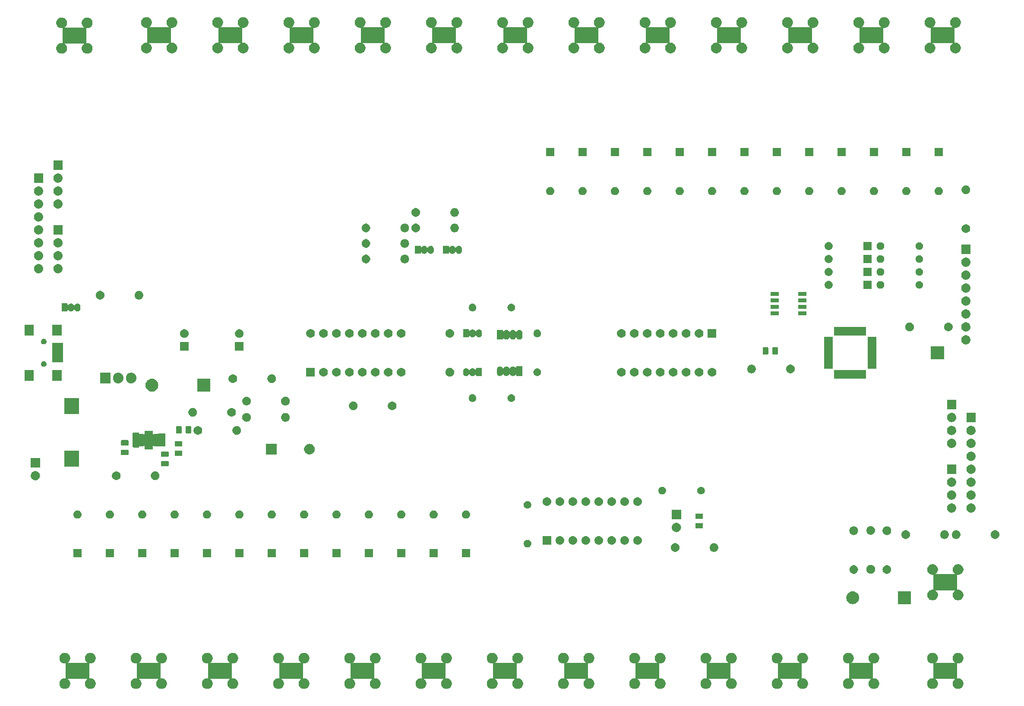
<source format=gbr>
G04 #@! TF.GenerationSoftware,KiCad,Pcbnew,5.0.2+dfsg1-1*
G04 #@! TF.CreationDate,2020-11-23T14:32:56-07:00*
G04 #@! TF.ProjectId,BattleshipMain,42617474-6c65-4736-9869-704d61696e2e,rev?*
G04 #@! TF.SameCoordinates,Original*
G04 #@! TF.FileFunction,Soldermask,Top*
G04 #@! TF.FilePolarity,Negative*
%FSLAX46Y46*%
G04 Gerber Fmt 4.6, Leading zero omitted, Abs format (unit mm)*
G04 Created by KiCad (PCBNEW 5.0.2+dfsg1-1) date Mon 23 Nov 2020 02:32:56 PM MST*
%MOMM*%
%LPD*%
G01*
G04 APERTURE LIST*
%ADD10C,0.150000*%
%ADD11C,0.100000*%
G04 APERTURE END LIST*
D10*
G04 #@! TO.C,SW1*
G36*
X28251306Y-154924940D02*
X32751306Y-154924940D01*
X32751306Y-157924940D01*
X28251306Y-157924940D01*
X28251306Y-154924940D01*
G37*
X28251306Y-154924940D02*
X32751306Y-154924940D01*
X32751306Y-157924940D01*
X28251306Y-157924940D01*
X28251306Y-154924940D01*
G04 #@! TO.C,SW2*
G36*
X42221306Y-154924940D02*
X46721306Y-154924940D01*
X46721306Y-157924940D01*
X42221306Y-157924940D01*
X42221306Y-154924940D01*
G37*
X42221306Y-154924940D02*
X46721306Y-154924940D01*
X46721306Y-157924940D01*
X42221306Y-157924940D01*
X42221306Y-154924940D01*
G04 #@! TO.C,SW3*
G36*
X56191306Y-154924940D02*
X60691306Y-154924940D01*
X60691306Y-157924940D01*
X56191306Y-157924940D01*
X56191306Y-154924940D01*
G37*
X56191306Y-154924940D02*
X60691306Y-154924940D01*
X60691306Y-157924940D01*
X56191306Y-157924940D01*
X56191306Y-154924940D01*
G04 #@! TO.C,SW4*
G36*
X70161306Y-154924940D02*
X74661306Y-154924940D01*
X74661306Y-157924940D01*
X70161306Y-157924940D01*
X70161306Y-154924940D01*
G37*
X70161306Y-154924940D02*
X74661306Y-154924940D01*
X74661306Y-157924940D01*
X70161306Y-157924940D01*
X70161306Y-154924940D01*
G04 #@! TO.C,SW5*
G36*
X84131306Y-154924940D02*
X88631306Y-154924940D01*
X88631306Y-157924940D01*
X84131306Y-157924940D01*
X84131306Y-154924940D01*
G37*
X84131306Y-154924940D02*
X88631306Y-154924940D01*
X88631306Y-157924940D01*
X84131306Y-157924940D01*
X84131306Y-154924940D01*
G04 #@! TO.C,SW6*
G36*
X98101306Y-154924940D02*
X102601306Y-154924940D01*
X102601306Y-157924940D01*
X98101306Y-157924940D01*
X98101306Y-154924940D01*
G37*
X98101306Y-154924940D02*
X102601306Y-154924940D01*
X102601306Y-157924940D01*
X98101306Y-157924940D01*
X98101306Y-154924940D01*
G04 #@! TO.C,SW7*
G36*
X112071306Y-154924940D02*
X116571306Y-154924940D01*
X116571306Y-157924940D01*
X112071306Y-157924940D01*
X112071306Y-154924940D01*
G37*
X112071306Y-154924940D02*
X116571306Y-154924940D01*
X116571306Y-157924940D01*
X112071306Y-157924940D01*
X112071306Y-154924940D01*
G04 #@! TO.C,SW8*
G36*
X126041306Y-154924940D02*
X130541306Y-154924940D01*
X130541306Y-157924940D01*
X126041306Y-157924940D01*
X126041306Y-154924940D01*
G37*
X126041306Y-154924940D02*
X130541306Y-154924940D01*
X130541306Y-157924940D01*
X126041306Y-157924940D01*
X126041306Y-154924940D01*
G04 #@! TO.C,SW9*
G36*
X140011306Y-154924940D02*
X144511306Y-154924940D01*
X144511306Y-157924940D01*
X140011306Y-157924940D01*
X140011306Y-154924940D01*
G37*
X140011306Y-154924940D02*
X144511306Y-154924940D01*
X144511306Y-157924940D01*
X140011306Y-157924940D01*
X140011306Y-154924940D01*
G04 #@! TO.C,SW10*
G36*
X153981306Y-154924940D02*
X158481306Y-154924940D01*
X158481306Y-157924940D01*
X153981306Y-157924940D01*
X153981306Y-154924940D01*
G37*
X153981306Y-154924940D02*
X158481306Y-154924940D01*
X158481306Y-157924940D01*
X153981306Y-157924940D01*
X153981306Y-154924940D01*
G04 #@! TO.C,SW11*
G36*
X167951306Y-154924940D02*
X172451306Y-154924940D01*
X172451306Y-157924940D01*
X167951306Y-157924940D01*
X167951306Y-154924940D01*
G37*
X167951306Y-154924940D02*
X172451306Y-154924940D01*
X172451306Y-157924940D01*
X167951306Y-157924940D01*
X167951306Y-154924940D01*
G04 #@! TO.C,SW12*
G36*
X181921306Y-154924940D02*
X186421306Y-154924940D01*
X186421306Y-157924940D01*
X181921306Y-157924940D01*
X181921306Y-154924940D01*
G37*
X181921306Y-154924940D02*
X186421306Y-154924940D01*
X186421306Y-157924940D01*
X181921306Y-157924940D01*
X181921306Y-154924940D01*
G04 #@! TO.C,SW13*
G36*
X198431306Y-154924940D02*
X202931306Y-154924940D01*
X202931306Y-157924940D01*
X198431306Y-157924940D01*
X198431306Y-154924940D01*
G37*
X198431306Y-154924940D02*
X202931306Y-154924940D01*
X202931306Y-157924940D01*
X198431306Y-157924940D01*
X198431306Y-154924940D01*
G04 #@! TO.C,SW14*
G36*
X202426781Y-33137184D02*
X197926781Y-33137184D01*
X197926781Y-30137184D01*
X202426781Y-30137184D01*
X202426781Y-33137184D01*
G37*
X202426781Y-33137184D02*
X197926781Y-33137184D01*
X197926781Y-30137184D01*
X202426781Y-30137184D01*
X202426781Y-33137184D01*
G04 #@! TO.C,SW15*
G36*
X188456781Y-33137184D02*
X183956781Y-33137184D01*
X183956781Y-30137184D01*
X188456781Y-30137184D01*
X188456781Y-33137184D01*
G37*
X188456781Y-33137184D02*
X183956781Y-33137184D01*
X183956781Y-30137184D01*
X188456781Y-30137184D01*
X188456781Y-33137184D01*
G04 #@! TO.C,SW16*
G36*
X174486781Y-33137184D02*
X169986781Y-33137184D01*
X169986781Y-30137184D01*
X174486781Y-30137184D01*
X174486781Y-33137184D01*
G37*
X174486781Y-33137184D02*
X169986781Y-33137184D01*
X169986781Y-30137184D01*
X174486781Y-30137184D01*
X174486781Y-33137184D01*
G04 #@! TO.C,SW17*
G36*
X160516781Y-33137184D02*
X156016781Y-33137184D01*
X156016781Y-30137184D01*
X160516781Y-30137184D01*
X160516781Y-33137184D01*
G37*
X160516781Y-33137184D02*
X156016781Y-33137184D01*
X156016781Y-30137184D01*
X160516781Y-30137184D01*
X160516781Y-33137184D01*
G04 #@! TO.C,SW18*
G36*
X146546781Y-33137184D02*
X142046781Y-33137184D01*
X142046781Y-30137184D01*
X146546781Y-30137184D01*
X146546781Y-33137184D01*
G37*
X146546781Y-33137184D02*
X142046781Y-33137184D01*
X142046781Y-30137184D01*
X146546781Y-30137184D01*
X146546781Y-33137184D01*
G04 #@! TO.C,SW19*
G36*
X132576781Y-33137184D02*
X128076781Y-33137184D01*
X128076781Y-30137184D01*
X132576781Y-30137184D01*
X132576781Y-33137184D01*
G37*
X132576781Y-33137184D02*
X128076781Y-33137184D01*
X128076781Y-30137184D01*
X132576781Y-30137184D01*
X132576781Y-33137184D01*
G04 #@! TO.C,SW20*
G36*
X118606781Y-33137184D02*
X114106781Y-33137184D01*
X114106781Y-30137184D01*
X118606781Y-30137184D01*
X118606781Y-33137184D01*
G37*
X118606781Y-33137184D02*
X114106781Y-33137184D01*
X114106781Y-30137184D01*
X118606781Y-30137184D01*
X118606781Y-33137184D01*
G04 #@! TO.C,SW21*
G36*
X104636781Y-33137184D02*
X100136781Y-33137184D01*
X100136781Y-30137184D01*
X104636781Y-30137184D01*
X104636781Y-33137184D01*
G37*
X104636781Y-33137184D02*
X100136781Y-33137184D01*
X100136781Y-30137184D01*
X104636781Y-30137184D01*
X104636781Y-33137184D01*
G04 #@! TO.C,SW22*
G36*
X90666781Y-33137184D02*
X86166781Y-33137184D01*
X86166781Y-30137184D01*
X90666781Y-30137184D01*
X90666781Y-33137184D01*
G37*
X90666781Y-33137184D02*
X86166781Y-33137184D01*
X86166781Y-30137184D01*
X90666781Y-30137184D01*
X90666781Y-33137184D01*
G04 #@! TO.C,SW23*
G36*
X76696781Y-33137184D02*
X72196781Y-33137184D01*
X72196781Y-30137184D01*
X76696781Y-30137184D01*
X76696781Y-33137184D01*
G37*
X76696781Y-33137184D02*
X72196781Y-33137184D01*
X72196781Y-30137184D01*
X76696781Y-30137184D01*
X76696781Y-33137184D01*
G04 #@! TO.C,SW24*
G36*
X62726781Y-33137184D02*
X58226781Y-33137184D01*
X58226781Y-30137184D01*
X62726781Y-30137184D01*
X62726781Y-33137184D01*
G37*
X62726781Y-33137184D02*
X58226781Y-33137184D01*
X58226781Y-30137184D01*
X62726781Y-30137184D01*
X62726781Y-33137184D01*
G04 #@! TO.C,SW25*
G36*
X48756781Y-33137184D02*
X44256781Y-33137184D01*
X44256781Y-30137184D01*
X48756781Y-30137184D01*
X48756781Y-33137184D01*
G37*
X48756781Y-33137184D02*
X44256781Y-33137184D01*
X44256781Y-30137184D01*
X48756781Y-30137184D01*
X48756781Y-33137184D01*
G04 #@! TO.C,SW26*
G36*
X32135000Y-33210000D02*
X27635000Y-33210000D01*
X27635000Y-30210000D01*
X32135000Y-30210000D01*
X32135000Y-33210000D01*
G37*
X32135000Y-33210000D02*
X27635000Y-33210000D01*
X27635000Y-30210000D01*
X32135000Y-30210000D01*
X32135000Y-33210000D01*
G04 #@! TO.C,SW27*
G36*
X198450000Y-137525000D02*
X202950000Y-137525000D01*
X202950000Y-140525000D01*
X198450000Y-140525000D01*
X198450000Y-137525000D01*
G37*
X198450000Y-137525000D02*
X202950000Y-137525000D01*
X202950000Y-140525000D01*
X198450000Y-140525000D01*
X198450000Y-137525000D01*
D11*
G36*
X198487871Y-157914329D02*
X198679140Y-157993555D01*
X198851282Y-158108577D01*
X198997669Y-158254964D01*
X199112691Y-158427106D01*
X199191917Y-158618375D01*
X199232306Y-158821424D01*
X199232306Y-159028456D01*
X199191917Y-159231505D01*
X199112691Y-159422774D01*
X198997669Y-159594916D01*
X198851282Y-159741303D01*
X198679140Y-159856325D01*
X198487871Y-159935551D01*
X198284822Y-159975940D01*
X198077790Y-159975940D01*
X197874741Y-159935551D01*
X197683472Y-159856325D01*
X197511330Y-159741303D01*
X197364943Y-159594916D01*
X197249921Y-159422774D01*
X197170695Y-159231505D01*
X197130306Y-159028456D01*
X197130306Y-158821424D01*
X197170695Y-158618375D01*
X197249921Y-158427106D01*
X197364943Y-158254964D01*
X197511330Y-158108577D01*
X197683472Y-157993555D01*
X197874741Y-157914329D01*
X198077790Y-157873940D01*
X198284822Y-157873940D01*
X198487871Y-157914329D01*
X198487871Y-157914329D01*
G37*
G36*
X33307871Y-157914329D02*
X33499140Y-157993555D01*
X33671282Y-158108577D01*
X33817669Y-158254964D01*
X33932691Y-158427106D01*
X34011917Y-158618375D01*
X34052306Y-158821424D01*
X34052306Y-159028456D01*
X34011917Y-159231505D01*
X33932691Y-159422774D01*
X33817669Y-159594916D01*
X33671282Y-159741303D01*
X33499140Y-159856325D01*
X33307871Y-159935551D01*
X33104822Y-159975940D01*
X32897790Y-159975940D01*
X32694741Y-159935551D01*
X32503472Y-159856325D01*
X32331330Y-159741303D01*
X32184943Y-159594916D01*
X32069921Y-159422774D01*
X31990695Y-159231505D01*
X31950306Y-159028456D01*
X31950306Y-158821424D01*
X31990695Y-158618375D01*
X32069921Y-158427106D01*
X32184943Y-158254964D01*
X32331330Y-158108577D01*
X32503472Y-157993555D01*
X32694741Y-157914329D01*
X32897790Y-157873940D01*
X33104822Y-157873940D01*
X33307871Y-157914329D01*
X33307871Y-157914329D01*
G37*
G36*
X117127871Y-157914329D02*
X117319140Y-157993555D01*
X117491282Y-158108577D01*
X117637669Y-158254964D01*
X117752691Y-158427106D01*
X117831917Y-158618375D01*
X117872306Y-158821424D01*
X117872306Y-159028456D01*
X117831917Y-159231505D01*
X117752691Y-159422774D01*
X117637669Y-159594916D01*
X117491282Y-159741303D01*
X117319140Y-159856325D01*
X117127871Y-159935551D01*
X116924822Y-159975940D01*
X116717790Y-159975940D01*
X116514741Y-159935551D01*
X116323472Y-159856325D01*
X116151330Y-159741303D01*
X116004943Y-159594916D01*
X115889921Y-159422774D01*
X115810695Y-159231505D01*
X115770306Y-159028456D01*
X115770306Y-158821424D01*
X115810695Y-158618375D01*
X115889921Y-158427106D01*
X116004943Y-158254964D01*
X116151330Y-158108577D01*
X116323472Y-157993555D01*
X116514741Y-157914329D01*
X116717790Y-157873940D01*
X116924822Y-157873940D01*
X117127871Y-157914329D01*
X117127871Y-157914329D01*
G37*
G36*
X103157871Y-157914329D02*
X103349140Y-157993555D01*
X103521282Y-158108577D01*
X103667669Y-158254964D01*
X103782691Y-158427106D01*
X103861917Y-158618375D01*
X103902306Y-158821424D01*
X103902306Y-159028456D01*
X103861917Y-159231505D01*
X103782691Y-159422774D01*
X103667669Y-159594916D01*
X103521282Y-159741303D01*
X103349140Y-159856325D01*
X103157871Y-159935551D01*
X102954822Y-159975940D01*
X102747790Y-159975940D01*
X102544741Y-159935551D01*
X102353472Y-159856325D01*
X102181330Y-159741303D01*
X102034943Y-159594916D01*
X101919921Y-159422774D01*
X101840695Y-159231505D01*
X101800306Y-159028456D01*
X101800306Y-158821424D01*
X101840695Y-158618375D01*
X101919921Y-158427106D01*
X102034943Y-158254964D01*
X102181330Y-158108577D01*
X102353472Y-157993555D01*
X102544741Y-157914329D01*
X102747790Y-157873940D01*
X102954822Y-157873940D01*
X103157871Y-157914329D01*
X103157871Y-157914329D01*
G37*
G36*
X98157871Y-157914329D02*
X98349140Y-157993555D01*
X98521282Y-158108577D01*
X98667669Y-158254964D01*
X98782691Y-158427106D01*
X98861917Y-158618375D01*
X98902306Y-158821424D01*
X98902306Y-159028456D01*
X98861917Y-159231505D01*
X98782691Y-159422774D01*
X98667669Y-159594916D01*
X98521282Y-159741303D01*
X98349140Y-159856325D01*
X98157871Y-159935551D01*
X97954822Y-159975940D01*
X97747790Y-159975940D01*
X97544741Y-159935551D01*
X97353472Y-159856325D01*
X97181330Y-159741303D01*
X97034943Y-159594916D01*
X96919921Y-159422774D01*
X96840695Y-159231505D01*
X96800306Y-159028456D01*
X96800306Y-158821424D01*
X96840695Y-158618375D01*
X96919921Y-158427106D01*
X97034943Y-158254964D01*
X97181330Y-158108577D01*
X97353472Y-157993555D01*
X97544741Y-157914329D01*
X97747790Y-157873940D01*
X97954822Y-157873940D01*
X98157871Y-157914329D01*
X98157871Y-157914329D01*
G37*
G36*
X84187871Y-157914329D02*
X84379140Y-157993555D01*
X84551282Y-158108577D01*
X84697669Y-158254964D01*
X84812691Y-158427106D01*
X84891917Y-158618375D01*
X84932306Y-158821424D01*
X84932306Y-159028456D01*
X84891917Y-159231505D01*
X84812691Y-159422774D01*
X84697669Y-159594916D01*
X84551282Y-159741303D01*
X84379140Y-159856325D01*
X84187871Y-159935551D01*
X83984822Y-159975940D01*
X83777790Y-159975940D01*
X83574741Y-159935551D01*
X83383472Y-159856325D01*
X83211330Y-159741303D01*
X83064943Y-159594916D01*
X82949921Y-159422774D01*
X82870695Y-159231505D01*
X82830306Y-159028456D01*
X82830306Y-158821424D01*
X82870695Y-158618375D01*
X82949921Y-158427106D01*
X83064943Y-158254964D01*
X83211330Y-158108577D01*
X83383472Y-157993555D01*
X83574741Y-157914329D01*
X83777790Y-157873940D01*
X83984822Y-157873940D01*
X84187871Y-157914329D01*
X84187871Y-157914329D01*
G37*
G36*
X89187871Y-157914329D02*
X89379140Y-157993555D01*
X89551282Y-158108577D01*
X89697669Y-158254964D01*
X89812691Y-158427106D01*
X89891917Y-158618375D01*
X89932306Y-158821424D01*
X89932306Y-159028456D01*
X89891917Y-159231505D01*
X89812691Y-159422774D01*
X89697669Y-159594916D01*
X89551282Y-159741303D01*
X89379140Y-159856325D01*
X89187871Y-159935551D01*
X88984822Y-159975940D01*
X88777790Y-159975940D01*
X88574741Y-159935551D01*
X88383472Y-159856325D01*
X88211330Y-159741303D01*
X88064943Y-159594916D01*
X87949921Y-159422774D01*
X87870695Y-159231505D01*
X87830306Y-159028456D01*
X87830306Y-158821424D01*
X87870695Y-158618375D01*
X87949921Y-158427106D01*
X88064943Y-158254964D01*
X88211330Y-158108577D01*
X88383472Y-157993555D01*
X88574741Y-157914329D01*
X88777790Y-157873940D01*
X88984822Y-157873940D01*
X89187871Y-157914329D01*
X89187871Y-157914329D01*
G37*
G36*
X75217871Y-157914329D02*
X75409140Y-157993555D01*
X75581282Y-158108577D01*
X75727669Y-158254964D01*
X75842691Y-158427106D01*
X75921917Y-158618375D01*
X75962306Y-158821424D01*
X75962306Y-159028456D01*
X75921917Y-159231505D01*
X75842691Y-159422774D01*
X75727669Y-159594916D01*
X75581282Y-159741303D01*
X75409140Y-159856325D01*
X75217871Y-159935551D01*
X75014822Y-159975940D01*
X74807790Y-159975940D01*
X74604741Y-159935551D01*
X74413472Y-159856325D01*
X74241330Y-159741303D01*
X74094943Y-159594916D01*
X73979921Y-159422774D01*
X73900695Y-159231505D01*
X73860306Y-159028456D01*
X73860306Y-158821424D01*
X73900695Y-158618375D01*
X73979921Y-158427106D01*
X74094943Y-158254964D01*
X74241330Y-158108577D01*
X74413472Y-157993555D01*
X74604741Y-157914329D01*
X74807790Y-157873940D01*
X75014822Y-157873940D01*
X75217871Y-157914329D01*
X75217871Y-157914329D01*
G37*
G36*
X70217871Y-157914329D02*
X70409140Y-157993555D01*
X70581282Y-158108577D01*
X70727669Y-158254964D01*
X70842691Y-158427106D01*
X70921917Y-158618375D01*
X70962306Y-158821424D01*
X70962306Y-159028456D01*
X70921917Y-159231505D01*
X70842691Y-159422774D01*
X70727669Y-159594916D01*
X70581282Y-159741303D01*
X70409140Y-159856325D01*
X70217871Y-159935551D01*
X70014822Y-159975940D01*
X69807790Y-159975940D01*
X69604741Y-159935551D01*
X69413472Y-159856325D01*
X69241330Y-159741303D01*
X69094943Y-159594916D01*
X68979921Y-159422774D01*
X68900695Y-159231505D01*
X68860306Y-159028456D01*
X68860306Y-158821424D01*
X68900695Y-158618375D01*
X68979921Y-158427106D01*
X69094943Y-158254964D01*
X69241330Y-158108577D01*
X69413472Y-157993555D01*
X69604741Y-157914329D01*
X69807790Y-157873940D01*
X70014822Y-157873940D01*
X70217871Y-157914329D01*
X70217871Y-157914329D01*
G37*
G36*
X56247871Y-157914329D02*
X56439140Y-157993555D01*
X56611282Y-158108577D01*
X56757669Y-158254964D01*
X56872691Y-158427106D01*
X56951917Y-158618375D01*
X56992306Y-158821424D01*
X56992306Y-159028456D01*
X56951917Y-159231505D01*
X56872691Y-159422774D01*
X56757669Y-159594916D01*
X56611282Y-159741303D01*
X56439140Y-159856325D01*
X56247871Y-159935551D01*
X56044822Y-159975940D01*
X55837790Y-159975940D01*
X55634741Y-159935551D01*
X55443472Y-159856325D01*
X55271330Y-159741303D01*
X55124943Y-159594916D01*
X55009921Y-159422774D01*
X54930695Y-159231505D01*
X54890306Y-159028456D01*
X54890306Y-158821424D01*
X54930695Y-158618375D01*
X55009921Y-158427106D01*
X55124943Y-158254964D01*
X55271330Y-158108577D01*
X55443472Y-157993555D01*
X55634741Y-157914329D01*
X55837790Y-157873940D01*
X56044822Y-157873940D01*
X56247871Y-157914329D01*
X56247871Y-157914329D01*
G37*
G36*
X61247871Y-157914329D02*
X61439140Y-157993555D01*
X61611282Y-158108577D01*
X61757669Y-158254964D01*
X61872691Y-158427106D01*
X61951917Y-158618375D01*
X61992306Y-158821424D01*
X61992306Y-159028456D01*
X61951917Y-159231505D01*
X61872691Y-159422774D01*
X61757669Y-159594916D01*
X61611282Y-159741303D01*
X61439140Y-159856325D01*
X61247871Y-159935551D01*
X61044822Y-159975940D01*
X60837790Y-159975940D01*
X60634741Y-159935551D01*
X60443472Y-159856325D01*
X60271330Y-159741303D01*
X60124943Y-159594916D01*
X60009921Y-159422774D01*
X59930695Y-159231505D01*
X59890306Y-159028456D01*
X59890306Y-158821424D01*
X59930695Y-158618375D01*
X60009921Y-158427106D01*
X60124943Y-158254964D01*
X60271330Y-158108577D01*
X60443472Y-157993555D01*
X60634741Y-157914329D01*
X60837790Y-157873940D01*
X61044822Y-157873940D01*
X61247871Y-157914329D01*
X61247871Y-157914329D01*
G37*
G36*
X47277871Y-157914329D02*
X47469140Y-157993555D01*
X47641282Y-158108577D01*
X47787669Y-158254964D01*
X47902691Y-158427106D01*
X47981917Y-158618375D01*
X48022306Y-158821424D01*
X48022306Y-159028456D01*
X47981917Y-159231505D01*
X47902691Y-159422774D01*
X47787669Y-159594916D01*
X47641282Y-159741303D01*
X47469140Y-159856325D01*
X47277871Y-159935551D01*
X47074822Y-159975940D01*
X46867790Y-159975940D01*
X46664741Y-159935551D01*
X46473472Y-159856325D01*
X46301330Y-159741303D01*
X46154943Y-159594916D01*
X46039921Y-159422774D01*
X45960695Y-159231505D01*
X45920306Y-159028456D01*
X45920306Y-158821424D01*
X45960695Y-158618375D01*
X46039921Y-158427106D01*
X46154943Y-158254964D01*
X46301330Y-158108577D01*
X46473472Y-157993555D01*
X46664741Y-157914329D01*
X46867790Y-157873940D01*
X47074822Y-157873940D01*
X47277871Y-157914329D01*
X47277871Y-157914329D01*
G37*
G36*
X42277871Y-157914329D02*
X42469140Y-157993555D01*
X42641282Y-158108577D01*
X42787669Y-158254964D01*
X42902691Y-158427106D01*
X42981917Y-158618375D01*
X43022306Y-158821424D01*
X43022306Y-159028456D01*
X42981917Y-159231505D01*
X42902691Y-159422774D01*
X42787669Y-159594916D01*
X42641282Y-159741303D01*
X42469140Y-159856325D01*
X42277871Y-159935551D01*
X42074822Y-159975940D01*
X41867790Y-159975940D01*
X41664741Y-159935551D01*
X41473472Y-159856325D01*
X41301330Y-159741303D01*
X41154943Y-159594916D01*
X41039921Y-159422774D01*
X40960695Y-159231505D01*
X40920306Y-159028456D01*
X40920306Y-158821424D01*
X40960695Y-158618375D01*
X41039921Y-158427106D01*
X41154943Y-158254964D01*
X41301330Y-158108577D01*
X41473472Y-157993555D01*
X41664741Y-157914329D01*
X41867790Y-157873940D01*
X42074822Y-157873940D01*
X42277871Y-157914329D01*
X42277871Y-157914329D01*
G37*
G36*
X28307871Y-157914329D02*
X28499140Y-157993555D01*
X28671282Y-158108577D01*
X28817669Y-158254964D01*
X28932691Y-158427106D01*
X29011917Y-158618375D01*
X29052306Y-158821424D01*
X29052306Y-159028456D01*
X29011917Y-159231505D01*
X28932691Y-159422774D01*
X28817669Y-159594916D01*
X28671282Y-159741303D01*
X28499140Y-159856325D01*
X28307871Y-159935551D01*
X28104822Y-159975940D01*
X27897790Y-159975940D01*
X27694741Y-159935551D01*
X27503472Y-159856325D01*
X27331330Y-159741303D01*
X27184943Y-159594916D01*
X27069921Y-159422774D01*
X26990695Y-159231505D01*
X26950306Y-159028456D01*
X26950306Y-158821424D01*
X26990695Y-158618375D01*
X27069921Y-158427106D01*
X27184943Y-158254964D01*
X27331330Y-158108577D01*
X27503472Y-157993555D01*
X27694741Y-157914329D01*
X27897790Y-157873940D01*
X28104822Y-157873940D01*
X28307871Y-157914329D01*
X28307871Y-157914329D01*
G37*
G36*
X126097871Y-157914329D02*
X126289140Y-157993555D01*
X126461282Y-158108577D01*
X126607669Y-158254964D01*
X126722691Y-158427106D01*
X126801917Y-158618375D01*
X126842306Y-158821424D01*
X126842306Y-159028456D01*
X126801917Y-159231505D01*
X126722691Y-159422774D01*
X126607669Y-159594916D01*
X126461282Y-159741303D01*
X126289140Y-159856325D01*
X126097871Y-159935551D01*
X125894822Y-159975940D01*
X125687790Y-159975940D01*
X125484741Y-159935551D01*
X125293472Y-159856325D01*
X125121330Y-159741303D01*
X124974943Y-159594916D01*
X124859921Y-159422774D01*
X124780695Y-159231505D01*
X124740306Y-159028456D01*
X124740306Y-158821424D01*
X124780695Y-158618375D01*
X124859921Y-158427106D01*
X124974943Y-158254964D01*
X125121330Y-158108577D01*
X125293472Y-157993555D01*
X125484741Y-157914329D01*
X125687790Y-157873940D01*
X125894822Y-157873940D01*
X126097871Y-157914329D01*
X126097871Y-157914329D01*
G37*
G36*
X112127871Y-157914329D02*
X112319140Y-157993555D01*
X112491282Y-158108577D01*
X112637669Y-158254964D01*
X112752691Y-158427106D01*
X112831917Y-158618375D01*
X112872306Y-158821424D01*
X112872306Y-159028456D01*
X112831917Y-159231505D01*
X112752691Y-159422774D01*
X112637669Y-159594916D01*
X112491282Y-159741303D01*
X112319140Y-159856325D01*
X112127871Y-159935551D01*
X111924822Y-159975940D01*
X111717790Y-159975940D01*
X111514741Y-159935551D01*
X111323472Y-159856325D01*
X111151330Y-159741303D01*
X111004943Y-159594916D01*
X110889921Y-159422774D01*
X110810695Y-159231505D01*
X110770306Y-159028456D01*
X110770306Y-158821424D01*
X110810695Y-158618375D01*
X110889921Y-158427106D01*
X111004943Y-158254964D01*
X111151330Y-158108577D01*
X111323472Y-157993555D01*
X111514741Y-157914329D01*
X111717790Y-157873940D01*
X111924822Y-157873940D01*
X112127871Y-157914329D01*
X112127871Y-157914329D01*
G37*
G36*
X203487871Y-157914329D02*
X203679140Y-157993555D01*
X203851282Y-158108577D01*
X203997669Y-158254964D01*
X204112691Y-158427106D01*
X204191917Y-158618375D01*
X204232306Y-158821424D01*
X204232306Y-159028456D01*
X204191917Y-159231505D01*
X204112691Y-159422774D01*
X203997669Y-159594916D01*
X203851282Y-159741303D01*
X203679140Y-159856325D01*
X203487871Y-159935551D01*
X203284822Y-159975940D01*
X203077790Y-159975940D01*
X202874741Y-159935551D01*
X202683472Y-159856325D01*
X202511330Y-159741303D01*
X202364943Y-159594916D01*
X202249921Y-159422774D01*
X202170695Y-159231505D01*
X202130306Y-159028456D01*
X202130306Y-158821424D01*
X202170695Y-158618375D01*
X202249921Y-158427106D01*
X202364943Y-158254964D01*
X202511330Y-158108577D01*
X202683472Y-157993555D01*
X202874741Y-157914329D01*
X203077790Y-157873940D01*
X203284822Y-157873940D01*
X203487871Y-157914329D01*
X203487871Y-157914329D01*
G37*
G36*
X186977871Y-157914329D02*
X187169140Y-157993555D01*
X187341282Y-158108577D01*
X187487669Y-158254964D01*
X187602691Y-158427106D01*
X187681917Y-158618375D01*
X187722306Y-158821424D01*
X187722306Y-159028456D01*
X187681917Y-159231505D01*
X187602691Y-159422774D01*
X187487669Y-159594916D01*
X187341282Y-159741303D01*
X187169140Y-159856325D01*
X186977871Y-159935551D01*
X186774822Y-159975940D01*
X186567790Y-159975940D01*
X186364741Y-159935551D01*
X186173472Y-159856325D01*
X186001330Y-159741303D01*
X185854943Y-159594916D01*
X185739921Y-159422774D01*
X185660695Y-159231505D01*
X185620306Y-159028456D01*
X185620306Y-158821424D01*
X185660695Y-158618375D01*
X185739921Y-158427106D01*
X185854943Y-158254964D01*
X186001330Y-158108577D01*
X186173472Y-157993555D01*
X186364741Y-157914329D01*
X186567790Y-157873940D01*
X186774822Y-157873940D01*
X186977871Y-157914329D01*
X186977871Y-157914329D01*
G37*
G36*
X181977871Y-157914329D02*
X182169140Y-157993555D01*
X182341282Y-158108577D01*
X182487669Y-158254964D01*
X182602691Y-158427106D01*
X182681917Y-158618375D01*
X182722306Y-158821424D01*
X182722306Y-159028456D01*
X182681917Y-159231505D01*
X182602691Y-159422774D01*
X182487669Y-159594916D01*
X182341282Y-159741303D01*
X182169140Y-159856325D01*
X181977871Y-159935551D01*
X181774822Y-159975940D01*
X181567790Y-159975940D01*
X181364741Y-159935551D01*
X181173472Y-159856325D01*
X181001330Y-159741303D01*
X180854943Y-159594916D01*
X180739921Y-159422774D01*
X180660695Y-159231505D01*
X180620306Y-159028456D01*
X180620306Y-158821424D01*
X180660695Y-158618375D01*
X180739921Y-158427106D01*
X180854943Y-158254964D01*
X181001330Y-158108577D01*
X181173472Y-157993555D01*
X181364741Y-157914329D01*
X181567790Y-157873940D01*
X181774822Y-157873940D01*
X181977871Y-157914329D01*
X181977871Y-157914329D01*
G37*
G36*
X168007871Y-157914329D02*
X168199140Y-157993555D01*
X168371282Y-158108577D01*
X168517669Y-158254964D01*
X168632691Y-158427106D01*
X168711917Y-158618375D01*
X168752306Y-158821424D01*
X168752306Y-159028456D01*
X168711917Y-159231505D01*
X168632691Y-159422774D01*
X168517669Y-159594916D01*
X168371282Y-159741303D01*
X168199140Y-159856325D01*
X168007871Y-159935551D01*
X167804822Y-159975940D01*
X167597790Y-159975940D01*
X167394741Y-159935551D01*
X167203472Y-159856325D01*
X167031330Y-159741303D01*
X166884943Y-159594916D01*
X166769921Y-159422774D01*
X166690695Y-159231505D01*
X166650306Y-159028456D01*
X166650306Y-158821424D01*
X166690695Y-158618375D01*
X166769921Y-158427106D01*
X166884943Y-158254964D01*
X167031330Y-158108577D01*
X167203472Y-157993555D01*
X167394741Y-157914329D01*
X167597790Y-157873940D01*
X167804822Y-157873940D01*
X168007871Y-157914329D01*
X168007871Y-157914329D01*
G37*
G36*
X173007871Y-157914329D02*
X173199140Y-157993555D01*
X173371282Y-158108577D01*
X173517669Y-158254964D01*
X173632691Y-158427106D01*
X173711917Y-158618375D01*
X173752306Y-158821424D01*
X173752306Y-159028456D01*
X173711917Y-159231505D01*
X173632691Y-159422774D01*
X173517669Y-159594916D01*
X173371282Y-159741303D01*
X173199140Y-159856325D01*
X173007871Y-159935551D01*
X172804822Y-159975940D01*
X172597790Y-159975940D01*
X172394741Y-159935551D01*
X172203472Y-159856325D01*
X172031330Y-159741303D01*
X171884943Y-159594916D01*
X171769921Y-159422774D01*
X171690695Y-159231505D01*
X171650306Y-159028456D01*
X171650306Y-158821424D01*
X171690695Y-158618375D01*
X171769921Y-158427106D01*
X171884943Y-158254964D01*
X172031330Y-158108577D01*
X172203472Y-157993555D01*
X172394741Y-157914329D01*
X172597790Y-157873940D01*
X172804822Y-157873940D01*
X173007871Y-157914329D01*
X173007871Y-157914329D01*
G37*
G36*
X159037871Y-157914329D02*
X159229140Y-157993555D01*
X159401282Y-158108577D01*
X159547669Y-158254964D01*
X159662691Y-158427106D01*
X159741917Y-158618375D01*
X159782306Y-158821424D01*
X159782306Y-159028456D01*
X159741917Y-159231505D01*
X159662691Y-159422774D01*
X159547669Y-159594916D01*
X159401282Y-159741303D01*
X159229140Y-159856325D01*
X159037871Y-159935551D01*
X158834822Y-159975940D01*
X158627790Y-159975940D01*
X158424741Y-159935551D01*
X158233472Y-159856325D01*
X158061330Y-159741303D01*
X157914943Y-159594916D01*
X157799921Y-159422774D01*
X157720695Y-159231505D01*
X157680306Y-159028456D01*
X157680306Y-158821424D01*
X157720695Y-158618375D01*
X157799921Y-158427106D01*
X157914943Y-158254964D01*
X158061330Y-158108577D01*
X158233472Y-157993555D01*
X158424741Y-157914329D01*
X158627790Y-157873940D01*
X158834822Y-157873940D01*
X159037871Y-157914329D01*
X159037871Y-157914329D01*
G37*
G36*
X154037871Y-157914329D02*
X154229140Y-157993555D01*
X154401282Y-158108577D01*
X154547669Y-158254964D01*
X154662691Y-158427106D01*
X154741917Y-158618375D01*
X154782306Y-158821424D01*
X154782306Y-159028456D01*
X154741917Y-159231505D01*
X154662691Y-159422774D01*
X154547669Y-159594916D01*
X154401282Y-159741303D01*
X154229140Y-159856325D01*
X154037871Y-159935551D01*
X153834822Y-159975940D01*
X153627790Y-159975940D01*
X153424741Y-159935551D01*
X153233472Y-159856325D01*
X153061330Y-159741303D01*
X152914943Y-159594916D01*
X152799921Y-159422774D01*
X152720695Y-159231505D01*
X152680306Y-159028456D01*
X152680306Y-158821424D01*
X152720695Y-158618375D01*
X152799921Y-158427106D01*
X152914943Y-158254964D01*
X153061330Y-158108577D01*
X153233472Y-157993555D01*
X153424741Y-157914329D01*
X153627790Y-157873940D01*
X153834822Y-157873940D01*
X154037871Y-157914329D01*
X154037871Y-157914329D01*
G37*
G36*
X140067871Y-157914329D02*
X140259140Y-157993555D01*
X140431282Y-158108577D01*
X140577669Y-158254964D01*
X140692691Y-158427106D01*
X140771917Y-158618375D01*
X140812306Y-158821424D01*
X140812306Y-159028456D01*
X140771917Y-159231505D01*
X140692691Y-159422774D01*
X140577669Y-159594916D01*
X140431282Y-159741303D01*
X140259140Y-159856325D01*
X140067871Y-159935551D01*
X139864822Y-159975940D01*
X139657790Y-159975940D01*
X139454741Y-159935551D01*
X139263472Y-159856325D01*
X139091330Y-159741303D01*
X138944943Y-159594916D01*
X138829921Y-159422774D01*
X138750695Y-159231505D01*
X138710306Y-159028456D01*
X138710306Y-158821424D01*
X138750695Y-158618375D01*
X138829921Y-158427106D01*
X138944943Y-158254964D01*
X139091330Y-158108577D01*
X139263472Y-157993555D01*
X139454741Y-157914329D01*
X139657790Y-157873940D01*
X139864822Y-157873940D01*
X140067871Y-157914329D01*
X140067871Y-157914329D01*
G37*
G36*
X145067871Y-157914329D02*
X145259140Y-157993555D01*
X145431282Y-158108577D01*
X145577669Y-158254964D01*
X145692691Y-158427106D01*
X145771917Y-158618375D01*
X145812306Y-158821424D01*
X145812306Y-159028456D01*
X145771917Y-159231505D01*
X145692691Y-159422774D01*
X145577669Y-159594916D01*
X145431282Y-159741303D01*
X145259140Y-159856325D01*
X145067871Y-159935551D01*
X144864822Y-159975940D01*
X144657790Y-159975940D01*
X144454741Y-159935551D01*
X144263472Y-159856325D01*
X144091330Y-159741303D01*
X143944943Y-159594916D01*
X143829921Y-159422774D01*
X143750695Y-159231505D01*
X143710306Y-159028456D01*
X143710306Y-158821424D01*
X143750695Y-158618375D01*
X143829921Y-158427106D01*
X143944943Y-158254964D01*
X144091330Y-158108577D01*
X144263472Y-157993555D01*
X144454741Y-157914329D01*
X144657790Y-157873940D01*
X144864822Y-157873940D01*
X145067871Y-157914329D01*
X145067871Y-157914329D01*
G37*
G36*
X131097871Y-157914329D02*
X131289140Y-157993555D01*
X131461282Y-158108577D01*
X131607669Y-158254964D01*
X131722691Y-158427106D01*
X131801917Y-158618375D01*
X131842306Y-158821424D01*
X131842306Y-159028456D01*
X131801917Y-159231505D01*
X131722691Y-159422774D01*
X131607669Y-159594916D01*
X131461282Y-159741303D01*
X131289140Y-159856325D01*
X131097871Y-159935551D01*
X130894822Y-159975940D01*
X130687790Y-159975940D01*
X130484741Y-159935551D01*
X130293472Y-159856325D01*
X130121330Y-159741303D01*
X129974943Y-159594916D01*
X129859921Y-159422774D01*
X129780695Y-159231505D01*
X129740306Y-159028456D01*
X129740306Y-158821424D01*
X129780695Y-158618375D01*
X129859921Y-158427106D01*
X129974943Y-158254964D01*
X130121330Y-158108577D01*
X130293472Y-157993555D01*
X130484741Y-157914329D01*
X130687790Y-157873940D01*
X130894822Y-157873940D01*
X131097871Y-157914329D01*
X131097871Y-157914329D01*
G37*
G36*
X75217871Y-152914329D02*
X75409140Y-152993555D01*
X75581282Y-153108577D01*
X75727669Y-153254964D01*
X75842691Y-153427106D01*
X75921917Y-153618375D01*
X75962306Y-153821424D01*
X75962306Y-154028456D01*
X75921917Y-154231505D01*
X75842691Y-154422774D01*
X75727669Y-154594916D01*
X75581282Y-154741303D01*
X75409140Y-154856325D01*
X75217871Y-154935551D01*
X75014822Y-154975940D01*
X74807790Y-154975940D01*
X74604741Y-154935551D01*
X74413472Y-154856325D01*
X74241330Y-154741303D01*
X74094943Y-154594916D01*
X73979921Y-154422774D01*
X73900695Y-154231505D01*
X73860306Y-154028456D01*
X73860306Y-153821424D01*
X73900695Y-153618375D01*
X73979921Y-153427106D01*
X74094943Y-153254964D01*
X74241330Y-153108577D01*
X74413472Y-152993555D01*
X74604741Y-152914329D01*
X74807790Y-152873940D01*
X75014822Y-152873940D01*
X75217871Y-152914329D01*
X75217871Y-152914329D01*
G37*
G36*
X159037871Y-152914329D02*
X159229140Y-152993555D01*
X159401282Y-153108577D01*
X159547669Y-153254964D01*
X159662691Y-153427106D01*
X159741917Y-153618375D01*
X159782306Y-153821424D01*
X159782306Y-154028456D01*
X159741917Y-154231505D01*
X159662691Y-154422774D01*
X159547669Y-154594916D01*
X159401282Y-154741303D01*
X159229140Y-154856325D01*
X159037871Y-154935551D01*
X158834822Y-154975940D01*
X158627790Y-154975940D01*
X158424741Y-154935551D01*
X158233472Y-154856325D01*
X158061330Y-154741303D01*
X157914943Y-154594916D01*
X157799921Y-154422774D01*
X157720695Y-154231505D01*
X157680306Y-154028456D01*
X157680306Y-153821424D01*
X157720695Y-153618375D01*
X157799921Y-153427106D01*
X157914943Y-153254964D01*
X158061330Y-153108577D01*
X158233472Y-152993555D01*
X158424741Y-152914329D01*
X158627790Y-152873940D01*
X158834822Y-152873940D01*
X159037871Y-152914329D01*
X159037871Y-152914329D01*
G37*
G36*
X47277871Y-152914329D02*
X47469140Y-152993555D01*
X47641282Y-153108577D01*
X47787669Y-153254964D01*
X47902691Y-153427106D01*
X47981917Y-153618375D01*
X48022306Y-153821424D01*
X48022306Y-154028456D01*
X47981917Y-154231505D01*
X47902691Y-154422774D01*
X47787669Y-154594916D01*
X47641282Y-154741303D01*
X47469140Y-154856325D01*
X47277871Y-154935551D01*
X47074822Y-154975940D01*
X46867790Y-154975940D01*
X46664741Y-154935551D01*
X46473472Y-154856325D01*
X46301330Y-154741303D01*
X46154943Y-154594916D01*
X46039921Y-154422774D01*
X45960695Y-154231505D01*
X45920306Y-154028456D01*
X45920306Y-153821424D01*
X45960695Y-153618375D01*
X46039921Y-153427106D01*
X46154943Y-153254964D01*
X46301330Y-153108577D01*
X46473472Y-152993555D01*
X46664741Y-152914329D01*
X46867790Y-152873940D01*
X47074822Y-152873940D01*
X47277871Y-152914329D01*
X47277871Y-152914329D01*
G37*
G36*
X42277871Y-152914329D02*
X42469140Y-152993555D01*
X42641282Y-153108577D01*
X42787669Y-153254964D01*
X42902691Y-153427106D01*
X42981917Y-153618375D01*
X43022306Y-153821424D01*
X43022306Y-154028456D01*
X42981917Y-154231505D01*
X42902691Y-154422774D01*
X42787669Y-154594916D01*
X42641282Y-154741303D01*
X42469140Y-154856325D01*
X42277871Y-154935551D01*
X42074822Y-154975940D01*
X41867790Y-154975940D01*
X41664741Y-154935551D01*
X41473472Y-154856325D01*
X41301330Y-154741303D01*
X41154943Y-154594916D01*
X41039921Y-154422774D01*
X40960695Y-154231505D01*
X40920306Y-154028456D01*
X40920306Y-153821424D01*
X40960695Y-153618375D01*
X41039921Y-153427106D01*
X41154943Y-153254964D01*
X41301330Y-153108577D01*
X41473472Y-152993555D01*
X41664741Y-152914329D01*
X41867790Y-152873940D01*
X42074822Y-152873940D01*
X42277871Y-152914329D01*
X42277871Y-152914329D01*
G37*
G36*
X56247871Y-152914329D02*
X56439140Y-152993555D01*
X56611282Y-153108577D01*
X56757669Y-153254964D01*
X56872691Y-153427106D01*
X56951917Y-153618375D01*
X56992306Y-153821424D01*
X56992306Y-154028456D01*
X56951917Y-154231505D01*
X56872691Y-154422774D01*
X56757669Y-154594916D01*
X56611282Y-154741303D01*
X56439140Y-154856325D01*
X56247871Y-154935551D01*
X56044822Y-154975940D01*
X55837790Y-154975940D01*
X55634741Y-154935551D01*
X55443472Y-154856325D01*
X55271330Y-154741303D01*
X55124943Y-154594916D01*
X55009921Y-154422774D01*
X54930695Y-154231505D01*
X54890306Y-154028456D01*
X54890306Y-153821424D01*
X54930695Y-153618375D01*
X55009921Y-153427106D01*
X55124943Y-153254964D01*
X55271330Y-153108577D01*
X55443472Y-152993555D01*
X55634741Y-152914329D01*
X55837790Y-152873940D01*
X56044822Y-152873940D01*
X56247871Y-152914329D01*
X56247871Y-152914329D01*
G37*
G36*
X61247871Y-152914329D02*
X61439140Y-152993555D01*
X61611282Y-153108577D01*
X61757669Y-153254964D01*
X61872691Y-153427106D01*
X61951917Y-153618375D01*
X61992306Y-153821424D01*
X61992306Y-154028456D01*
X61951917Y-154231505D01*
X61872691Y-154422774D01*
X61757669Y-154594916D01*
X61611282Y-154741303D01*
X61439140Y-154856325D01*
X61247871Y-154935551D01*
X61044822Y-154975940D01*
X60837790Y-154975940D01*
X60634741Y-154935551D01*
X60443472Y-154856325D01*
X60271330Y-154741303D01*
X60124943Y-154594916D01*
X60009921Y-154422774D01*
X59930695Y-154231505D01*
X59890306Y-154028456D01*
X59890306Y-153821424D01*
X59930695Y-153618375D01*
X60009921Y-153427106D01*
X60124943Y-153254964D01*
X60271330Y-153108577D01*
X60443472Y-152993555D01*
X60634741Y-152914329D01*
X60837790Y-152873940D01*
X61044822Y-152873940D01*
X61247871Y-152914329D01*
X61247871Y-152914329D01*
G37*
G36*
X154037871Y-152914329D02*
X154229140Y-152993555D01*
X154401282Y-153108577D01*
X154547669Y-153254964D01*
X154662691Y-153427106D01*
X154741917Y-153618375D01*
X154782306Y-153821424D01*
X154782306Y-154028456D01*
X154741917Y-154231505D01*
X154662691Y-154422774D01*
X154547669Y-154594916D01*
X154401282Y-154741303D01*
X154229140Y-154856325D01*
X154037871Y-154935551D01*
X153834822Y-154975940D01*
X153627790Y-154975940D01*
X153424741Y-154935551D01*
X153233472Y-154856325D01*
X153061330Y-154741303D01*
X152914943Y-154594916D01*
X152799921Y-154422774D01*
X152720695Y-154231505D01*
X152680306Y-154028456D01*
X152680306Y-153821424D01*
X152720695Y-153618375D01*
X152799921Y-153427106D01*
X152914943Y-153254964D01*
X153061330Y-153108577D01*
X153233472Y-152993555D01*
X153424741Y-152914329D01*
X153627790Y-152873940D01*
X153834822Y-152873940D01*
X154037871Y-152914329D01*
X154037871Y-152914329D01*
G37*
G36*
X168007871Y-152914329D02*
X168199140Y-152993555D01*
X168371282Y-153108577D01*
X168517669Y-153254964D01*
X168632691Y-153427106D01*
X168711917Y-153618375D01*
X168752306Y-153821424D01*
X168752306Y-154028456D01*
X168711917Y-154231505D01*
X168632691Y-154422774D01*
X168517669Y-154594916D01*
X168371282Y-154741303D01*
X168199140Y-154856325D01*
X168007871Y-154935551D01*
X167804822Y-154975940D01*
X167597790Y-154975940D01*
X167394741Y-154935551D01*
X167203472Y-154856325D01*
X167031330Y-154741303D01*
X166884943Y-154594916D01*
X166769921Y-154422774D01*
X166690695Y-154231505D01*
X166650306Y-154028456D01*
X166650306Y-153821424D01*
X166690695Y-153618375D01*
X166769921Y-153427106D01*
X166884943Y-153254964D01*
X167031330Y-153108577D01*
X167203472Y-152993555D01*
X167394741Y-152914329D01*
X167597790Y-152873940D01*
X167804822Y-152873940D01*
X168007871Y-152914329D01*
X168007871Y-152914329D01*
G37*
G36*
X173007871Y-152914329D02*
X173199140Y-152993555D01*
X173371282Y-153108577D01*
X173517669Y-153254964D01*
X173632691Y-153427106D01*
X173711917Y-153618375D01*
X173752306Y-153821424D01*
X173752306Y-154028456D01*
X173711917Y-154231505D01*
X173632691Y-154422774D01*
X173517669Y-154594916D01*
X173371282Y-154741303D01*
X173199140Y-154856325D01*
X173007871Y-154935551D01*
X172804822Y-154975940D01*
X172597790Y-154975940D01*
X172394741Y-154935551D01*
X172203472Y-154856325D01*
X172031330Y-154741303D01*
X171884943Y-154594916D01*
X171769921Y-154422774D01*
X171690695Y-154231505D01*
X171650306Y-154028456D01*
X171650306Y-153821424D01*
X171690695Y-153618375D01*
X171769921Y-153427106D01*
X171884943Y-153254964D01*
X172031330Y-153108577D01*
X172203472Y-152993555D01*
X172394741Y-152914329D01*
X172597790Y-152873940D01*
X172804822Y-152873940D01*
X173007871Y-152914329D01*
X173007871Y-152914329D01*
G37*
G36*
X181977871Y-152914329D02*
X182169140Y-152993555D01*
X182341282Y-153108577D01*
X182487669Y-153254964D01*
X182602691Y-153427106D01*
X182681917Y-153618375D01*
X182722306Y-153821424D01*
X182722306Y-154028456D01*
X182681917Y-154231505D01*
X182602691Y-154422774D01*
X182487669Y-154594916D01*
X182341282Y-154741303D01*
X182169140Y-154856325D01*
X181977871Y-154935551D01*
X181774822Y-154975940D01*
X181567790Y-154975940D01*
X181364741Y-154935551D01*
X181173472Y-154856325D01*
X181001330Y-154741303D01*
X180854943Y-154594916D01*
X180739921Y-154422774D01*
X180660695Y-154231505D01*
X180620306Y-154028456D01*
X180620306Y-153821424D01*
X180660695Y-153618375D01*
X180739921Y-153427106D01*
X180854943Y-153254964D01*
X181001330Y-153108577D01*
X181173472Y-152993555D01*
X181364741Y-152914329D01*
X181567790Y-152873940D01*
X181774822Y-152873940D01*
X181977871Y-152914329D01*
X181977871Y-152914329D01*
G37*
G36*
X186977871Y-152914329D02*
X187169140Y-152993555D01*
X187341282Y-153108577D01*
X187487669Y-153254964D01*
X187602691Y-153427106D01*
X187681917Y-153618375D01*
X187722306Y-153821424D01*
X187722306Y-154028456D01*
X187681917Y-154231505D01*
X187602691Y-154422774D01*
X187487669Y-154594916D01*
X187341282Y-154741303D01*
X187169140Y-154856325D01*
X186977871Y-154935551D01*
X186774822Y-154975940D01*
X186567790Y-154975940D01*
X186364741Y-154935551D01*
X186173472Y-154856325D01*
X186001330Y-154741303D01*
X185854943Y-154594916D01*
X185739921Y-154422774D01*
X185660695Y-154231505D01*
X185620306Y-154028456D01*
X185620306Y-153821424D01*
X185660695Y-153618375D01*
X185739921Y-153427106D01*
X185854943Y-153254964D01*
X186001330Y-153108577D01*
X186173472Y-152993555D01*
X186364741Y-152914329D01*
X186567790Y-152873940D01*
X186774822Y-152873940D01*
X186977871Y-152914329D01*
X186977871Y-152914329D01*
G37*
G36*
X198487871Y-152914329D02*
X198679140Y-152993555D01*
X198851282Y-153108577D01*
X198997669Y-153254964D01*
X199112691Y-153427106D01*
X199191917Y-153618375D01*
X199232306Y-153821424D01*
X199232306Y-154028456D01*
X199191917Y-154231505D01*
X199112691Y-154422774D01*
X198997669Y-154594916D01*
X198851282Y-154741303D01*
X198679140Y-154856325D01*
X198487871Y-154935551D01*
X198284822Y-154975940D01*
X198077790Y-154975940D01*
X197874741Y-154935551D01*
X197683472Y-154856325D01*
X197511330Y-154741303D01*
X197364943Y-154594916D01*
X197249921Y-154422774D01*
X197170695Y-154231505D01*
X197130306Y-154028456D01*
X197130306Y-153821424D01*
X197170695Y-153618375D01*
X197249921Y-153427106D01*
X197364943Y-153254964D01*
X197511330Y-153108577D01*
X197683472Y-152993555D01*
X197874741Y-152914329D01*
X198077790Y-152873940D01*
X198284822Y-152873940D01*
X198487871Y-152914329D01*
X198487871Y-152914329D01*
G37*
G36*
X203487871Y-152914329D02*
X203679140Y-152993555D01*
X203851282Y-153108577D01*
X203997669Y-153254964D01*
X204112691Y-153427106D01*
X204191917Y-153618375D01*
X204232306Y-153821424D01*
X204232306Y-154028456D01*
X204191917Y-154231505D01*
X204112691Y-154422774D01*
X203997669Y-154594916D01*
X203851282Y-154741303D01*
X203679140Y-154856325D01*
X203487871Y-154935551D01*
X203284822Y-154975940D01*
X203077790Y-154975940D01*
X202874741Y-154935551D01*
X202683472Y-154856325D01*
X202511330Y-154741303D01*
X202364943Y-154594916D01*
X202249921Y-154422774D01*
X202170695Y-154231505D01*
X202130306Y-154028456D01*
X202130306Y-153821424D01*
X202170695Y-153618375D01*
X202249921Y-153427106D01*
X202364943Y-153254964D01*
X202511330Y-153108577D01*
X202683472Y-152993555D01*
X202874741Y-152914329D01*
X203077790Y-152873940D01*
X203284822Y-152873940D01*
X203487871Y-152914329D01*
X203487871Y-152914329D01*
G37*
G36*
X70217871Y-152914329D02*
X70409140Y-152993555D01*
X70581282Y-153108577D01*
X70727669Y-153254964D01*
X70842691Y-153427106D01*
X70921917Y-153618375D01*
X70962306Y-153821424D01*
X70962306Y-154028456D01*
X70921917Y-154231505D01*
X70842691Y-154422774D01*
X70727669Y-154594916D01*
X70581282Y-154741303D01*
X70409140Y-154856325D01*
X70217871Y-154935551D01*
X70014822Y-154975940D01*
X69807790Y-154975940D01*
X69604741Y-154935551D01*
X69413472Y-154856325D01*
X69241330Y-154741303D01*
X69094943Y-154594916D01*
X68979921Y-154422774D01*
X68900695Y-154231505D01*
X68860306Y-154028456D01*
X68860306Y-153821424D01*
X68900695Y-153618375D01*
X68979921Y-153427106D01*
X69094943Y-153254964D01*
X69241330Y-153108577D01*
X69413472Y-152993555D01*
X69604741Y-152914329D01*
X69807790Y-152873940D01*
X70014822Y-152873940D01*
X70217871Y-152914329D01*
X70217871Y-152914329D01*
G37*
G36*
X28307871Y-152914329D02*
X28499140Y-152993555D01*
X28671282Y-153108577D01*
X28817669Y-153254964D01*
X28932691Y-153427106D01*
X29011917Y-153618375D01*
X29052306Y-153821424D01*
X29052306Y-154028456D01*
X29011917Y-154231505D01*
X28932691Y-154422774D01*
X28817669Y-154594916D01*
X28671282Y-154741303D01*
X28499140Y-154856325D01*
X28307871Y-154935551D01*
X28104822Y-154975940D01*
X27897790Y-154975940D01*
X27694741Y-154935551D01*
X27503472Y-154856325D01*
X27331330Y-154741303D01*
X27184943Y-154594916D01*
X27069921Y-154422774D01*
X26990695Y-154231505D01*
X26950306Y-154028456D01*
X26950306Y-153821424D01*
X26990695Y-153618375D01*
X27069921Y-153427106D01*
X27184943Y-153254964D01*
X27331330Y-153108577D01*
X27503472Y-152993555D01*
X27694741Y-152914329D01*
X27897790Y-152873940D01*
X28104822Y-152873940D01*
X28307871Y-152914329D01*
X28307871Y-152914329D01*
G37*
G36*
X84187871Y-152914329D02*
X84379140Y-152993555D01*
X84551282Y-153108577D01*
X84697669Y-153254964D01*
X84812691Y-153427106D01*
X84891917Y-153618375D01*
X84932306Y-153821424D01*
X84932306Y-154028456D01*
X84891917Y-154231505D01*
X84812691Y-154422774D01*
X84697669Y-154594916D01*
X84551282Y-154741303D01*
X84379140Y-154856325D01*
X84187871Y-154935551D01*
X83984822Y-154975940D01*
X83777790Y-154975940D01*
X83574741Y-154935551D01*
X83383472Y-154856325D01*
X83211330Y-154741303D01*
X83064943Y-154594916D01*
X82949921Y-154422774D01*
X82870695Y-154231505D01*
X82830306Y-154028456D01*
X82830306Y-153821424D01*
X82870695Y-153618375D01*
X82949921Y-153427106D01*
X83064943Y-153254964D01*
X83211330Y-153108577D01*
X83383472Y-152993555D01*
X83574741Y-152914329D01*
X83777790Y-152873940D01*
X83984822Y-152873940D01*
X84187871Y-152914329D01*
X84187871Y-152914329D01*
G37*
G36*
X89187871Y-152914329D02*
X89379140Y-152993555D01*
X89551282Y-153108577D01*
X89697669Y-153254964D01*
X89812691Y-153427106D01*
X89891917Y-153618375D01*
X89932306Y-153821424D01*
X89932306Y-154028456D01*
X89891917Y-154231505D01*
X89812691Y-154422774D01*
X89697669Y-154594916D01*
X89551282Y-154741303D01*
X89379140Y-154856325D01*
X89187871Y-154935551D01*
X88984822Y-154975940D01*
X88777790Y-154975940D01*
X88574741Y-154935551D01*
X88383472Y-154856325D01*
X88211330Y-154741303D01*
X88064943Y-154594916D01*
X87949921Y-154422774D01*
X87870695Y-154231505D01*
X87830306Y-154028456D01*
X87830306Y-153821424D01*
X87870695Y-153618375D01*
X87949921Y-153427106D01*
X88064943Y-153254964D01*
X88211330Y-153108577D01*
X88383472Y-152993555D01*
X88574741Y-152914329D01*
X88777790Y-152873940D01*
X88984822Y-152873940D01*
X89187871Y-152914329D01*
X89187871Y-152914329D01*
G37*
G36*
X117127871Y-152914329D02*
X117319140Y-152993555D01*
X117491282Y-153108577D01*
X117637669Y-153254964D01*
X117752691Y-153427106D01*
X117831917Y-153618375D01*
X117872306Y-153821424D01*
X117872306Y-154028456D01*
X117831917Y-154231505D01*
X117752691Y-154422774D01*
X117637669Y-154594916D01*
X117491282Y-154741303D01*
X117319140Y-154856325D01*
X117127871Y-154935551D01*
X116924822Y-154975940D01*
X116717790Y-154975940D01*
X116514741Y-154935551D01*
X116323472Y-154856325D01*
X116151330Y-154741303D01*
X116004943Y-154594916D01*
X115889921Y-154422774D01*
X115810695Y-154231505D01*
X115770306Y-154028456D01*
X115770306Y-153821424D01*
X115810695Y-153618375D01*
X115889921Y-153427106D01*
X116004943Y-153254964D01*
X116151330Y-153108577D01*
X116323472Y-152993555D01*
X116514741Y-152914329D01*
X116717790Y-152873940D01*
X116924822Y-152873940D01*
X117127871Y-152914329D01*
X117127871Y-152914329D01*
G37*
G36*
X112127871Y-152914329D02*
X112319140Y-152993555D01*
X112491282Y-153108577D01*
X112637669Y-153254964D01*
X112752691Y-153427106D01*
X112831917Y-153618375D01*
X112872306Y-153821424D01*
X112872306Y-154028456D01*
X112831917Y-154231505D01*
X112752691Y-154422774D01*
X112637669Y-154594916D01*
X112491282Y-154741303D01*
X112319140Y-154856325D01*
X112127871Y-154935551D01*
X111924822Y-154975940D01*
X111717790Y-154975940D01*
X111514741Y-154935551D01*
X111323472Y-154856325D01*
X111151330Y-154741303D01*
X111004943Y-154594916D01*
X110889921Y-154422774D01*
X110810695Y-154231505D01*
X110770306Y-154028456D01*
X110770306Y-153821424D01*
X110810695Y-153618375D01*
X110889921Y-153427106D01*
X111004943Y-153254964D01*
X111151330Y-153108577D01*
X111323472Y-152993555D01*
X111514741Y-152914329D01*
X111717790Y-152873940D01*
X111924822Y-152873940D01*
X112127871Y-152914329D01*
X112127871Y-152914329D01*
G37*
G36*
X98157871Y-152914329D02*
X98349140Y-152993555D01*
X98521282Y-153108577D01*
X98667669Y-153254964D01*
X98782691Y-153427106D01*
X98861917Y-153618375D01*
X98902306Y-153821424D01*
X98902306Y-154028456D01*
X98861917Y-154231505D01*
X98782691Y-154422774D01*
X98667669Y-154594916D01*
X98521282Y-154741303D01*
X98349140Y-154856325D01*
X98157871Y-154935551D01*
X97954822Y-154975940D01*
X97747790Y-154975940D01*
X97544741Y-154935551D01*
X97353472Y-154856325D01*
X97181330Y-154741303D01*
X97034943Y-154594916D01*
X96919921Y-154422774D01*
X96840695Y-154231505D01*
X96800306Y-154028456D01*
X96800306Y-153821424D01*
X96840695Y-153618375D01*
X96919921Y-153427106D01*
X97034943Y-153254964D01*
X97181330Y-153108577D01*
X97353472Y-152993555D01*
X97544741Y-152914329D01*
X97747790Y-152873940D01*
X97954822Y-152873940D01*
X98157871Y-152914329D01*
X98157871Y-152914329D01*
G37*
G36*
X145067871Y-152914329D02*
X145259140Y-152993555D01*
X145431282Y-153108577D01*
X145577669Y-153254964D01*
X145692691Y-153427106D01*
X145771917Y-153618375D01*
X145812306Y-153821424D01*
X145812306Y-154028456D01*
X145771917Y-154231505D01*
X145692691Y-154422774D01*
X145577669Y-154594916D01*
X145431282Y-154741303D01*
X145259140Y-154856325D01*
X145067871Y-154935551D01*
X144864822Y-154975940D01*
X144657790Y-154975940D01*
X144454741Y-154935551D01*
X144263472Y-154856325D01*
X144091330Y-154741303D01*
X143944943Y-154594916D01*
X143829921Y-154422774D01*
X143750695Y-154231505D01*
X143710306Y-154028456D01*
X143710306Y-153821424D01*
X143750695Y-153618375D01*
X143829921Y-153427106D01*
X143944943Y-153254964D01*
X144091330Y-153108577D01*
X144263472Y-152993555D01*
X144454741Y-152914329D01*
X144657790Y-152873940D01*
X144864822Y-152873940D01*
X145067871Y-152914329D01*
X145067871Y-152914329D01*
G37*
G36*
X103157871Y-152914329D02*
X103349140Y-152993555D01*
X103521282Y-153108577D01*
X103667669Y-153254964D01*
X103782691Y-153427106D01*
X103861917Y-153618375D01*
X103902306Y-153821424D01*
X103902306Y-154028456D01*
X103861917Y-154231505D01*
X103782691Y-154422774D01*
X103667669Y-154594916D01*
X103521282Y-154741303D01*
X103349140Y-154856325D01*
X103157871Y-154935551D01*
X102954822Y-154975940D01*
X102747790Y-154975940D01*
X102544741Y-154935551D01*
X102353472Y-154856325D01*
X102181330Y-154741303D01*
X102034943Y-154594916D01*
X101919921Y-154422774D01*
X101840695Y-154231505D01*
X101800306Y-154028456D01*
X101800306Y-153821424D01*
X101840695Y-153618375D01*
X101919921Y-153427106D01*
X102034943Y-153254964D01*
X102181330Y-153108577D01*
X102353472Y-152993555D01*
X102544741Y-152914329D01*
X102747790Y-152873940D01*
X102954822Y-152873940D01*
X103157871Y-152914329D01*
X103157871Y-152914329D01*
G37*
G36*
X131097871Y-152914329D02*
X131289140Y-152993555D01*
X131461282Y-153108577D01*
X131607669Y-153254964D01*
X131722691Y-153427106D01*
X131801917Y-153618375D01*
X131842306Y-153821424D01*
X131842306Y-154028456D01*
X131801917Y-154231505D01*
X131722691Y-154422774D01*
X131607669Y-154594916D01*
X131461282Y-154741303D01*
X131289140Y-154856325D01*
X131097871Y-154935551D01*
X130894822Y-154975940D01*
X130687790Y-154975940D01*
X130484741Y-154935551D01*
X130293472Y-154856325D01*
X130121330Y-154741303D01*
X129974943Y-154594916D01*
X129859921Y-154422774D01*
X129780695Y-154231505D01*
X129740306Y-154028456D01*
X129740306Y-153821424D01*
X129780695Y-153618375D01*
X129859921Y-153427106D01*
X129974943Y-153254964D01*
X130121330Y-153108577D01*
X130293472Y-152993555D01*
X130484741Y-152914329D01*
X130687790Y-152873940D01*
X130894822Y-152873940D01*
X131097871Y-152914329D01*
X131097871Y-152914329D01*
G37*
G36*
X126097871Y-152914329D02*
X126289140Y-152993555D01*
X126461282Y-153108577D01*
X126607669Y-153254964D01*
X126722691Y-153427106D01*
X126801917Y-153618375D01*
X126842306Y-153821424D01*
X126842306Y-154028456D01*
X126801917Y-154231505D01*
X126722691Y-154422774D01*
X126607669Y-154594916D01*
X126461282Y-154741303D01*
X126289140Y-154856325D01*
X126097871Y-154935551D01*
X125894822Y-154975940D01*
X125687790Y-154975940D01*
X125484741Y-154935551D01*
X125293472Y-154856325D01*
X125121330Y-154741303D01*
X124974943Y-154594916D01*
X124859921Y-154422774D01*
X124780695Y-154231505D01*
X124740306Y-154028456D01*
X124740306Y-153821424D01*
X124780695Y-153618375D01*
X124859921Y-153427106D01*
X124974943Y-153254964D01*
X125121330Y-153108577D01*
X125293472Y-152993555D01*
X125484741Y-152914329D01*
X125687790Y-152873940D01*
X125894822Y-152873940D01*
X126097871Y-152914329D01*
X126097871Y-152914329D01*
G37*
G36*
X140067871Y-152914329D02*
X140259140Y-152993555D01*
X140431282Y-153108577D01*
X140577669Y-153254964D01*
X140692691Y-153427106D01*
X140771917Y-153618375D01*
X140812306Y-153821424D01*
X140812306Y-154028456D01*
X140771917Y-154231505D01*
X140692691Y-154422774D01*
X140577669Y-154594916D01*
X140431282Y-154741303D01*
X140259140Y-154856325D01*
X140067871Y-154935551D01*
X139864822Y-154975940D01*
X139657790Y-154975940D01*
X139454741Y-154935551D01*
X139263472Y-154856325D01*
X139091330Y-154741303D01*
X138944943Y-154594916D01*
X138829921Y-154422774D01*
X138750695Y-154231505D01*
X138710306Y-154028456D01*
X138710306Y-153821424D01*
X138750695Y-153618375D01*
X138829921Y-153427106D01*
X138944943Y-153254964D01*
X139091330Y-153108577D01*
X139263472Y-152993555D01*
X139454741Y-152914329D01*
X139657790Y-152873940D01*
X139864822Y-152873940D01*
X140067871Y-152914329D01*
X140067871Y-152914329D01*
G37*
G36*
X33307871Y-152914329D02*
X33499140Y-152993555D01*
X33671282Y-153108577D01*
X33817669Y-153254964D01*
X33932691Y-153427106D01*
X34011917Y-153618375D01*
X34052306Y-153821424D01*
X34052306Y-154028456D01*
X34011917Y-154231505D01*
X33932691Y-154422774D01*
X33817669Y-154594916D01*
X33671282Y-154741303D01*
X33499140Y-154856325D01*
X33307871Y-154935551D01*
X33104822Y-154975940D01*
X32897790Y-154975940D01*
X32694741Y-154935551D01*
X32503472Y-154856325D01*
X32331330Y-154741303D01*
X32184943Y-154594916D01*
X32069921Y-154422774D01*
X31990695Y-154231505D01*
X31950306Y-154028456D01*
X31950306Y-153821424D01*
X31990695Y-153618375D01*
X32069921Y-153427106D01*
X32184943Y-153254964D01*
X32331330Y-153108577D01*
X32503472Y-152993555D01*
X32694741Y-152914329D01*
X32897790Y-152873940D01*
X33104822Y-152873940D01*
X33307871Y-152914329D01*
X33307871Y-152914329D01*
G37*
G36*
X193935400Y-143313200D02*
X191433400Y-143313200D01*
X191433400Y-140811200D01*
X193935400Y-140811200D01*
X193935400Y-143313200D01*
X193935400Y-143313200D01*
G37*
G36*
X182769639Y-140829301D02*
X183005453Y-140900834D01*
X183222781Y-141016999D01*
X183413271Y-141173329D01*
X183569601Y-141363819D01*
X183685766Y-141581147D01*
X183757299Y-141816961D01*
X183781453Y-142062200D01*
X183757299Y-142307439D01*
X183685766Y-142543253D01*
X183569601Y-142760581D01*
X183413271Y-142951071D01*
X183222781Y-143107401D01*
X183005453Y-143223566D01*
X182769639Y-143295099D01*
X182585857Y-143313200D01*
X182462943Y-143313200D01*
X182279161Y-143295099D01*
X182043347Y-143223566D01*
X181826019Y-143107401D01*
X181635529Y-142951071D01*
X181479199Y-142760581D01*
X181363034Y-142543253D01*
X181291501Y-142307439D01*
X181267347Y-142062200D01*
X181291501Y-141816961D01*
X181363034Y-141581147D01*
X181479199Y-141363819D01*
X181635529Y-141173329D01*
X181826019Y-141016999D01*
X182043347Y-140900834D01*
X182279161Y-140829301D01*
X182462943Y-140811200D01*
X182585857Y-140811200D01*
X182769639Y-140829301D01*
X182769639Y-140829301D01*
G37*
G36*
X198506565Y-140514389D02*
X198697834Y-140593615D01*
X198869976Y-140708637D01*
X199016363Y-140855024D01*
X199131385Y-141027166D01*
X199210611Y-141218435D01*
X199251000Y-141421484D01*
X199251000Y-141628516D01*
X199210611Y-141831565D01*
X199131385Y-142022834D01*
X199016363Y-142194976D01*
X198869976Y-142341363D01*
X198697834Y-142456385D01*
X198506565Y-142535611D01*
X198303516Y-142576000D01*
X198096484Y-142576000D01*
X197893435Y-142535611D01*
X197702166Y-142456385D01*
X197530024Y-142341363D01*
X197383637Y-142194976D01*
X197268615Y-142022834D01*
X197189389Y-141831565D01*
X197149000Y-141628516D01*
X197149000Y-141421484D01*
X197189389Y-141218435D01*
X197268615Y-141027166D01*
X197383637Y-140855024D01*
X197530024Y-140708637D01*
X197702166Y-140593615D01*
X197893435Y-140514389D01*
X198096484Y-140474000D01*
X198303516Y-140474000D01*
X198506565Y-140514389D01*
X198506565Y-140514389D01*
G37*
G36*
X203506565Y-140514389D02*
X203697834Y-140593615D01*
X203869976Y-140708637D01*
X204016363Y-140855024D01*
X204131385Y-141027166D01*
X204210611Y-141218435D01*
X204251000Y-141421484D01*
X204251000Y-141628516D01*
X204210611Y-141831565D01*
X204131385Y-142022834D01*
X204016363Y-142194976D01*
X203869976Y-142341363D01*
X203697834Y-142456385D01*
X203506565Y-142535611D01*
X203303516Y-142576000D01*
X203096484Y-142576000D01*
X202893435Y-142535611D01*
X202702166Y-142456385D01*
X202530024Y-142341363D01*
X202383637Y-142194976D01*
X202268615Y-142022834D01*
X202189389Y-141831565D01*
X202149000Y-141628516D01*
X202149000Y-141421484D01*
X202189389Y-141218435D01*
X202268615Y-141027166D01*
X202383637Y-140855024D01*
X202530024Y-140708637D01*
X202702166Y-140593615D01*
X202893435Y-140514389D01*
X203096484Y-140474000D01*
X203303516Y-140474000D01*
X203506565Y-140514389D01*
X203506565Y-140514389D01*
G37*
G36*
X203506565Y-135514389D02*
X203697834Y-135593615D01*
X203869976Y-135708637D01*
X204016363Y-135855024D01*
X204131385Y-136027166D01*
X204210611Y-136218435D01*
X204251000Y-136421484D01*
X204251000Y-136628516D01*
X204210611Y-136831565D01*
X204131385Y-137022834D01*
X204016363Y-137194976D01*
X203869976Y-137341363D01*
X203697834Y-137456385D01*
X203506565Y-137535611D01*
X203303516Y-137576000D01*
X203096484Y-137576000D01*
X202893435Y-137535611D01*
X202702166Y-137456385D01*
X202530024Y-137341363D01*
X202383637Y-137194976D01*
X202268615Y-137022834D01*
X202189389Y-136831565D01*
X202149000Y-136628516D01*
X202149000Y-136421484D01*
X202189389Y-136218435D01*
X202268615Y-136027166D01*
X202383637Y-135855024D01*
X202530024Y-135708637D01*
X202702166Y-135593615D01*
X202893435Y-135514389D01*
X203096484Y-135474000D01*
X203303516Y-135474000D01*
X203506565Y-135514389D01*
X203506565Y-135514389D01*
G37*
G36*
X198506565Y-135514389D02*
X198697834Y-135593615D01*
X198869976Y-135708637D01*
X199016363Y-135855024D01*
X199131385Y-136027166D01*
X199210611Y-136218435D01*
X199251000Y-136421484D01*
X199251000Y-136628516D01*
X199210611Y-136831565D01*
X199131385Y-137022834D01*
X199016363Y-137194976D01*
X198869976Y-137341363D01*
X198697834Y-137456385D01*
X198506565Y-137535611D01*
X198303516Y-137576000D01*
X198096484Y-137576000D01*
X197893435Y-137535611D01*
X197702166Y-137456385D01*
X197530024Y-137341363D01*
X197383637Y-137194976D01*
X197268615Y-137022834D01*
X197189389Y-136831565D01*
X197149000Y-136628516D01*
X197149000Y-136421484D01*
X197189389Y-136218435D01*
X197268615Y-136027166D01*
X197383637Y-135855024D01*
X197530024Y-135708637D01*
X197702166Y-135593615D01*
X197893435Y-135514389D01*
X198096484Y-135474000D01*
X198303516Y-135474000D01*
X198506565Y-135514389D01*
X198506565Y-135514389D01*
G37*
G36*
X182975828Y-135706703D02*
X183130700Y-135770853D01*
X183270081Y-135863985D01*
X183388615Y-135982519D01*
X183481747Y-136121900D01*
X183545897Y-136276772D01*
X183578600Y-136441184D01*
X183578600Y-136608816D01*
X183545897Y-136773228D01*
X183481747Y-136928100D01*
X183388615Y-137067481D01*
X183270081Y-137186015D01*
X183130700Y-137279147D01*
X182975828Y-137343297D01*
X182811416Y-137376000D01*
X182643784Y-137376000D01*
X182479372Y-137343297D01*
X182324500Y-137279147D01*
X182185119Y-137186015D01*
X182066585Y-137067481D01*
X181973453Y-136928100D01*
X181909303Y-136773228D01*
X181876600Y-136608816D01*
X181876600Y-136441184D01*
X181909303Y-136276772D01*
X181973453Y-136121900D01*
X182066585Y-135982519D01*
X182185119Y-135863985D01*
X182324500Y-135770853D01*
X182479372Y-135706703D01*
X182643784Y-135674000D01*
X182811416Y-135674000D01*
X182975828Y-135706703D01*
X182975828Y-135706703D01*
G37*
G36*
X189478228Y-135706703D02*
X189633100Y-135770853D01*
X189772481Y-135863985D01*
X189891015Y-135982519D01*
X189984147Y-136121900D01*
X190048297Y-136276772D01*
X190081000Y-136441184D01*
X190081000Y-136608816D01*
X190048297Y-136773228D01*
X189984147Y-136928100D01*
X189891015Y-137067481D01*
X189772481Y-137186015D01*
X189633100Y-137279147D01*
X189478228Y-137343297D01*
X189313816Y-137376000D01*
X189146184Y-137376000D01*
X188981772Y-137343297D01*
X188826900Y-137279147D01*
X188687519Y-137186015D01*
X188568985Y-137067481D01*
X188475853Y-136928100D01*
X188411703Y-136773228D01*
X188379000Y-136608816D01*
X188379000Y-136441184D01*
X188411703Y-136276772D01*
X188475853Y-136121900D01*
X188568985Y-135982519D01*
X188687519Y-135863985D01*
X188826900Y-135770853D01*
X188981772Y-135706703D01*
X189146184Y-135674000D01*
X189313816Y-135674000D01*
X189478228Y-135706703D01*
X189478228Y-135706703D01*
G37*
G36*
X186303228Y-135655903D02*
X186458100Y-135720053D01*
X186597481Y-135813185D01*
X186716015Y-135931719D01*
X186809147Y-136071100D01*
X186873297Y-136225972D01*
X186906000Y-136390384D01*
X186906000Y-136558016D01*
X186873297Y-136722428D01*
X186809147Y-136877300D01*
X186716015Y-137016681D01*
X186597481Y-137135215D01*
X186458100Y-137228347D01*
X186303228Y-137292497D01*
X186138816Y-137325200D01*
X185971184Y-137325200D01*
X185806772Y-137292497D01*
X185651900Y-137228347D01*
X185512519Y-137135215D01*
X185393985Y-137016681D01*
X185300853Y-136877300D01*
X185236703Y-136722428D01*
X185204000Y-136558016D01*
X185204000Y-136390384D01*
X185236703Y-136225972D01*
X185300853Y-136071100D01*
X185393985Y-135931719D01*
X185512519Y-135813185D01*
X185651900Y-135720053D01*
X185806772Y-135655903D01*
X185971184Y-135623200D01*
X186138816Y-135623200D01*
X186303228Y-135655903D01*
X186303228Y-135655903D01*
G37*
G36*
X50331000Y-134151000D02*
X48729000Y-134151000D01*
X48729000Y-132549000D01*
X50331000Y-132549000D01*
X50331000Y-134151000D01*
X50331000Y-134151000D01*
G37*
G36*
X37631000Y-134151000D02*
X36029000Y-134151000D01*
X36029000Y-132549000D01*
X37631000Y-132549000D01*
X37631000Y-134151000D01*
X37631000Y-134151000D01*
G37*
G36*
X43981000Y-134151000D02*
X42379000Y-134151000D01*
X42379000Y-132549000D01*
X43981000Y-132549000D01*
X43981000Y-134151000D01*
X43981000Y-134151000D01*
G37*
G36*
X56681000Y-134151000D02*
X55079000Y-134151000D01*
X55079000Y-132549000D01*
X56681000Y-132549000D01*
X56681000Y-134151000D01*
X56681000Y-134151000D01*
G37*
G36*
X63031000Y-134151000D02*
X61429000Y-134151000D01*
X61429000Y-132549000D01*
X63031000Y-132549000D01*
X63031000Y-134151000D01*
X63031000Y-134151000D01*
G37*
G36*
X31281000Y-134151000D02*
X29679000Y-134151000D01*
X29679000Y-132549000D01*
X31281000Y-132549000D01*
X31281000Y-134151000D01*
X31281000Y-134151000D01*
G37*
G36*
X75731000Y-134151000D02*
X74129000Y-134151000D01*
X74129000Y-132549000D01*
X75731000Y-132549000D01*
X75731000Y-134151000D01*
X75731000Y-134151000D01*
G37*
G36*
X82081000Y-134151000D02*
X80479000Y-134151000D01*
X80479000Y-132549000D01*
X82081000Y-132549000D01*
X82081000Y-134151000D01*
X82081000Y-134151000D01*
G37*
G36*
X88431000Y-134151000D02*
X86829000Y-134151000D01*
X86829000Y-132549000D01*
X88431000Y-132549000D01*
X88431000Y-134151000D01*
X88431000Y-134151000D01*
G37*
G36*
X94781000Y-134151000D02*
X93179000Y-134151000D01*
X93179000Y-132549000D01*
X94781000Y-132549000D01*
X94781000Y-134151000D01*
X94781000Y-134151000D01*
G37*
G36*
X107481000Y-134151000D02*
X105879000Y-134151000D01*
X105879000Y-132549000D01*
X107481000Y-132549000D01*
X107481000Y-134151000D01*
X107481000Y-134151000D01*
G37*
G36*
X101131000Y-134151000D02*
X99529000Y-134151000D01*
X99529000Y-132549000D01*
X101131000Y-132549000D01*
X101131000Y-134151000D01*
X101131000Y-134151000D01*
G37*
G36*
X69381000Y-134151000D02*
X67779000Y-134151000D01*
X67779000Y-132549000D01*
X69381000Y-132549000D01*
X69381000Y-134151000D01*
X69381000Y-134151000D01*
G37*
G36*
X155487821Y-131368313D02*
X155487824Y-131368314D01*
X155487825Y-131368314D01*
X155648239Y-131416975D01*
X155648241Y-131416976D01*
X155648244Y-131416977D01*
X155796078Y-131495995D01*
X155925659Y-131602341D01*
X156032005Y-131731922D01*
X156111023Y-131879756D01*
X156111024Y-131879759D01*
X156111025Y-131879761D01*
X156141009Y-131978606D01*
X156159687Y-132040179D01*
X156176117Y-132207000D01*
X156159687Y-132373821D01*
X156159686Y-132373824D01*
X156159686Y-132373825D01*
X156134993Y-132455228D01*
X156111023Y-132534244D01*
X156032005Y-132682078D01*
X155925659Y-132811659D01*
X155796078Y-132918005D01*
X155648244Y-132997023D01*
X155648241Y-132997024D01*
X155648239Y-132997025D01*
X155487825Y-133045686D01*
X155487824Y-133045686D01*
X155487821Y-133045687D01*
X155362804Y-133058000D01*
X155279196Y-133058000D01*
X155154179Y-133045687D01*
X155154176Y-133045686D01*
X155154175Y-133045686D01*
X154993761Y-132997025D01*
X154993759Y-132997024D01*
X154993756Y-132997023D01*
X154845922Y-132918005D01*
X154716341Y-132811659D01*
X154609995Y-132682078D01*
X154530977Y-132534244D01*
X154507008Y-132455228D01*
X154482314Y-132373825D01*
X154482314Y-132373824D01*
X154482313Y-132373821D01*
X154465883Y-132207000D01*
X154482313Y-132040179D01*
X154500991Y-131978606D01*
X154530975Y-131879761D01*
X154530976Y-131879759D01*
X154530977Y-131879756D01*
X154609995Y-131731922D01*
X154716341Y-131602341D01*
X154845922Y-131495995D01*
X154993756Y-131416977D01*
X154993759Y-131416976D01*
X154993761Y-131416975D01*
X155154175Y-131368314D01*
X155154176Y-131368314D01*
X155154179Y-131368313D01*
X155279196Y-131356000D01*
X155362804Y-131356000D01*
X155487821Y-131368313D01*
X155487821Y-131368313D01*
G37*
G36*
X147949228Y-131388703D02*
X148104100Y-131452853D01*
X148243481Y-131545985D01*
X148362015Y-131664519D01*
X148455147Y-131803900D01*
X148519297Y-131958772D01*
X148552000Y-132123184D01*
X148552000Y-132290816D01*
X148519297Y-132455228D01*
X148455147Y-132610100D01*
X148362015Y-132749481D01*
X148243481Y-132868015D01*
X148104100Y-132961147D01*
X147949228Y-133025297D01*
X147784816Y-133058000D01*
X147617184Y-133058000D01*
X147452772Y-133025297D01*
X147297900Y-132961147D01*
X147158519Y-132868015D01*
X147039985Y-132749481D01*
X146946853Y-132610100D01*
X146882703Y-132455228D01*
X146850000Y-132290816D01*
X146850000Y-132123184D01*
X146882703Y-131958772D01*
X146946853Y-131803900D01*
X147039985Y-131664519D01*
X147158519Y-131545985D01*
X147297900Y-131452853D01*
X147452772Y-131388703D01*
X147617184Y-131356000D01*
X147784816Y-131356000D01*
X147949228Y-131388703D01*
X147949228Y-131388703D01*
G37*
G36*
X118818665Y-130697622D02*
X118892222Y-130704867D01*
X119033786Y-130747810D01*
X119164252Y-130817546D01*
X119278606Y-130911394D01*
X119372454Y-131025748D01*
X119442190Y-131156214D01*
X119485133Y-131297778D01*
X119499633Y-131445000D01*
X119485133Y-131592222D01*
X119442190Y-131733786D01*
X119372454Y-131864252D01*
X119278606Y-131978606D01*
X119164252Y-132072454D01*
X119033786Y-132142190D01*
X118892222Y-132185133D01*
X118818665Y-132192378D01*
X118781888Y-132196000D01*
X118708112Y-132196000D01*
X118671335Y-132192378D01*
X118597778Y-132185133D01*
X118456214Y-132142190D01*
X118325748Y-132072454D01*
X118211394Y-131978606D01*
X118117546Y-131864252D01*
X118047810Y-131733786D01*
X118004867Y-131592222D01*
X117990367Y-131445000D01*
X118004867Y-131297778D01*
X118047810Y-131156214D01*
X118117546Y-131025748D01*
X118211394Y-130911394D01*
X118325748Y-130817546D01*
X118456214Y-130747810D01*
X118597778Y-130704867D01*
X118671335Y-130697622D01*
X118708112Y-130694000D01*
X118781888Y-130694000D01*
X118818665Y-130697622D01*
X118818665Y-130697622D01*
G37*
G36*
X132881821Y-129971313D02*
X132881824Y-129971314D01*
X132881825Y-129971314D01*
X133042239Y-130019975D01*
X133042241Y-130019976D01*
X133042244Y-130019977D01*
X133190078Y-130098995D01*
X133319659Y-130205341D01*
X133426005Y-130334922D01*
X133505023Y-130482756D01*
X133505024Y-130482759D01*
X133505025Y-130482761D01*
X133553686Y-130643175D01*
X133553687Y-130643179D01*
X133570117Y-130810000D01*
X133553687Y-130976821D01*
X133553686Y-130976824D01*
X133553686Y-130976825D01*
X133538846Y-131025747D01*
X133505023Y-131137244D01*
X133426005Y-131285078D01*
X133319659Y-131414659D01*
X133190078Y-131521005D01*
X133042244Y-131600023D01*
X133042241Y-131600024D01*
X133042239Y-131600025D01*
X132881825Y-131648686D01*
X132881824Y-131648686D01*
X132881821Y-131648687D01*
X132756804Y-131661000D01*
X132673196Y-131661000D01*
X132548179Y-131648687D01*
X132548176Y-131648686D01*
X132548175Y-131648686D01*
X132387761Y-131600025D01*
X132387759Y-131600024D01*
X132387756Y-131600023D01*
X132239922Y-131521005D01*
X132110341Y-131414659D01*
X132003995Y-131285078D01*
X131924977Y-131137244D01*
X131891155Y-131025747D01*
X131876314Y-130976825D01*
X131876314Y-130976824D01*
X131876313Y-130976821D01*
X131859883Y-130810000D01*
X131876313Y-130643179D01*
X131876314Y-130643175D01*
X131924975Y-130482761D01*
X131924976Y-130482759D01*
X131924977Y-130482756D01*
X132003995Y-130334922D01*
X132110341Y-130205341D01*
X132239922Y-130098995D01*
X132387756Y-130019977D01*
X132387759Y-130019976D01*
X132387761Y-130019975D01*
X132548175Y-129971314D01*
X132548176Y-129971314D01*
X132548179Y-129971313D01*
X132673196Y-129959000D01*
X132756804Y-129959000D01*
X132881821Y-129971313D01*
X132881821Y-129971313D01*
G37*
G36*
X137961821Y-129971313D02*
X137961824Y-129971314D01*
X137961825Y-129971314D01*
X138122239Y-130019975D01*
X138122241Y-130019976D01*
X138122244Y-130019977D01*
X138270078Y-130098995D01*
X138399659Y-130205341D01*
X138506005Y-130334922D01*
X138585023Y-130482756D01*
X138585024Y-130482759D01*
X138585025Y-130482761D01*
X138633686Y-130643175D01*
X138633687Y-130643179D01*
X138650117Y-130810000D01*
X138633687Y-130976821D01*
X138633686Y-130976824D01*
X138633686Y-130976825D01*
X138618846Y-131025747D01*
X138585023Y-131137244D01*
X138506005Y-131285078D01*
X138399659Y-131414659D01*
X138270078Y-131521005D01*
X138122244Y-131600023D01*
X138122241Y-131600024D01*
X138122239Y-131600025D01*
X137961825Y-131648686D01*
X137961824Y-131648686D01*
X137961821Y-131648687D01*
X137836804Y-131661000D01*
X137753196Y-131661000D01*
X137628179Y-131648687D01*
X137628176Y-131648686D01*
X137628175Y-131648686D01*
X137467761Y-131600025D01*
X137467759Y-131600024D01*
X137467756Y-131600023D01*
X137319922Y-131521005D01*
X137190341Y-131414659D01*
X137083995Y-131285078D01*
X137004977Y-131137244D01*
X136971155Y-131025747D01*
X136956314Y-130976825D01*
X136956314Y-130976824D01*
X136956313Y-130976821D01*
X136939883Y-130810000D01*
X136956313Y-130643179D01*
X136956314Y-130643175D01*
X137004975Y-130482761D01*
X137004976Y-130482759D01*
X137004977Y-130482756D01*
X137083995Y-130334922D01*
X137190341Y-130205341D01*
X137319922Y-130098995D01*
X137467756Y-130019977D01*
X137467759Y-130019976D01*
X137467761Y-130019975D01*
X137628175Y-129971314D01*
X137628176Y-129971314D01*
X137628179Y-129971313D01*
X137753196Y-129959000D01*
X137836804Y-129959000D01*
X137961821Y-129971313D01*
X137961821Y-129971313D01*
G37*
G36*
X135421821Y-129971313D02*
X135421824Y-129971314D01*
X135421825Y-129971314D01*
X135582239Y-130019975D01*
X135582241Y-130019976D01*
X135582244Y-130019977D01*
X135730078Y-130098995D01*
X135859659Y-130205341D01*
X135966005Y-130334922D01*
X136045023Y-130482756D01*
X136045024Y-130482759D01*
X136045025Y-130482761D01*
X136093686Y-130643175D01*
X136093687Y-130643179D01*
X136110117Y-130810000D01*
X136093687Y-130976821D01*
X136093686Y-130976824D01*
X136093686Y-130976825D01*
X136078846Y-131025747D01*
X136045023Y-131137244D01*
X135966005Y-131285078D01*
X135859659Y-131414659D01*
X135730078Y-131521005D01*
X135582244Y-131600023D01*
X135582241Y-131600024D01*
X135582239Y-131600025D01*
X135421825Y-131648686D01*
X135421824Y-131648686D01*
X135421821Y-131648687D01*
X135296804Y-131661000D01*
X135213196Y-131661000D01*
X135088179Y-131648687D01*
X135088176Y-131648686D01*
X135088175Y-131648686D01*
X134927761Y-131600025D01*
X134927759Y-131600024D01*
X134927756Y-131600023D01*
X134779922Y-131521005D01*
X134650341Y-131414659D01*
X134543995Y-131285078D01*
X134464977Y-131137244D01*
X134431155Y-131025747D01*
X134416314Y-130976825D01*
X134416314Y-130976824D01*
X134416313Y-130976821D01*
X134399883Y-130810000D01*
X134416313Y-130643179D01*
X134416314Y-130643175D01*
X134464975Y-130482761D01*
X134464976Y-130482759D01*
X134464977Y-130482756D01*
X134543995Y-130334922D01*
X134650341Y-130205341D01*
X134779922Y-130098995D01*
X134927756Y-130019977D01*
X134927759Y-130019976D01*
X134927761Y-130019975D01*
X135088175Y-129971314D01*
X135088176Y-129971314D01*
X135088179Y-129971313D01*
X135213196Y-129959000D01*
X135296804Y-129959000D01*
X135421821Y-129971313D01*
X135421821Y-129971313D01*
G37*
G36*
X140501821Y-129971313D02*
X140501824Y-129971314D01*
X140501825Y-129971314D01*
X140662239Y-130019975D01*
X140662241Y-130019976D01*
X140662244Y-130019977D01*
X140810078Y-130098995D01*
X140939659Y-130205341D01*
X141046005Y-130334922D01*
X141125023Y-130482756D01*
X141125024Y-130482759D01*
X141125025Y-130482761D01*
X141173686Y-130643175D01*
X141173687Y-130643179D01*
X141190117Y-130810000D01*
X141173687Y-130976821D01*
X141173686Y-130976824D01*
X141173686Y-130976825D01*
X141158846Y-131025747D01*
X141125023Y-131137244D01*
X141046005Y-131285078D01*
X140939659Y-131414659D01*
X140810078Y-131521005D01*
X140662244Y-131600023D01*
X140662241Y-131600024D01*
X140662239Y-131600025D01*
X140501825Y-131648686D01*
X140501824Y-131648686D01*
X140501821Y-131648687D01*
X140376804Y-131661000D01*
X140293196Y-131661000D01*
X140168179Y-131648687D01*
X140168176Y-131648686D01*
X140168175Y-131648686D01*
X140007761Y-131600025D01*
X140007759Y-131600024D01*
X140007756Y-131600023D01*
X139859922Y-131521005D01*
X139730341Y-131414659D01*
X139623995Y-131285078D01*
X139544977Y-131137244D01*
X139511155Y-131025747D01*
X139496314Y-130976825D01*
X139496314Y-130976824D01*
X139496313Y-130976821D01*
X139479883Y-130810000D01*
X139496313Y-130643179D01*
X139496314Y-130643175D01*
X139544975Y-130482761D01*
X139544976Y-130482759D01*
X139544977Y-130482756D01*
X139623995Y-130334922D01*
X139730341Y-130205341D01*
X139859922Y-130098995D01*
X140007756Y-130019977D01*
X140007759Y-130019976D01*
X140007761Y-130019975D01*
X140168175Y-129971314D01*
X140168176Y-129971314D01*
X140168179Y-129971313D01*
X140293196Y-129959000D01*
X140376804Y-129959000D01*
X140501821Y-129971313D01*
X140501821Y-129971313D01*
G37*
G36*
X123406000Y-131661000D02*
X121704000Y-131661000D01*
X121704000Y-129959000D01*
X123406000Y-129959000D01*
X123406000Y-131661000D01*
X123406000Y-131661000D01*
G37*
G36*
X125261821Y-129971313D02*
X125261824Y-129971314D01*
X125261825Y-129971314D01*
X125422239Y-130019975D01*
X125422241Y-130019976D01*
X125422244Y-130019977D01*
X125570078Y-130098995D01*
X125699659Y-130205341D01*
X125806005Y-130334922D01*
X125885023Y-130482756D01*
X125885024Y-130482759D01*
X125885025Y-130482761D01*
X125933686Y-130643175D01*
X125933687Y-130643179D01*
X125950117Y-130810000D01*
X125933687Y-130976821D01*
X125933686Y-130976824D01*
X125933686Y-130976825D01*
X125918846Y-131025747D01*
X125885023Y-131137244D01*
X125806005Y-131285078D01*
X125699659Y-131414659D01*
X125570078Y-131521005D01*
X125422244Y-131600023D01*
X125422241Y-131600024D01*
X125422239Y-131600025D01*
X125261825Y-131648686D01*
X125261824Y-131648686D01*
X125261821Y-131648687D01*
X125136804Y-131661000D01*
X125053196Y-131661000D01*
X124928179Y-131648687D01*
X124928176Y-131648686D01*
X124928175Y-131648686D01*
X124767761Y-131600025D01*
X124767759Y-131600024D01*
X124767756Y-131600023D01*
X124619922Y-131521005D01*
X124490341Y-131414659D01*
X124383995Y-131285078D01*
X124304977Y-131137244D01*
X124271155Y-131025747D01*
X124256314Y-130976825D01*
X124256314Y-130976824D01*
X124256313Y-130976821D01*
X124239883Y-130810000D01*
X124256313Y-130643179D01*
X124256314Y-130643175D01*
X124304975Y-130482761D01*
X124304976Y-130482759D01*
X124304977Y-130482756D01*
X124383995Y-130334922D01*
X124490341Y-130205341D01*
X124619922Y-130098995D01*
X124767756Y-130019977D01*
X124767759Y-130019976D01*
X124767761Y-130019975D01*
X124928175Y-129971314D01*
X124928176Y-129971314D01*
X124928179Y-129971313D01*
X125053196Y-129959000D01*
X125136804Y-129959000D01*
X125261821Y-129971313D01*
X125261821Y-129971313D01*
G37*
G36*
X127801821Y-129971313D02*
X127801824Y-129971314D01*
X127801825Y-129971314D01*
X127962239Y-130019975D01*
X127962241Y-130019976D01*
X127962244Y-130019977D01*
X128110078Y-130098995D01*
X128239659Y-130205341D01*
X128346005Y-130334922D01*
X128425023Y-130482756D01*
X128425024Y-130482759D01*
X128425025Y-130482761D01*
X128473686Y-130643175D01*
X128473687Y-130643179D01*
X128490117Y-130810000D01*
X128473687Y-130976821D01*
X128473686Y-130976824D01*
X128473686Y-130976825D01*
X128458846Y-131025747D01*
X128425023Y-131137244D01*
X128346005Y-131285078D01*
X128239659Y-131414659D01*
X128110078Y-131521005D01*
X127962244Y-131600023D01*
X127962241Y-131600024D01*
X127962239Y-131600025D01*
X127801825Y-131648686D01*
X127801824Y-131648686D01*
X127801821Y-131648687D01*
X127676804Y-131661000D01*
X127593196Y-131661000D01*
X127468179Y-131648687D01*
X127468176Y-131648686D01*
X127468175Y-131648686D01*
X127307761Y-131600025D01*
X127307759Y-131600024D01*
X127307756Y-131600023D01*
X127159922Y-131521005D01*
X127030341Y-131414659D01*
X126923995Y-131285078D01*
X126844977Y-131137244D01*
X126811155Y-131025747D01*
X126796314Y-130976825D01*
X126796314Y-130976824D01*
X126796313Y-130976821D01*
X126779883Y-130810000D01*
X126796313Y-130643179D01*
X126796314Y-130643175D01*
X126844975Y-130482761D01*
X126844976Y-130482759D01*
X126844977Y-130482756D01*
X126923995Y-130334922D01*
X127030341Y-130205341D01*
X127159922Y-130098995D01*
X127307756Y-130019977D01*
X127307759Y-130019976D01*
X127307761Y-130019975D01*
X127468175Y-129971314D01*
X127468176Y-129971314D01*
X127468179Y-129971313D01*
X127593196Y-129959000D01*
X127676804Y-129959000D01*
X127801821Y-129971313D01*
X127801821Y-129971313D01*
G37*
G36*
X130341821Y-129971313D02*
X130341824Y-129971314D01*
X130341825Y-129971314D01*
X130502239Y-130019975D01*
X130502241Y-130019976D01*
X130502244Y-130019977D01*
X130650078Y-130098995D01*
X130779659Y-130205341D01*
X130886005Y-130334922D01*
X130965023Y-130482756D01*
X130965024Y-130482759D01*
X130965025Y-130482761D01*
X131013686Y-130643175D01*
X131013687Y-130643179D01*
X131030117Y-130810000D01*
X131013687Y-130976821D01*
X131013686Y-130976824D01*
X131013686Y-130976825D01*
X130998846Y-131025747D01*
X130965023Y-131137244D01*
X130886005Y-131285078D01*
X130779659Y-131414659D01*
X130650078Y-131521005D01*
X130502244Y-131600023D01*
X130502241Y-131600024D01*
X130502239Y-131600025D01*
X130341825Y-131648686D01*
X130341824Y-131648686D01*
X130341821Y-131648687D01*
X130216804Y-131661000D01*
X130133196Y-131661000D01*
X130008179Y-131648687D01*
X130008176Y-131648686D01*
X130008175Y-131648686D01*
X129847761Y-131600025D01*
X129847759Y-131600024D01*
X129847756Y-131600023D01*
X129699922Y-131521005D01*
X129570341Y-131414659D01*
X129463995Y-131285078D01*
X129384977Y-131137244D01*
X129351155Y-131025747D01*
X129336314Y-130976825D01*
X129336314Y-130976824D01*
X129336313Y-130976821D01*
X129319883Y-130810000D01*
X129336313Y-130643179D01*
X129336314Y-130643175D01*
X129384975Y-130482761D01*
X129384976Y-130482759D01*
X129384977Y-130482756D01*
X129463995Y-130334922D01*
X129570341Y-130205341D01*
X129699922Y-130098995D01*
X129847756Y-130019977D01*
X129847759Y-130019976D01*
X129847761Y-130019975D01*
X130008175Y-129971314D01*
X130008176Y-129971314D01*
X130008179Y-129971313D01*
X130133196Y-129959000D01*
X130216804Y-129959000D01*
X130341821Y-129971313D01*
X130341821Y-129971313D01*
G37*
G36*
X200699821Y-128828313D02*
X200699824Y-128828314D01*
X200699825Y-128828314D01*
X200860239Y-128876975D01*
X200860241Y-128876976D01*
X200860244Y-128876977D01*
X201008078Y-128955995D01*
X201137659Y-129062341D01*
X201244005Y-129191922D01*
X201323023Y-129339756D01*
X201323024Y-129339759D01*
X201323025Y-129339761D01*
X201359153Y-129458859D01*
X201371687Y-129500179D01*
X201388117Y-129667000D01*
X201371687Y-129833821D01*
X201371686Y-129833824D01*
X201371686Y-129833825D01*
X201329980Y-129971313D01*
X201323023Y-129994244D01*
X201244005Y-130142078D01*
X201137659Y-130271659D01*
X201008078Y-130378005D01*
X200860244Y-130457023D01*
X200860241Y-130457024D01*
X200860239Y-130457025D01*
X200699825Y-130505686D01*
X200699824Y-130505686D01*
X200699821Y-130505687D01*
X200574804Y-130518000D01*
X200491196Y-130518000D01*
X200366179Y-130505687D01*
X200366176Y-130505686D01*
X200366175Y-130505686D01*
X200205761Y-130457025D01*
X200205759Y-130457024D01*
X200205756Y-130457023D01*
X200057922Y-130378005D01*
X199928341Y-130271659D01*
X199821995Y-130142078D01*
X199742977Y-129994244D01*
X199736021Y-129971313D01*
X199694314Y-129833825D01*
X199694314Y-129833824D01*
X199694313Y-129833821D01*
X199677883Y-129667000D01*
X199694313Y-129500179D01*
X199706847Y-129458859D01*
X199742975Y-129339761D01*
X199742976Y-129339759D01*
X199742977Y-129339756D01*
X199821995Y-129191922D01*
X199928341Y-129062341D01*
X200057922Y-128955995D01*
X200205756Y-128876977D01*
X200205759Y-128876976D01*
X200205761Y-128876975D01*
X200366175Y-128828314D01*
X200366176Y-128828314D01*
X200366179Y-128828313D01*
X200491196Y-128816000D01*
X200574804Y-128816000D01*
X200699821Y-128828313D01*
X200699821Y-128828313D01*
G37*
G36*
X210687228Y-128848703D02*
X210842100Y-128912853D01*
X210981481Y-129005985D01*
X211100015Y-129124519D01*
X211193147Y-129263900D01*
X211257297Y-129418772D01*
X211290000Y-129583184D01*
X211290000Y-129750816D01*
X211257297Y-129915228D01*
X211193147Y-130070100D01*
X211100015Y-130209481D01*
X210981481Y-130328015D01*
X210842100Y-130421147D01*
X210687228Y-130485297D01*
X210522816Y-130518000D01*
X210355184Y-130518000D01*
X210190772Y-130485297D01*
X210035900Y-130421147D01*
X209896519Y-130328015D01*
X209777985Y-130209481D01*
X209684853Y-130070100D01*
X209620703Y-129915228D01*
X209588000Y-129750816D01*
X209588000Y-129583184D01*
X209620703Y-129418772D01*
X209684853Y-129263900D01*
X209777985Y-129124519D01*
X209896519Y-129005985D01*
X210035900Y-128912853D01*
X210190772Y-128848703D01*
X210355184Y-128816000D01*
X210522816Y-128816000D01*
X210687228Y-128848703D01*
X210687228Y-128848703D01*
G37*
G36*
X193161228Y-128848703D02*
X193316100Y-128912853D01*
X193455481Y-129005985D01*
X193574015Y-129124519D01*
X193667147Y-129263900D01*
X193731297Y-129418772D01*
X193764000Y-129583184D01*
X193764000Y-129750816D01*
X193731297Y-129915228D01*
X193667147Y-130070100D01*
X193574015Y-130209481D01*
X193455481Y-130328015D01*
X193316100Y-130421147D01*
X193161228Y-130485297D01*
X192996816Y-130518000D01*
X192829184Y-130518000D01*
X192664772Y-130485297D01*
X192509900Y-130421147D01*
X192370519Y-130328015D01*
X192251985Y-130209481D01*
X192158853Y-130070100D01*
X192094703Y-129915228D01*
X192062000Y-129750816D01*
X192062000Y-129583184D01*
X192094703Y-129418772D01*
X192158853Y-129263900D01*
X192251985Y-129124519D01*
X192370519Y-129005985D01*
X192509900Y-128912853D01*
X192664772Y-128848703D01*
X192829184Y-128816000D01*
X192996816Y-128816000D01*
X193161228Y-128848703D01*
X193161228Y-128848703D01*
G37*
G36*
X202985821Y-128828313D02*
X202985824Y-128828314D01*
X202985825Y-128828314D01*
X203146239Y-128876975D01*
X203146241Y-128876976D01*
X203146244Y-128876977D01*
X203294078Y-128955995D01*
X203423659Y-129062341D01*
X203530005Y-129191922D01*
X203609023Y-129339756D01*
X203609024Y-129339759D01*
X203609025Y-129339761D01*
X203645153Y-129458859D01*
X203657687Y-129500179D01*
X203674117Y-129667000D01*
X203657687Y-129833821D01*
X203657686Y-129833824D01*
X203657686Y-129833825D01*
X203615980Y-129971313D01*
X203609023Y-129994244D01*
X203530005Y-130142078D01*
X203423659Y-130271659D01*
X203294078Y-130378005D01*
X203146244Y-130457023D01*
X203146241Y-130457024D01*
X203146239Y-130457025D01*
X202985825Y-130505686D01*
X202985824Y-130505686D01*
X202985821Y-130505687D01*
X202860804Y-130518000D01*
X202777196Y-130518000D01*
X202652179Y-130505687D01*
X202652176Y-130505686D01*
X202652175Y-130505686D01*
X202491761Y-130457025D01*
X202491759Y-130457024D01*
X202491756Y-130457023D01*
X202343922Y-130378005D01*
X202214341Y-130271659D01*
X202107995Y-130142078D01*
X202028977Y-129994244D01*
X202022021Y-129971313D01*
X201980314Y-129833825D01*
X201980314Y-129833824D01*
X201980313Y-129833821D01*
X201963883Y-129667000D01*
X201980313Y-129500179D01*
X201992847Y-129458859D01*
X202028975Y-129339761D01*
X202028976Y-129339759D01*
X202028977Y-129339756D01*
X202107995Y-129191922D01*
X202214341Y-129062341D01*
X202343922Y-128955995D01*
X202491756Y-128876977D01*
X202491759Y-128876976D01*
X202491761Y-128876975D01*
X202652175Y-128828314D01*
X202652176Y-128828314D01*
X202652179Y-128828313D01*
X202777196Y-128816000D01*
X202860804Y-128816000D01*
X202985821Y-128828313D01*
X202985821Y-128828313D01*
G37*
G36*
X189396821Y-128066313D02*
X189396824Y-128066314D01*
X189396825Y-128066314D01*
X189557239Y-128114975D01*
X189557241Y-128114976D01*
X189557244Y-128114977D01*
X189705078Y-128193995D01*
X189834659Y-128300341D01*
X189941005Y-128429922D01*
X190020023Y-128577756D01*
X190068687Y-128738179D01*
X190085117Y-128905000D01*
X190068687Y-129071821D01*
X190068686Y-129071824D01*
X190068686Y-129071825D01*
X190038602Y-129171000D01*
X190020023Y-129232244D01*
X189941005Y-129380078D01*
X189834659Y-129509659D01*
X189705078Y-129616005D01*
X189557244Y-129695023D01*
X189557241Y-129695024D01*
X189557239Y-129695025D01*
X189396825Y-129743686D01*
X189396824Y-129743686D01*
X189396821Y-129743687D01*
X189271804Y-129756000D01*
X189188196Y-129756000D01*
X189063179Y-129743687D01*
X189063176Y-129743686D01*
X189063175Y-129743686D01*
X188902761Y-129695025D01*
X188902759Y-129695024D01*
X188902756Y-129695023D01*
X188754922Y-129616005D01*
X188625341Y-129509659D01*
X188518995Y-129380078D01*
X188439977Y-129232244D01*
X188421399Y-129171000D01*
X188391314Y-129071825D01*
X188391314Y-129071824D01*
X188391313Y-129071821D01*
X188374883Y-128905000D01*
X188391313Y-128738179D01*
X188439977Y-128577756D01*
X188518995Y-128429922D01*
X188625341Y-128300341D01*
X188754922Y-128193995D01*
X188902756Y-128114977D01*
X188902759Y-128114976D01*
X188902761Y-128114975D01*
X189063175Y-128066314D01*
X189063176Y-128066314D01*
X189063179Y-128066313D01*
X189188196Y-128054000D01*
X189271804Y-128054000D01*
X189396821Y-128066313D01*
X189396821Y-128066313D01*
G37*
G36*
X182894421Y-128066313D02*
X182894424Y-128066314D01*
X182894425Y-128066314D01*
X183054839Y-128114975D01*
X183054841Y-128114976D01*
X183054844Y-128114977D01*
X183202678Y-128193995D01*
X183332259Y-128300341D01*
X183438605Y-128429922D01*
X183517623Y-128577756D01*
X183566287Y-128738179D01*
X183582717Y-128905000D01*
X183566287Y-129071821D01*
X183566286Y-129071824D01*
X183566286Y-129071825D01*
X183536202Y-129171000D01*
X183517623Y-129232244D01*
X183438605Y-129380078D01*
X183332259Y-129509659D01*
X183202678Y-129616005D01*
X183054844Y-129695023D01*
X183054841Y-129695024D01*
X183054839Y-129695025D01*
X182894425Y-129743686D01*
X182894424Y-129743686D01*
X182894421Y-129743687D01*
X182769404Y-129756000D01*
X182685796Y-129756000D01*
X182560779Y-129743687D01*
X182560776Y-129743686D01*
X182560775Y-129743686D01*
X182400361Y-129695025D01*
X182400359Y-129695024D01*
X182400356Y-129695023D01*
X182252522Y-129616005D01*
X182122941Y-129509659D01*
X182016595Y-129380078D01*
X181937577Y-129232244D01*
X181918999Y-129171000D01*
X181888914Y-129071825D01*
X181888914Y-129071824D01*
X181888913Y-129071821D01*
X181872483Y-128905000D01*
X181888913Y-128738179D01*
X181937577Y-128577756D01*
X182016595Y-128429922D01*
X182122941Y-128300341D01*
X182252522Y-128193995D01*
X182400356Y-128114977D01*
X182400359Y-128114976D01*
X182400361Y-128114975D01*
X182560775Y-128066314D01*
X182560776Y-128066314D01*
X182560779Y-128066313D01*
X182685796Y-128054000D01*
X182769404Y-128054000D01*
X182894421Y-128066313D01*
X182894421Y-128066313D01*
G37*
G36*
X186221821Y-128015513D02*
X186221824Y-128015514D01*
X186221825Y-128015514D01*
X186382239Y-128064175D01*
X186382241Y-128064176D01*
X186382244Y-128064177D01*
X186530078Y-128143195D01*
X186659659Y-128249541D01*
X186766005Y-128379122D01*
X186845023Y-128526956D01*
X186893687Y-128687379D01*
X186910117Y-128854200D01*
X186893687Y-129021021D01*
X186893686Y-129021024D01*
X186893686Y-129021025D01*
X186848192Y-129171000D01*
X186845023Y-129181444D01*
X186766005Y-129329278D01*
X186659659Y-129458859D01*
X186530078Y-129565205D01*
X186382244Y-129644223D01*
X186382241Y-129644224D01*
X186382239Y-129644225D01*
X186221825Y-129692886D01*
X186221824Y-129692886D01*
X186221821Y-129692887D01*
X186096804Y-129705200D01*
X186013196Y-129705200D01*
X185888179Y-129692887D01*
X185888176Y-129692886D01*
X185888175Y-129692886D01*
X185727761Y-129644225D01*
X185727759Y-129644224D01*
X185727756Y-129644223D01*
X185579922Y-129565205D01*
X185450341Y-129458859D01*
X185343995Y-129329278D01*
X185264977Y-129181444D01*
X185261809Y-129171000D01*
X185216314Y-129021025D01*
X185216314Y-129021024D01*
X185216313Y-129021021D01*
X185199883Y-128854200D01*
X185216313Y-128687379D01*
X185264977Y-128526956D01*
X185343995Y-128379122D01*
X185450341Y-128249541D01*
X185579922Y-128143195D01*
X185727756Y-128064177D01*
X185727759Y-128064176D01*
X185727761Y-128064175D01*
X185888175Y-128015514D01*
X185888176Y-128015514D01*
X185888179Y-128015513D01*
X186013196Y-128003200D01*
X186096804Y-128003200D01*
X186221821Y-128015513D01*
X186221821Y-128015513D01*
G37*
G36*
X148065442Y-127375518D02*
X148131627Y-127382037D01*
X148241267Y-127415296D01*
X148301467Y-127433557D01*
X148409347Y-127491221D01*
X148457991Y-127517222D01*
X148493729Y-127546552D01*
X148595186Y-127629814D01*
X148678448Y-127731271D01*
X148707778Y-127767009D01*
X148707779Y-127767011D01*
X148791443Y-127923533D01*
X148791443Y-127923534D01*
X148842963Y-128093373D01*
X148860359Y-128270000D01*
X148842963Y-128446627D01*
X148818594Y-128526961D01*
X148791443Y-128616467D01*
X148753541Y-128687375D01*
X148707778Y-128772991D01*
X148678448Y-128808729D01*
X148595186Y-128910186D01*
X148493729Y-128993448D01*
X148457991Y-129022778D01*
X148457989Y-129022779D01*
X148301467Y-129106443D01*
X148244853Y-129123616D01*
X148131627Y-129157963D01*
X148065442Y-129164482D01*
X147999260Y-129171000D01*
X147910740Y-129171000D01*
X147844558Y-129164482D01*
X147778373Y-129157963D01*
X147665147Y-129123616D01*
X147608533Y-129106443D01*
X147452011Y-129022779D01*
X147452009Y-129022778D01*
X147416271Y-128993448D01*
X147314814Y-128910186D01*
X147231552Y-128808729D01*
X147202222Y-128772991D01*
X147156459Y-128687375D01*
X147118557Y-128616467D01*
X147091406Y-128526961D01*
X147067037Y-128446627D01*
X147049641Y-128270000D01*
X147067037Y-128093373D01*
X147118557Y-127923534D01*
X147118557Y-127923533D01*
X147202221Y-127767011D01*
X147202222Y-127767009D01*
X147231552Y-127731271D01*
X147314814Y-127629814D01*
X147416271Y-127546552D01*
X147452009Y-127517222D01*
X147500653Y-127491221D01*
X147608533Y-127433557D01*
X147668733Y-127415296D01*
X147778373Y-127382037D01*
X147844558Y-127375518D01*
X147910740Y-127369000D01*
X147999260Y-127369000D01*
X148065442Y-127375518D01*
X148065442Y-127375518D01*
G37*
G36*
X152984466Y-127403565D02*
X153023137Y-127415296D01*
X153058779Y-127434348D01*
X153090017Y-127459983D01*
X153115652Y-127491221D01*
X153134704Y-127526863D01*
X153146435Y-127565534D01*
X153151000Y-127611888D01*
X153151000Y-128263112D01*
X153146435Y-128309466D01*
X153134704Y-128348137D01*
X153115652Y-128383779D01*
X153090017Y-128415017D01*
X153058779Y-128440652D01*
X153023137Y-128459704D01*
X152984466Y-128471435D01*
X152938112Y-128476000D01*
X151861888Y-128476000D01*
X151815534Y-128471435D01*
X151776863Y-128459704D01*
X151741221Y-128440652D01*
X151709983Y-128415017D01*
X151684348Y-128383779D01*
X151665296Y-128348137D01*
X151653565Y-128309466D01*
X151649000Y-128263112D01*
X151649000Y-127611888D01*
X151653565Y-127565534D01*
X151665296Y-127526863D01*
X151684348Y-127491221D01*
X151709983Y-127459983D01*
X151741221Y-127434348D01*
X151776863Y-127415296D01*
X151815534Y-127403565D01*
X151861888Y-127399000D01*
X152938112Y-127399000D01*
X152984466Y-127403565D01*
X152984466Y-127403565D01*
G37*
G36*
X148856000Y-126631000D02*
X147054000Y-126631000D01*
X147054000Y-124829000D01*
X148856000Y-124829000D01*
X148856000Y-126631000D01*
X148856000Y-126631000D01*
G37*
G36*
X152984466Y-125528565D02*
X153023137Y-125540296D01*
X153058779Y-125559348D01*
X153090017Y-125584983D01*
X153115652Y-125616221D01*
X153134704Y-125651863D01*
X153146435Y-125690534D01*
X153151000Y-125736888D01*
X153151000Y-126388112D01*
X153146435Y-126434466D01*
X153134704Y-126473137D01*
X153115652Y-126508779D01*
X153090017Y-126540017D01*
X153058779Y-126565652D01*
X153023137Y-126584704D01*
X152984466Y-126596435D01*
X152938112Y-126601000D01*
X151861888Y-126601000D01*
X151815534Y-126596435D01*
X151776863Y-126584704D01*
X151741221Y-126565652D01*
X151709983Y-126540017D01*
X151684348Y-126508779D01*
X151665296Y-126473137D01*
X151653565Y-126434466D01*
X151649000Y-126388112D01*
X151649000Y-125736888D01*
X151653565Y-125690534D01*
X151665296Y-125651863D01*
X151684348Y-125616221D01*
X151709983Y-125584983D01*
X151741221Y-125559348D01*
X151776863Y-125540296D01*
X151815534Y-125528565D01*
X151861888Y-125524000D01*
X152938112Y-125524000D01*
X152984466Y-125528565D01*
X152984466Y-125528565D01*
G37*
G36*
X81437025Y-124940590D02*
X81588012Y-124986392D01*
X81727165Y-125060770D01*
X81849133Y-125160867D01*
X81949230Y-125282835D01*
X82023608Y-125421988D01*
X82069410Y-125572975D01*
X82084875Y-125730000D01*
X82069410Y-125887025D01*
X82023608Y-126038012D01*
X81949230Y-126177165D01*
X81849133Y-126299133D01*
X81727165Y-126399230D01*
X81588012Y-126473608D01*
X81437025Y-126519410D01*
X81319346Y-126531000D01*
X81240654Y-126531000D01*
X81122975Y-126519410D01*
X80971988Y-126473608D01*
X80832835Y-126399230D01*
X80710867Y-126299133D01*
X80610770Y-126177165D01*
X80536392Y-126038012D01*
X80490590Y-125887025D01*
X80475125Y-125730000D01*
X80490590Y-125572975D01*
X80536392Y-125421988D01*
X80610770Y-125282835D01*
X80710867Y-125160867D01*
X80832835Y-125060770D01*
X80971988Y-124986392D01*
X81122975Y-124940590D01*
X81240654Y-124929000D01*
X81319346Y-124929000D01*
X81437025Y-124940590D01*
X81437025Y-124940590D01*
G37*
G36*
X68737025Y-124940590D02*
X68888012Y-124986392D01*
X69027165Y-125060770D01*
X69149133Y-125160867D01*
X69249230Y-125282835D01*
X69323608Y-125421988D01*
X69369410Y-125572975D01*
X69384875Y-125730000D01*
X69369410Y-125887025D01*
X69323608Y-126038012D01*
X69249230Y-126177165D01*
X69149133Y-126299133D01*
X69027165Y-126399230D01*
X68888012Y-126473608D01*
X68737025Y-126519410D01*
X68619346Y-126531000D01*
X68540654Y-126531000D01*
X68422975Y-126519410D01*
X68271988Y-126473608D01*
X68132835Y-126399230D01*
X68010867Y-126299133D01*
X67910770Y-126177165D01*
X67836392Y-126038012D01*
X67790590Y-125887025D01*
X67775125Y-125730000D01*
X67790590Y-125572975D01*
X67836392Y-125421988D01*
X67910770Y-125282835D01*
X68010867Y-125160867D01*
X68132835Y-125060770D01*
X68271988Y-124986392D01*
X68422975Y-124940590D01*
X68540654Y-124929000D01*
X68619346Y-124929000D01*
X68737025Y-124940590D01*
X68737025Y-124940590D01*
G37*
G36*
X62387025Y-124940590D02*
X62538012Y-124986392D01*
X62677165Y-125060770D01*
X62799133Y-125160867D01*
X62899230Y-125282835D01*
X62973608Y-125421988D01*
X63019410Y-125572975D01*
X63034875Y-125730000D01*
X63019410Y-125887025D01*
X62973608Y-126038012D01*
X62899230Y-126177165D01*
X62799133Y-126299133D01*
X62677165Y-126399230D01*
X62538012Y-126473608D01*
X62387025Y-126519410D01*
X62269346Y-126531000D01*
X62190654Y-126531000D01*
X62072975Y-126519410D01*
X61921988Y-126473608D01*
X61782835Y-126399230D01*
X61660867Y-126299133D01*
X61560770Y-126177165D01*
X61486392Y-126038012D01*
X61440590Y-125887025D01*
X61425125Y-125730000D01*
X61440590Y-125572975D01*
X61486392Y-125421988D01*
X61560770Y-125282835D01*
X61660867Y-125160867D01*
X61782835Y-125060770D01*
X61921988Y-124986392D01*
X62072975Y-124940590D01*
X62190654Y-124929000D01*
X62269346Y-124929000D01*
X62387025Y-124940590D01*
X62387025Y-124940590D01*
G37*
G36*
X56037025Y-124940590D02*
X56188012Y-124986392D01*
X56327165Y-125060770D01*
X56449133Y-125160867D01*
X56549230Y-125282835D01*
X56623608Y-125421988D01*
X56669410Y-125572975D01*
X56684875Y-125730000D01*
X56669410Y-125887025D01*
X56623608Y-126038012D01*
X56549230Y-126177165D01*
X56449133Y-126299133D01*
X56327165Y-126399230D01*
X56188012Y-126473608D01*
X56037025Y-126519410D01*
X55919346Y-126531000D01*
X55840654Y-126531000D01*
X55722975Y-126519410D01*
X55571988Y-126473608D01*
X55432835Y-126399230D01*
X55310867Y-126299133D01*
X55210770Y-126177165D01*
X55136392Y-126038012D01*
X55090590Y-125887025D01*
X55075125Y-125730000D01*
X55090590Y-125572975D01*
X55136392Y-125421988D01*
X55210770Y-125282835D01*
X55310867Y-125160867D01*
X55432835Y-125060770D01*
X55571988Y-124986392D01*
X55722975Y-124940590D01*
X55840654Y-124929000D01*
X55919346Y-124929000D01*
X56037025Y-124940590D01*
X56037025Y-124940590D01*
G37*
G36*
X49687025Y-124940590D02*
X49838012Y-124986392D01*
X49977165Y-125060770D01*
X50099133Y-125160867D01*
X50199230Y-125282835D01*
X50273608Y-125421988D01*
X50319410Y-125572975D01*
X50334875Y-125730000D01*
X50319410Y-125887025D01*
X50273608Y-126038012D01*
X50199230Y-126177165D01*
X50099133Y-126299133D01*
X49977165Y-126399230D01*
X49838012Y-126473608D01*
X49687025Y-126519410D01*
X49569346Y-126531000D01*
X49490654Y-126531000D01*
X49372975Y-126519410D01*
X49221988Y-126473608D01*
X49082835Y-126399230D01*
X48960867Y-126299133D01*
X48860770Y-126177165D01*
X48786392Y-126038012D01*
X48740590Y-125887025D01*
X48725125Y-125730000D01*
X48740590Y-125572975D01*
X48786392Y-125421988D01*
X48860770Y-125282835D01*
X48960867Y-125160867D01*
X49082835Y-125060770D01*
X49221988Y-124986392D01*
X49372975Y-124940590D01*
X49490654Y-124929000D01*
X49569346Y-124929000D01*
X49687025Y-124940590D01*
X49687025Y-124940590D01*
G37*
G36*
X36987025Y-124940590D02*
X37138012Y-124986392D01*
X37277165Y-125060770D01*
X37399133Y-125160867D01*
X37499230Y-125282835D01*
X37573608Y-125421988D01*
X37619410Y-125572975D01*
X37634875Y-125730000D01*
X37619410Y-125887025D01*
X37573608Y-126038012D01*
X37499230Y-126177165D01*
X37399133Y-126299133D01*
X37277165Y-126399230D01*
X37138012Y-126473608D01*
X36987025Y-126519410D01*
X36869346Y-126531000D01*
X36790654Y-126531000D01*
X36672975Y-126519410D01*
X36521988Y-126473608D01*
X36382835Y-126399230D01*
X36260867Y-126299133D01*
X36160770Y-126177165D01*
X36086392Y-126038012D01*
X36040590Y-125887025D01*
X36025125Y-125730000D01*
X36040590Y-125572975D01*
X36086392Y-125421988D01*
X36160770Y-125282835D01*
X36260867Y-125160867D01*
X36382835Y-125060770D01*
X36521988Y-124986392D01*
X36672975Y-124940590D01*
X36790654Y-124929000D01*
X36869346Y-124929000D01*
X36987025Y-124940590D01*
X36987025Y-124940590D01*
G37*
G36*
X30637025Y-124940590D02*
X30788012Y-124986392D01*
X30927165Y-125060770D01*
X31049133Y-125160867D01*
X31149230Y-125282835D01*
X31223608Y-125421988D01*
X31269410Y-125572975D01*
X31284875Y-125730000D01*
X31269410Y-125887025D01*
X31223608Y-126038012D01*
X31149230Y-126177165D01*
X31049133Y-126299133D01*
X30927165Y-126399230D01*
X30788012Y-126473608D01*
X30637025Y-126519410D01*
X30519346Y-126531000D01*
X30440654Y-126531000D01*
X30322975Y-126519410D01*
X30171988Y-126473608D01*
X30032835Y-126399230D01*
X29910867Y-126299133D01*
X29810770Y-126177165D01*
X29736392Y-126038012D01*
X29690590Y-125887025D01*
X29675125Y-125730000D01*
X29690590Y-125572975D01*
X29736392Y-125421988D01*
X29810770Y-125282835D01*
X29910867Y-125160867D01*
X30032835Y-125060770D01*
X30171988Y-124986392D01*
X30322975Y-124940590D01*
X30440654Y-124929000D01*
X30519346Y-124929000D01*
X30637025Y-124940590D01*
X30637025Y-124940590D01*
G37*
G36*
X75087025Y-124940590D02*
X75238012Y-124986392D01*
X75377165Y-125060770D01*
X75499133Y-125160867D01*
X75599230Y-125282835D01*
X75673608Y-125421988D01*
X75719410Y-125572975D01*
X75734875Y-125730000D01*
X75719410Y-125887025D01*
X75673608Y-126038012D01*
X75599230Y-126177165D01*
X75499133Y-126299133D01*
X75377165Y-126399230D01*
X75238012Y-126473608D01*
X75087025Y-126519410D01*
X74969346Y-126531000D01*
X74890654Y-126531000D01*
X74772975Y-126519410D01*
X74621988Y-126473608D01*
X74482835Y-126399230D01*
X74360867Y-126299133D01*
X74260770Y-126177165D01*
X74186392Y-126038012D01*
X74140590Y-125887025D01*
X74125125Y-125730000D01*
X74140590Y-125572975D01*
X74186392Y-125421988D01*
X74260770Y-125282835D01*
X74360867Y-125160867D01*
X74482835Y-125060770D01*
X74621988Y-124986392D01*
X74772975Y-124940590D01*
X74890654Y-124929000D01*
X74969346Y-124929000D01*
X75087025Y-124940590D01*
X75087025Y-124940590D01*
G37*
G36*
X106837025Y-124940590D02*
X106988012Y-124986392D01*
X107127165Y-125060770D01*
X107249133Y-125160867D01*
X107349230Y-125282835D01*
X107423608Y-125421988D01*
X107469410Y-125572975D01*
X107484875Y-125730000D01*
X107469410Y-125887025D01*
X107423608Y-126038012D01*
X107349230Y-126177165D01*
X107249133Y-126299133D01*
X107127165Y-126399230D01*
X106988012Y-126473608D01*
X106837025Y-126519410D01*
X106719346Y-126531000D01*
X106640654Y-126531000D01*
X106522975Y-126519410D01*
X106371988Y-126473608D01*
X106232835Y-126399230D01*
X106110867Y-126299133D01*
X106010770Y-126177165D01*
X105936392Y-126038012D01*
X105890590Y-125887025D01*
X105875125Y-125730000D01*
X105890590Y-125572975D01*
X105936392Y-125421988D01*
X106010770Y-125282835D01*
X106110867Y-125160867D01*
X106232835Y-125060770D01*
X106371988Y-124986392D01*
X106522975Y-124940590D01*
X106640654Y-124929000D01*
X106719346Y-124929000D01*
X106837025Y-124940590D01*
X106837025Y-124940590D01*
G37*
G36*
X87787025Y-124940590D02*
X87938012Y-124986392D01*
X88077165Y-125060770D01*
X88199133Y-125160867D01*
X88299230Y-125282835D01*
X88373608Y-125421988D01*
X88419410Y-125572975D01*
X88434875Y-125730000D01*
X88419410Y-125887025D01*
X88373608Y-126038012D01*
X88299230Y-126177165D01*
X88199133Y-126299133D01*
X88077165Y-126399230D01*
X87938012Y-126473608D01*
X87787025Y-126519410D01*
X87669346Y-126531000D01*
X87590654Y-126531000D01*
X87472975Y-126519410D01*
X87321988Y-126473608D01*
X87182835Y-126399230D01*
X87060867Y-126299133D01*
X86960770Y-126177165D01*
X86886392Y-126038012D01*
X86840590Y-125887025D01*
X86825125Y-125730000D01*
X86840590Y-125572975D01*
X86886392Y-125421988D01*
X86960770Y-125282835D01*
X87060867Y-125160867D01*
X87182835Y-125060770D01*
X87321988Y-124986392D01*
X87472975Y-124940590D01*
X87590654Y-124929000D01*
X87669346Y-124929000D01*
X87787025Y-124940590D01*
X87787025Y-124940590D01*
G37*
G36*
X94137025Y-124940590D02*
X94288012Y-124986392D01*
X94427165Y-125060770D01*
X94549133Y-125160867D01*
X94649230Y-125282835D01*
X94723608Y-125421988D01*
X94769410Y-125572975D01*
X94784875Y-125730000D01*
X94769410Y-125887025D01*
X94723608Y-126038012D01*
X94649230Y-126177165D01*
X94549133Y-126299133D01*
X94427165Y-126399230D01*
X94288012Y-126473608D01*
X94137025Y-126519410D01*
X94019346Y-126531000D01*
X93940654Y-126531000D01*
X93822975Y-126519410D01*
X93671988Y-126473608D01*
X93532835Y-126399230D01*
X93410867Y-126299133D01*
X93310770Y-126177165D01*
X93236392Y-126038012D01*
X93190590Y-125887025D01*
X93175125Y-125730000D01*
X93190590Y-125572975D01*
X93236392Y-125421988D01*
X93310770Y-125282835D01*
X93410867Y-125160867D01*
X93532835Y-125060770D01*
X93671988Y-124986392D01*
X93822975Y-124940590D01*
X93940654Y-124929000D01*
X94019346Y-124929000D01*
X94137025Y-124940590D01*
X94137025Y-124940590D01*
G37*
G36*
X43337025Y-124940590D02*
X43488012Y-124986392D01*
X43627165Y-125060770D01*
X43749133Y-125160867D01*
X43849230Y-125282835D01*
X43923608Y-125421988D01*
X43969410Y-125572975D01*
X43984875Y-125730000D01*
X43969410Y-125887025D01*
X43923608Y-126038012D01*
X43849230Y-126177165D01*
X43749133Y-126299133D01*
X43627165Y-126399230D01*
X43488012Y-126473608D01*
X43337025Y-126519410D01*
X43219346Y-126531000D01*
X43140654Y-126531000D01*
X43022975Y-126519410D01*
X42871988Y-126473608D01*
X42732835Y-126399230D01*
X42610867Y-126299133D01*
X42510770Y-126177165D01*
X42436392Y-126038012D01*
X42390590Y-125887025D01*
X42375125Y-125730000D01*
X42390590Y-125572975D01*
X42436392Y-125421988D01*
X42510770Y-125282835D01*
X42610867Y-125160867D01*
X42732835Y-125060770D01*
X42871988Y-124986392D01*
X43022975Y-124940590D01*
X43140654Y-124929000D01*
X43219346Y-124929000D01*
X43337025Y-124940590D01*
X43337025Y-124940590D01*
G37*
G36*
X100487025Y-124940590D02*
X100638012Y-124986392D01*
X100777165Y-125060770D01*
X100899133Y-125160867D01*
X100999230Y-125282835D01*
X101073608Y-125421988D01*
X101119410Y-125572975D01*
X101134875Y-125730000D01*
X101119410Y-125887025D01*
X101073608Y-126038012D01*
X100999230Y-126177165D01*
X100899133Y-126299133D01*
X100777165Y-126399230D01*
X100638012Y-126473608D01*
X100487025Y-126519410D01*
X100369346Y-126531000D01*
X100290654Y-126531000D01*
X100172975Y-126519410D01*
X100021988Y-126473608D01*
X99882835Y-126399230D01*
X99760867Y-126299133D01*
X99660770Y-126177165D01*
X99586392Y-126038012D01*
X99540590Y-125887025D01*
X99525125Y-125730000D01*
X99540590Y-125572975D01*
X99586392Y-125421988D01*
X99660770Y-125282835D01*
X99760867Y-125160867D01*
X99882835Y-125060770D01*
X100021988Y-124986392D01*
X100172975Y-124940590D01*
X100290654Y-124929000D01*
X100369346Y-124929000D01*
X100487025Y-124940590D01*
X100487025Y-124940590D01*
G37*
G36*
X205850442Y-123565518D02*
X205916627Y-123572037D01*
X206028394Y-123605941D01*
X206086467Y-123623557D01*
X206164146Y-123665078D01*
X206242991Y-123707222D01*
X206278729Y-123736552D01*
X206380186Y-123819814D01*
X206463448Y-123921271D01*
X206492778Y-123957009D01*
X206492779Y-123957011D01*
X206576443Y-124113533D01*
X206576443Y-124113534D01*
X206627963Y-124283373D01*
X206645359Y-124460000D01*
X206627963Y-124636627D01*
X206593616Y-124749853D01*
X206576443Y-124806467D01*
X206510947Y-124929000D01*
X206492778Y-124962991D01*
X206473573Y-124986392D01*
X206380186Y-125100186D01*
X206278729Y-125183448D01*
X206242991Y-125212778D01*
X206242989Y-125212779D01*
X206086467Y-125296443D01*
X206029853Y-125313616D01*
X205916627Y-125347963D01*
X205850442Y-125354482D01*
X205784260Y-125361000D01*
X205695740Y-125361000D01*
X205629558Y-125354482D01*
X205563373Y-125347963D01*
X205450147Y-125313616D01*
X205393533Y-125296443D01*
X205237011Y-125212779D01*
X205237009Y-125212778D01*
X205201271Y-125183448D01*
X205099814Y-125100186D01*
X205006427Y-124986392D01*
X204987222Y-124962991D01*
X204969053Y-124929000D01*
X204903557Y-124806467D01*
X204886384Y-124749853D01*
X204852037Y-124636627D01*
X204834641Y-124460000D01*
X204852037Y-124283373D01*
X204903557Y-124113534D01*
X204903557Y-124113533D01*
X204987221Y-123957011D01*
X204987222Y-123957009D01*
X205016552Y-123921271D01*
X205099814Y-123819814D01*
X205201271Y-123736552D01*
X205237009Y-123707222D01*
X205315854Y-123665078D01*
X205393533Y-123623557D01*
X205451606Y-123605941D01*
X205563373Y-123572037D01*
X205629558Y-123565518D01*
X205695740Y-123559000D01*
X205784260Y-123559000D01*
X205850442Y-123565518D01*
X205850442Y-123565518D01*
G37*
G36*
X202040442Y-123565518D02*
X202106627Y-123572037D01*
X202218394Y-123605941D01*
X202276467Y-123623557D01*
X202354146Y-123665078D01*
X202432991Y-123707222D01*
X202468729Y-123736552D01*
X202570186Y-123819814D01*
X202653448Y-123921271D01*
X202682778Y-123957009D01*
X202682779Y-123957011D01*
X202766443Y-124113533D01*
X202766443Y-124113534D01*
X202817963Y-124283373D01*
X202835359Y-124460000D01*
X202817963Y-124636627D01*
X202783616Y-124749853D01*
X202766443Y-124806467D01*
X202700947Y-124929000D01*
X202682778Y-124962991D01*
X202663573Y-124986392D01*
X202570186Y-125100186D01*
X202468729Y-125183448D01*
X202432991Y-125212778D01*
X202432989Y-125212779D01*
X202276467Y-125296443D01*
X202219853Y-125313616D01*
X202106627Y-125347963D01*
X202040442Y-125354482D01*
X201974260Y-125361000D01*
X201885740Y-125361000D01*
X201819558Y-125354482D01*
X201753373Y-125347963D01*
X201640147Y-125313616D01*
X201583533Y-125296443D01*
X201427011Y-125212779D01*
X201427009Y-125212778D01*
X201391271Y-125183448D01*
X201289814Y-125100186D01*
X201196427Y-124986392D01*
X201177222Y-124962991D01*
X201159053Y-124929000D01*
X201093557Y-124806467D01*
X201076384Y-124749853D01*
X201042037Y-124636627D01*
X201024641Y-124460000D01*
X201042037Y-124283373D01*
X201093557Y-124113534D01*
X201093557Y-124113533D01*
X201177221Y-123957011D01*
X201177222Y-123957009D01*
X201206552Y-123921271D01*
X201289814Y-123819814D01*
X201391271Y-123736552D01*
X201427009Y-123707222D01*
X201505854Y-123665078D01*
X201583533Y-123623557D01*
X201641606Y-123605941D01*
X201753373Y-123572037D01*
X201819558Y-123565518D01*
X201885740Y-123559000D01*
X201974260Y-123559000D01*
X202040442Y-123565518D01*
X202040442Y-123565518D01*
G37*
G36*
X118877004Y-123085544D02*
X118964059Y-123102860D01*
X119100732Y-123159472D01*
X119100733Y-123159473D01*
X119223738Y-123241662D01*
X119328338Y-123346262D01*
X119328340Y-123346265D01*
X119410528Y-123469268D01*
X119467140Y-123605941D01*
X119478903Y-123665078D01*
X119487286Y-123707221D01*
X119496000Y-123751033D01*
X119496000Y-123898967D01*
X119467140Y-124044059D01*
X119410528Y-124180732D01*
X119410527Y-124180733D01*
X119328338Y-124303738D01*
X119223738Y-124408338D01*
X119223735Y-124408340D01*
X119100732Y-124490528D01*
X118964059Y-124547140D01*
X118877004Y-124564456D01*
X118818969Y-124576000D01*
X118671031Y-124576000D01*
X118612996Y-124564456D01*
X118525941Y-124547140D01*
X118389268Y-124490528D01*
X118266265Y-124408340D01*
X118266262Y-124408338D01*
X118161662Y-124303738D01*
X118079473Y-124180733D01*
X118079472Y-124180732D01*
X118022860Y-124044059D01*
X117994000Y-123898967D01*
X117994000Y-123751033D01*
X118002715Y-123707221D01*
X118011097Y-123665078D01*
X118022860Y-123605941D01*
X118079472Y-123469268D01*
X118161660Y-123346265D01*
X118161662Y-123346262D01*
X118266262Y-123241662D01*
X118389267Y-123159473D01*
X118389268Y-123159472D01*
X118525941Y-123102860D01*
X118612996Y-123085544D01*
X118671031Y-123074000D01*
X118818969Y-123074000D01*
X118877004Y-123085544D01*
X118877004Y-123085544D01*
G37*
G36*
X135421821Y-122351313D02*
X135421824Y-122351314D01*
X135421825Y-122351314D01*
X135582239Y-122399975D01*
X135582241Y-122399976D01*
X135582244Y-122399977D01*
X135730078Y-122478995D01*
X135859659Y-122585341D01*
X135966005Y-122714922D01*
X136045023Y-122862756D01*
X136093687Y-123023179D01*
X136110117Y-123190000D01*
X136093687Y-123356821D01*
X136093686Y-123356824D01*
X136093686Y-123356825D01*
X136059577Y-123469268D01*
X136045023Y-123517244D01*
X135966005Y-123665078D01*
X135859659Y-123794659D01*
X135730078Y-123901005D01*
X135582244Y-123980023D01*
X135582241Y-123980024D01*
X135582239Y-123980025D01*
X135421825Y-124028686D01*
X135421824Y-124028686D01*
X135421821Y-124028687D01*
X135296804Y-124041000D01*
X135213196Y-124041000D01*
X135088179Y-124028687D01*
X135088176Y-124028686D01*
X135088175Y-124028686D01*
X134927761Y-123980025D01*
X134927759Y-123980024D01*
X134927756Y-123980023D01*
X134779922Y-123901005D01*
X134650341Y-123794659D01*
X134543995Y-123665078D01*
X134464977Y-123517244D01*
X134450424Y-123469268D01*
X134416314Y-123356825D01*
X134416314Y-123356824D01*
X134416313Y-123356821D01*
X134399883Y-123190000D01*
X134416313Y-123023179D01*
X134464977Y-122862756D01*
X134543995Y-122714922D01*
X134650341Y-122585341D01*
X134779922Y-122478995D01*
X134927756Y-122399977D01*
X134927759Y-122399976D01*
X134927761Y-122399975D01*
X135088175Y-122351314D01*
X135088176Y-122351314D01*
X135088179Y-122351313D01*
X135213196Y-122339000D01*
X135296804Y-122339000D01*
X135421821Y-122351313D01*
X135421821Y-122351313D01*
G37*
G36*
X140501821Y-122351313D02*
X140501824Y-122351314D01*
X140501825Y-122351314D01*
X140662239Y-122399975D01*
X140662241Y-122399976D01*
X140662244Y-122399977D01*
X140810078Y-122478995D01*
X140939659Y-122585341D01*
X141046005Y-122714922D01*
X141125023Y-122862756D01*
X141173687Y-123023179D01*
X141190117Y-123190000D01*
X141173687Y-123356821D01*
X141173686Y-123356824D01*
X141173686Y-123356825D01*
X141139577Y-123469268D01*
X141125023Y-123517244D01*
X141046005Y-123665078D01*
X140939659Y-123794659D01*
X140810078Y-123901005D01*
X140662244Y-123980023D01*
X140662241Y-123980024D01*
X140662239Y-123980025D01*
X140501825Y-124028686D01*
X140501824Y-124028686D01*
X140501821Y-124028687D01*
X140376804Y-124041000D01*
X140293196Y-124041000D01*
X140168179Y-124028687D01*
X140168176Y-124028686D01*
X140168175Y-124028686D01*
X140007761Y-123980025D01*
X140007759Y-123980024D01*
X140007756Y-123980023D01*
X139859922Y-123901005D01*
X139730341Y-123794659D01*
X139623995Y-123665078D01*
X139544977Y-123517244D01*
X139530424Y-123469268D01*
X139496314Y-123356825D01*
X139496314Y-123356824D01*
X139496313Y-123356821D01*
X139479883Y-123190000D01*
X139496313Y-123023179D01*
X139544977Y-122862756D01*
X139623995Y-122714922D01*
X139730341Y-122585341D01*
X139859922Y-122478995D01*
X140007756Y-122399977D01*
X140007759Y-122399976D01*
X140007761Y-122399975D01*
X140168175Y-122351314D01*
X140168176Y-122351314D01*
X140168179Y-122351313D01*
X140293196Y-122339000D01*
X140376804Y-122339000D01*
X140501821Y-122351313D01*
X140501821Y-122351313D01*
G37*
G36*
X137961821Y-122351313D02*
X137961824Y-122351314D01*
X137961825Y-122351314D01*
X138122239Y-122399975D01*
X138122241Y-122399976D01*
X138122244Y-122399977D01*
X138270078Y-122478995D01*
X138399659Y-122585341D01*
X138506005Y-122714922D01*
X138585023Y-122862756D01*
X138633687Y-123023179D01*
X138650117Y-123190000D01*
X138633687Y-123356821D01*
X138633686Y-123356824D01*
X138633686Y-123356825D01*
X138599577Y-123469268D01*
X138585023Y-123517244D01*
X138506005Y-123665078D01*
X138399659Y-123794659D01*
X138270078Y-123901005D01*
X138122244Y-123980023D01*
X138122241Y-123980024D01*
X138122239Y-123980025D01*
X137961825Y-124028686D01*
X137961824Y-124028686D01*
X137961821Y-124028687D01*
X137836804Y-124041000D01*
X137753196Y-124041000D01*
X137628179Y-124028687D01*
X137628176Y-124028686D01*
X137628175Y-124028686D01*
X137467761Y-123980025D01*
X137467759Y-123980024D01*
X137467756Y-123980023D01*
X137319922Y-123901005D01*
X137190341Y-123794659D01*
X137083995Y-123665078D01*
X137004977Y-123517244D01*
X136990424Y-123469268D01*
X136956314Y-123356825D01*
X136956314Y-123356824D01*
X136956313Y-123356821D01*
X136939883Y-123190000D01*
X136956313Y-123023179D01*
X137004977Y-122862756D01*
X137083995Y-122714922D01*
X137190341Y-122585341D01*
X137319922Y-122478995D01*
X137467756Y-122399977D01*
X137467759Y-122399976D01*
X137467761Y-122399975D01*
X137628175Y-122351314D01*
X137628176Y-122351314D01*
X137628179Y-122351313D01*
X137753196Y-122339000D01*
X137836804Y-122339000D01*
X137961821Y-122351313D01*
X137961821Y-122351313D01*
G37*
G36*
X122721821Y-122351313D02*
X122721824Y-122351314D01*
X122721825Y-122351314D01*
X122882239Y-122399975D01*
X122882241Y-122399976D01*
X122882244Y-122399977D01*
X123030078Y-122478995D01*
X123159659Y-122585341D01*
X123266005Y-122714922D01*
X123345023Y-122862756D01*
X123393687Y-123023179D01*
X123410117Y-123190000D01*
X123393687Y-123356821D01*
X123393686Y-123356824D01*
X123393686Y-123356825D01*
X123359577Y-123469268D01*
X123345023Y-123517244D01*
X123266005Y-123665078D01*
X123159659Y-123794659D01*
X123030078Y-123901005D01*
X122882244Y-123980023D01*
X122882241Y-123980024D01*
X122882239Y-123980025D01*
X122721825Y-124028686D01*
X122721824Y-124028686D01*
X122721821Y-124028687D01*
X122596804Y-124041000D01*
X122513196Y-124041000D01*
X122388179Y-124028687D01*
X122388176Y-124028686D01*
X122388175Y-124028686D01*
X122227761Y-123980025D01*
X122227759Y-123980024D01*
X122227756Y-123980023D01*
X122079922Y-123901005D01*
X121950341Y-123794659D01*
X121843995Y-123665078D01*
X121764977Y-123517244D01*
X121750424Y-123469268D01*
X121716314Y-123356825D01*
X121716314Y-123356824D01*
X121716313Y-123356821D01*
X121699883Y-123190000D01*
X121716313Y-123023179D01*
X121764977Y-122862756D01*
X121843995Y-122714922D01*
X121950341Y-122585341D01*
X122079922Y-122478995D01*
X122227756Y-122399977D01*
X122227759Y-122399976D01*
X122227761Y-122399975D01*
X122388175Y-122351314D01*
X122388176Y-122351314D01*
X122388179Y-122351313D01*
X122513196Y-122339000D01*
X122596804Y-122339000D01*
X122721821Y-122351313D01*
X122721821Y-122351313D01*
G37*
G36*
X125261821Y-122351313D02*
X125261824Y-122351314D01*
X125261825Y-122351314D01*
X125422239Y-122399975D01*
X125422241Y-122399976D01*
X125422244Y-122399977D01*
X125570078Y-122478995D01*
X125699659Y-122585341D01*
X125806005Y-122714922D01*
X125885023Y-122862756D01*
X125933687Y-123023179D01*
X125950117Y-123190000D01*
X125933687Y-123356821D01*
X125933686Y-123356824D01*
X125933686Y-123356825D01*
X125899577Y-123469268D01*
X125885023Y-123517244D01*
X125806005Y-123665078D01*
X125699659Y-123794659D01*
X125570078Y-123901005D01*
X125422244Y-123980023D01*
X125422241Y-123980024D01*
X125422239Y-123980025D01*
X125261825Y-124028686D01*
X125261824Y-124028686D01*
X125261821Y-124028687D01*
X125136804Y-124041000D01*
X125053196Y-124041000D01*
X124928179Y-124028687D01*
X124928176Y-124028686D01*
X124928175Y-124028686D01*
X124767761Y-123980025D01*
X124767759Y-123980024D01*
X124767756Y-123980023D01*
X124619922Y-123901005D01*
X124490341Y-123794659D01*
X124383995Y-123665078D01*
X124304977Y-123517244D01*
X124290424Y-123469268D01*
X124256314Y-123356825D01*
X124256314Y-123356824D01*
X124256313Y-123356821D01*
X124239883Y-123190000D01*
X124256313Y-123023179D01*
X124304977Y-122862756D01*
X124383995Y-122714922D01*
X124490341Y-122585341D01*
X124619922Y-122478995D01*
X124767756Y-122399977D01*
X124767759Y-122399976D01*
X124767761Y-122399975D01*
X124928175Y-122351314D01*
X124928176Y-122351314D01*
X124928179Y-122351313D01*
X125053196Y-122339000D01*
X125136804Y-122339000D01*
X125261821Y-122351313D01*
X125261821Y-122351313D01*
G37*
G36*
X127801821Y-122351313D02*
X127801824Y-122351314D01*
X127801825Y-122351314D01*
X127962239Y-122399975D01*
X127962241Y-122399976D01*
X127962244Y-122399977D01*
X128110078Y-122478995D01*
X128239659Y-122585341D01*
X128346005Y-122714922D01*
X128425023Y-122862756D01*
X128473687Y-123023179D01*
X128490117Y-123190000D01*
X128473687Y-123356821D01*
X128473686Y-123356824D01*
X128473686Y-123356825D01*
X128439577Y-123469268D01*
X128425023Y-123517244D01*
X128346005Y-123665078D01*
X128239659Y-123794659D01*
X128110078Y-123901005D01*
X127962244Y-123980023D01*
X127962241Y-123980024D01*
X127962239Y-123980025D01*
X127801825Y-124028686D01*
X127801824Y-124028686D01*
X127801821Y-124028687D01*
X127676804Y-124041000D01*
X127593196Y-124041000D01*
X127468179Y-124028687D01*
X127468176Y-124028686D01*
X127468175Y-124028686D01*
X127307761Y-123980025D01*
X127307759Y-123980024D01*
X127307756Y-123980023D01*
X127159922Y-123901005D01*
X127030341Y-123794659D01*
X126923995Y-123665078D01*
X126844977Y-123517244D01*
X126830424Y-123469268D01*
X126796314Y-123356825D01*
X126796314Y-123356824D01*
X126796313Y-123356821D01*
X126779883Y-123190000D01*
X126796313Y-123023179D01*
X126844977Y-122862756D01*
X126923995Y-122714922D01*
X127030341Y-122585341D01*
X127159922Y-122478995D01*
X127307756Y-122399977D01*
X127307759Y-122399976D01*
X127307761Y-122399975D01*
X127468175Y-122351314D01*
X127468176Y-122351314D01*
X127468179Y-122351313D01*
X127593196Y-122339000D01*
X127676804Y-122339000D01*
X127801821Y-122351313D01*
X127801821Y-122351313D01*
G37*
G36*
X132881821Y-122351313D02*
X132881824Y-122351314D01*
X132881825Y-122351314D01*
X133042239Y-122399975D01*
X133042241Y-122399976D01*
X133042244Y-122399977D01*
X133190078Y-122478995D01*
X133319659Y-122585341D01*
X133426005Y-122714922D01*
X133505023Y-122862756D01*
X133553687Y-123023179D01*
X133570117Y-123190000D01*
X133553687Y-123356821D01*
X133553686Y-123356824D01*
X133553686Y-123356825D01*
X133519577Y-123469268D01*
X133505023Y-123517244D01*
X133426005Y-123665078D01*
X133319659Y-123794659D01*
X133190078Y-123901005D01*
X133042244Y-123980023D01*
X133042241Y-123980024D01*
X133042239Y-123980025D01*
X132881825Y-124028686D01*
X132881824Y-124028686D01*
X132881821Y-124028687D01*
X132756804Y-124041000D01*
X132673196Y-124041000D01*
X132548179Y-124028687D01*
X132548176Y-124028686D01*
X132548175Y-124028686D01*
X132387761Y-123980025D01*
X132387759Y-123980024D01*
X132387756Y-123980023D01*
X132239922Y-123901005D01*
X132110341Y-123794659D01*
X132003995Y-123665078D01*
X131924977Y-123517244D01*
X131910424Y-123469268D01*
X131876314Y-123356825D01*
X131876314Y-123356824D01*
X131876313Y-123356821D01*
X131859883Y-123190000D01*
X131876313Y-123023179D01*
X131924977Y-122862756D01*
X132003995Y-122714922D01*
X132110341Y-122585341D01*
X132239922Y-122478995D01*
X132387756Y-122399977D01*
X132387759Y-122399976D01*
X132387761Y-122399975D01*
X132548175Y-122351314D01*
X132548176Y-122351314D01*
X132548179Y-122351313D01*
X132673196Y-122339000D01*
X132756804Y-122339000D01*
X132881821Y-122351313D01*
X132881821Y-122351313D01*
G37*
G36*
X130341821Y-122351313D02*
X130341824Y-122351314D01*
X130341825Y-122351314D01*
X130502239Y-122399975D01*
X130502241Y-122399976D01*
X130502244Y-122399977D01*
X130650078Y-122478995D01*
X130779659Y-122585341D01*
X130886005Y-122714922D01*
X130965023Y-122862756D01*
X131013687Y-123023179D01*
X131030117Y-123190000D01*
X131013687Y-123356821D01*
X131013686Y-123356824D01*
X131013686Y-123356825D01*
X130979577Y-123469268D01*
X130965023Y-123517244D01*
X130886005Y-123665078D01*
X130779659Y-123794659D01*
X130650078Y-123901005D01*
X130502244Y-123980023D01*
X130502241Y-123980024D01*
X130502239Y-123980025D01*
X130341825Y-124028686D01*
X130341824Y-124028686D01*
X130341821Y-124028687D01*
X130216804Y-124041000D01*
X130133196Y-124041000D01*
X130008179Y-124028687D01*
X130008176Y-124028686D01*
X130008175Y-124028686D01*
X129847761Y-123980025D01*
X129847759Y-123980024D01*
X129847756Y-123980023D01*
X129699922Y-123901005D01*
X129570341Y-123794659D01*
X129463995Y-123665078D01*
X129384977Y-123517244D01*
X129370424Y-123469268D01*
X129336314Y-123356825D01*
X129336314Y-123356824D01*
X129336313Y-123356821D01*
X129319883Y-123190000D01*
X129336313Y-123023179D01*
X129384977Y-122862756D01*
X129463995Y-122714922D01*
X129570341Y-122585341D01*
X129699922Y-122478995D01*
X129847756Y-122399977D01*
X129847759Y-122399976D01*
X129847761Y-122399975D01*
X130008175Y-122351314D01*
X130008176Y-122351314D01*
X130008179Y-122351313D01*
X130133196Y-122339000D01*
X130216804Y-122339000D01*
X130341821Y-122351313D01*
X130341821Y-122351313D01*
G37*
G36*
X205850442Y-121025518D02*
X205916627Y-121032037D01*
X206029853Y-121066384D01*
X206086467Y-121083557D01*
X206126525Y-121104969D01*
X206242991Y-121167222D01*
X206256392Y-121178220D01*
X206380186Y-121279814D01*
X206463448Y-121381271D01*
X206492778Y-121417009D01*
X206492779Y-121417011D01*
X206576443Y-121573533D01*
X206576443Y-121573534D01*
X206627963Y-121743373D01*
X206645359Y-121920000D01*
X206627963Y-122096627D01*
X206593616Y-122209853D01*
X206576443Y-122266467D01*
X206505080Y-122399975D01*
X206492778Y-122422991D01*
X206463448Y-122458729D01*
X206380186Y-122560186D01*
X206278729Y-122643448D01*
X206242991Y-122672778D01*
X206242989Y-122672779D01*
X206086467Y-122756443D01*
X206029853Y-122773616D01*
X205916627Y-122807963D01*
X205850443Y-122814481D01*
X205784260Y-122821000D01*
X205695740Y-122821000D01*
X205629557Y-122814481D01*
X205563373Y-122807963D01*
X205450147Y-122773616D01*
X205393533Y-122756443D01*
X205237011Y-122672779D01*
X205237009Y-122672778D01*
X205201271Y-122643448D01*
X205099814Y-122560186D01*
X205016552Y-122458729D01*
X204987222Y-122422991D01*
X204974920Y-122399975D01*
X204903557Y-122266467D01*
X204886384Y-122209853D01*
X204852037Y-122096627D01*
X204834641Y-121920000D01*
X204852037Y-121743373D01*
X204903557Y-121573534D01*
X204903557Y-121573533D01*
X204987221Y-121417011D01*
X204987222Y-121417009D01*
X205016552Y-121381271D01*
X205099814Y-121279814D01*
X205223608Y-121178220D01*
X205237009Y-121167222D01*
X205353475Y-121104969D01*
X205393533Y-121083557D01*
X205450147Y-121066384D01*
X205563373Y-121032037D01*
X205629558Y-121025518D01*
X205695740Y-121019000D01*
X205784260Y-121019000D01*
X205850442Y-121025518D01*
X205850442Y-121025518D01*
G37*
G36*
X202040442Y-121025518D02*
X202106627Y-121032037D01*
X202219853Y-121066384D01*
X202276467Y-121083557D01*
X202316525Y-121104969D01*
X202432991Y-121167222D01*
X202446392Y-121178220D01*
X202570186Y-121279814D01*
X202653448Y-121381271D01*
X202682778Y-121417009D01*
X202682779Y-121417011D01*
X202766443Y-121573533D01*
X202766443Y-121573534D01*
X202817963Y-121743373D01*
X202835359Y-121920000D01*
X202817963Y-122096627D01*
X202783616Y-122209853D01*
X202766443Y-122266467D01*
X202695080Y-122399975D01*
X202682778Y-122422991D01*
X202653448Y-122458729D01*
X202570186Y-122560186D01*
X202468729Y-122643448D01*
X202432991Y-122672778D01*
X202432989Y-122672779D01*
X202276467Y-122756443D01*
X202219853Y-122773616D01*
X202106627Y-122807963D01*
X202040443Y-122814481D01*
X201974260Y-122821000D01*
X201885740Y-122821000D01*
X201819557Y-122814481D01*
X201753373Y-122807963D01*
X201640147Y-122773616D01*
X201583533Y-122756443D01*
X201427011Y-122672779D01*
X201427009Y-122672778D01*
X201391271Y-122643448D01*
X201289814Y-122560186D01*
X201206552Y-122458729D01*
X201177222Y-122422991D01*
X201164920Y-122399975D01*
X201093557Y-122266467D01*
X201076384Y-122209853D01*
X201042037Y-122096627D01*
X201024641Y-121920000D01*
X201042037Y-121743373D01*
X201093557Y-121573534D01*
X201093557Y-121573533D01*
X201177221Y-121417011D01*
X201177222Y-121417009D01*
X201206552Y-121381271D01*
X201289814Y-121279814D01*
X201413608Y-121178220D01*
X201427009Y-121167222D01*
X201543475Y-121104969D01*
X201583533Y-121083557D01*
X201640147Y-121066384D01*
X201753373Y-121032037D01*
X201819558Y-121025518D01*
X201885740Y-121019000D01*
X201974260Y-121019000D01*
X202040442Y-121025518D01*
X202040442Y-121025518D01*
G37*
G36*
X145234665Y-120283622D02*
X145308222Y-120290867D01*
X145449786Y-120333810D01*
X145580252Y-120403546D01*
X145694606Y-120497394D01*
X145788454Y-120611748D01*
X145858190Y-120742214D01*
X145901133Y-120883778D01*
X145915633Y-121031000D01*
X145901133Y-121178222D01*
X145858190Y-121319786D01*
X145788454Y-121450252D01*
X145694606Y-121564606D01*
X145580252Y-121658454D01*
X145449786Y-121728190D01*
X145308222Y-121771133D01*
X145234665Y-121778378D01*
X145197888Y-121782000D01*
X145124112Y-121782000D01*
X145087335Y-121778378D01*
X145013778Y-121771133D01*
X144872214Y-121728190D01*
X144741748Y-121658454D01*
X144627394Y-121564606D01*
X144533546Y-121450252D01*
X144463810Y-121319786D01*
X144420867Y-121178222D01*
X144406367Y-121031000D01*
X144420867Y-120883778D01*
X144463810Y-120742214D01*
X144533546Y-120611748D01*
X144627394Y-120497394D01*
X144741748Y-120403546D01*
X144872214Y-120333810D01*
X145013778Y-120290867D01*
X145087335Y-120283622D01*
X145124112Y-120280000D01*
X145197888Y-120280000D01*
X145234665Y-120283622D01*
X145234665Y-120283622D01*
G37*
G36*
X152909600Y-120290867D02*
X153000059Y-120308860D01*
X153136732Y-120365472D01*
X153193715Y-120403547D01*
X153259738Y-120447662D01*
X153364338Y-120552262D01*
X153364340Y-120552265D01*
X153446528Y-120675268D01*
X153503140Y-120811941D01*
X153532000Y-120957033D01*
X153532000Y-121104967D01*
X153503140Y-121250059D01*
X153446528Y-121386732D01*
X153365446Y-121508079D01*
X153364338Y-121509738D01*
X153259738Y-121614338D01*
X153259735Y-121614340D01*
X153136732Y-121696528D01*
X153000059Y-121753140D01*
X152913004Y-121770456D01*
X152854969Y-121782000D01*
X152707031Y-121782000D01*
X152648996Y-121770456D01*
X152561941Y-121753140D01*
X152425268Y-121696528D01*
X152302265Y-121614340D01*
X152302262Y-121614338D01*
X152197662Y-121509738D01*
X152196554Y-121508079D01*
X152115472Y-121386732D01*
X152058860Y-121250059D01*
X152030000Y-121104967D01*
X152030000Y-120957033D01*
X152058860Y-120811941D01*
X152115472Y-120675268D01*
X152197660Y-120552265D01*
X152197662Y-120552262D01*
X152302262Y-120447662D01*
X152368285Y-120403547D01*
X152425268Y-120365472D01*
X152561941Y-120308860D01*
X152652400Y-120290867D01*
X152707031Y-120280000D01*
X152854969Y-120280000D01*
X152909600Y-120290867D01*
X152909600Y-120290867D01*
G37*
G36*
X205850442Y-118485518D02*
X205916627Y-118492037D01*
X206029853Y-118526384D01*
X206086467Y-118543557D01*
X206164146Y-118585078D01*
X206242991Y-118627222D01*
X206273769Y-118652481D01*
X206380186Y-118739814D01*
X206463448Y-118841271D01*
X206492778Y-118877009D01*
X206492779Y-118877011D01*
X206576443Y-119033533D01*
X206576443Y-119033534D01*
X206627963Y-119203373D01*
X206645359Y-119380000D01*
X206627963Y-119556627D01*
X206593616Y-119669853D01*
X206576443Y-119726467D01*
X206502348Y-119865087D01*
X206492778Y-119882991D01*
X206463448Y-119918729D01*
X206380186Y-120020186D01*
X206278729Y-120103448D01*
X206242991Y-120132778D01*
X206242989Y-120132779D01*
X206086467Y-120216443D01*
X206029853Y-120233616D01*
X205916627Y-120267963D01*
X205850442Y-120274482D01*
X205784260Y-120281000D01*
X205695740Y-120281000D01*
X205629558Y-120274482D01*
X205563373Y-120267963D01*
X205450147Y-120233616D01*
X205393533Y-120216443D01*
X205237011Y-120132779D01*
X205237009Y-120132778D01*
X205201271Y-120103448D01*
X205099814Y-120020186D01*
X205016552Y-119918729D01*
X204987222Y-119882991D01*
X204977652Y-119865087D01*
X204903557Y-119726467D01*
X204886384Y-119669853D01*
X204852037Y-119556627D01*
X204834641Y-119380000D01*
X204852037Y-119203373D01*
X204903557Y-119033534D01*
X204903557Y-119033533D01*
X204987221Y-118877011D01*
X204987222Y-118877009D01*
X205016552Y-118841271D01*
X205099814Y-118739814D01*
X205206231Y-118652481D01*
X205237009Y-118627222D01*
X205315854Y-118585078D01*
X205393533Y-118543557D01*
X205450147Y-118526384D01*
X205563373Y-118492037D01*
X205629558Y-118485518D01*
X205695740Y-118479000D01*
X205784260Y-118479000D01*
X205850442Y-118485518D01*
X205850442Y-118485518D01*
G37*
G36*
X202040442Y-118485518D02*
X202106627Y-118492037D01*
X202219853Y-118526384D01*
X202276467Y-118543557D01*
X202354146Y-118585078D01*
X202432991Y-118627222D01*
X202463769Y-118652481D01*
X202570186Y-118739814D01*
X202653448Y-118841271D01*
X202682778Y-118877009D01*
X202682779Y-118877011D01*
X202766443Y-119033533D01*
X202766443Y-119033534D01*
X202817963Y-119203373D01*
X202835359Y-119380000D01*
X202817963Y-119556627D01*
X202783616Y-119669853D01*
X202766443Y-119726467D01*
X202692348Y-119865087D01*
X202682778Y-119882991D01*
X202653448Y-119918729D01*
X202570186Y-120020186D01*
X202468729Y-120103448D01*
X202432991Y-120132778D01*
X202432989Y-120132779D01*
X202276467Y-120216443D01*
X202219853Y-120233616D01*
X202106627Y-120267963D01*
X202040442Y-120274482D01*
X201974260Y-120281000D01*
X201885740Y-120281000D01*
X201819558Y-120274482D01*
X201753373Y-120267963D01*
X201640147Y-120233616D01*
X201583533Y-120216443D01*
X201427011Y-120132779D01*
X201427009Y-120132778D01*
X201391271Y-120103448D01*
X201289814Y-120020186D01*
X201206552Y-119918729D01*
X201177222Y-119882991D01*
X201167652Y-119865087D01*
X201093557Y-119726467D01*
X201076384Y-119669853D01*
X201042037Y-119556627D01*
X201024641Y-119380000D01*
X201042037Y-119203373D01*
X201093557Y-119033534D01*
X201093557Y-119033533D01*
X201177221Y-118877011D01*
X201177222Y-118877009D01*
X201206552Y-118841271D01*
X201289814Y-118739814D01*
X201396231Y-118652481D01*
X201427009Y-118627222D01*
X201505854Y-118585078D01*
X201583533Y-118543557D01*
X201640147Y-118526384D01*
X201753373Y-118492037D01*
X201819558Y-118485518D01*
X201885740Y-118479000D01*
X201974260Y-118479000D01*
X202040442Y-118485518D01*
X202040442Y-118485518D01*
G37*
G36*
X22335443Y-117215519D02*
X22401627Y-117222037D01*
X22514853Y-117256384D01*
X22571467Y-117273557D01*
X22658311Y-117319977D01*
X22727991Y-117357222D01*
X22763729Y-117386552D01*
X22865186Y-117469814D01*
X22945369Y-117567519D01*
X22977778Y-117607009D01*
X22977779Y-117607011D01*
X23061443Y-117763533D01*
X23078616Y-117820147D01*
X23112963Y-117933373D01*
X23130359Y-118110000D01*
X23112963Y-118286627D01*
X23091243Y-118358228D01*
X23061443Y-118456467D01*
X23014892Y-118543557D01*
X22977778Y-118612991D01*
X22948448Y-118648729D01*
X22865186Y-118750186D01*
X22763729Y-118833448D01*
X22727991Y-118862778D01*
X22727989Y-118862779D01*
X22571467Y-118946443D01*
X22564069Y-118948687D01*
X22401627Y-118997963D01*
X22335443Y-119004481D01*
X22269260Y-119011000D01*
X22180740Y-119011000D01*
X22114557Y-119004481D01*
X22048373Y-118997963D01*
X21885931Y-118948687D01*
X21878533Y-118946443D01*
X21722011Y-118862779D01*
X21722009Y-118862778D01*
X21686271Y-118833448D01*
X21584814Y-118750186D01*
X21501552Y-118648729D01*
X21472222Y-118612991D01*
X21435108Y-118543557D01*
X21388557Y-118456467D01*
X21358757Y-118358228D01*
X21337037Y-118286627D01*
X21319641Y-118110000D01*
X21337037Y-117933373D01*
X21371384Y-117820147D01*
X21388557Y-117763533D01*
X21472221Y-117607011D01*
X21472222Y-117607009D01*
X21504631Y-117567519D01*
X21584814Y-117469814D01*
X21686271Y-117386552D01*
X21722009Y-117357222D01*
X21791689Y-117319977D01*
X21878533Y-117273557D01*
X21935147Y-117256384D01*
X22048373Y-117222037D01*
X22114557Y-117215519D01*
X22180740Y-117209000D01*
X22269260Y-117209000D01*
X22335443Y-117215519D01*
X22335443Y-117215519D01*
G37*
G36*
X38266821Y-117271313D02*
X38266824Y-117271314D01*
X38266825Y-117271314D01*
X38427239Y-117319975D01*
X38427241Y-117319976D01*
X38427244Y-117319977D01*
X38575078Y-117398995D01*
X38704659Y-117505341D01*
X38811005Y-117634922D01*
X38890023Y-117782756D01*
X38890024Y-117782759D01*
X38890025Y-117782761D01*
X38935713Y-117933375D01*
X38938687Y-117943179D01*
X38955117Y-118110000D01*
X38938687Y-118276821D01*
X38938686Y-118276824D01*
X38938686Y-118276825D01*
X38913993Y-118358228D01*
X38890023Y-118437244D01*
X38811005Y-118585078D01*
X38704659Y-118714659D01*
X38575078Y-118821005D01*
X38427244Y-118900023D01*
X38427241Y-118900024D01*
X38427239Y-118900025D01*
X38266825Y-118948686D01*
X38266824Y-118948686D01*
X38266821Y-118948687D01*
X38141804Y-118961000D01*
X38058196Y-118961000D01*
X37933179Y-118948687D01*
X37933176Y-118948686D01*
X37933175Y-118948686D01*
X37772761Y-118900025D01*
X37772759Y-118900024D01*
X37772756Y-118900023D01*
X37624922Y-118821005D01*
X37495341Y-118714659D01*
X37388995Y-118585078D01*
X37309977Y-118437244D01*
X37286008Y-118358228D01*
X37261314Y-118276825D01*
X37261314Y-118276824D01*
X37261313Y-118276821D01*
X37244883Y-118110000D01*
X37261313Y-117943179D01*
X37264287Y-117933375D01*
X37309975Y-117782761D01*
X37309976Y-117782759D01*
X37309977Y-117782756D01*
X37388995Y-117634922D01*
X37495341Y-117505341D01*
X37624922Y-117398995D01*
X37772756Y-117319977D01*
X37772759Y-117319976D01*
X37772761Y-117319975D01*
X37933175Y-117271314D01*
X37933176Y-117271314D01*
X37933179Y-117271313D01*
X38058196Y-117259000D01*
X38141804Y-117259000D01*
X38266821Y-117271313D01*
X38266821Y-117271313D01*
G37*
G36*
X45968228Y-117291703D02*
X46123100Y-117355853D01*
X46262481Y-117448985D01*
X46381015Y-117567519D01*
X46474147Y-117706900D01*
X46538297Y-117861772D01*
X46571000Y-118026184D01*
X46571000Y-118193816D01*
X46538297Y-118358228D01*
X46474147Y-118513100D01*
X46381015Y-118652481D01*
X46262481Y-118771015D01*
X46123100Y-118864147D01*
X45968228Y-118928297D01*
X45803816Y-118961000D01*
X45636184Y-118961000D01*
X45471772Y-118928297D01*
X45316900Y-118864147D01*
X45177519Y-118771015D01*
X45058985Y-118652481D01*
X44965853Y-118513100D01*
X44901703Y-118358228D01*
X44869000Y-118193816D01*
X44869000Y-118026184D01*
X44901703Y-117861772D01*
X44965853Y-117706900D01*
X45058985Y-117567519D01*
X45177519Y-117448985D01*
X45316900Y-117355853D01*
X45471772Y-117291703D01*
X45636184Y-117259000D01*
X45803816Y-117259000D01*
X45968228Y-117291703D01*
X45968228Y-117291703D01*
G37*
G36*
X202831000Y-117741000D02*
X201029000Y-117741000D01*
X201029000Y-115939000D01*
X202831000Y-115939000D01*
X202831000Y-117741000D01*
X202831000Y-117741000D01*
G37*
G36*
X205850442Y-115945518D02*
X205916627Y-115952037D01*
X206029853Y-115986384D01*
X206086467Y-116003557D01*
X206205679Y-116067278D01*
X206242991Y-116087222D01*
X206278729Y-116116552D01*
X206380186Y-116199814D01*
X206463448Y-116301271D01*
X206492778Y-116337009D01*
X206492779Y-116337011D01*
X206576443Y-116493533D01*
X206576443Y-116493534D01*
X206627963Y-116663373D01*
X206645359Y-116840000D01*
X206627963Y-117016627D01*
X206593616Y-117129853D01*
X206576443Y-117186467D01*
X206529892Y-117273557D01*
X206492778Y-117342991D01*
X206463448Y-117378729D01*
X206380186Y-117480186D01*
X206278729Y-117563448D01*
X206242991Y-117592778D01*
X206242989Y-117592779D01*
X206086467Y-117676443D01*
X206029853Y-117693616D01*
X205916627Y-117727963D01*
X205850442Y-117734482D01*
X205784260Y-117741000D01*
X205695740Y-117741000D01*
X205629558Y-117734482D01*
X205563373Y-117727963D01*
X205450147Y-117693616D01*
X205393533Y-117676443D01*
X205237011Y-117592779D01*
X205237009Y-117592778D01*
X205201271Y-117563448D01*
X205099814Y-117480186D01*
X205016552Y-117378729D01*
X204987222Y-117342991D01*
X204950108Y-117273557D01*
X204903557Y-117186467D01*
X204886384Y-117129853D01*
X204852037Y-117016627D01*
X204834641Y-116840000D01*
X204852037Y-116663373D01*
X204903557Y-116493534D01*
X204903557Y-116493533D01*
X204987221Y-116337011D01*
X204987222Y-116337009D01*
X205016552Y-116301271D01*
X205099814Y-116199814D01*
X205201271Y-116116552D01*
X205237009Y-116087222D01*
X205274321Y-116067278D01*
X205393533Y-116003557D01*
X205450147Y-115986384D01*
X205563373Y-115952037D01*
X205629558Y-115945518D01*
X205695740Y-115939000D01*
X205784260Y-115939000D01*
X205850442Y-115945518D01*
X205850442Y-115945518D01*
G37*
G36*
X23126000Y-116471000D02*
X21324000Y-116471000D01*
X21324000Y-114669000D01*
X23126000Y-114669000D01*
X23126000Y-116471000D01*
X23126000Y-116471000D01*
G37*
G36*
X30788000Y-116302000D02*
X27886000Y-116302000D01*
X27886000Y-113200000D01*
X30788000Y-113200000D01*
X30788000Y-116302000D01*
X30788000Y-116302000D01*
G37*
G36*
X48209466Y-115211565D02*
X48248137Y-115223296D01*
X48283779Y-115242348D01*
X48315017Y-115267983D01*
X48340652Y-115299221D01*
X48359704Y-115334863D01*
X48371435Y-115373534D01*
X48376000Y-115419888D01*
X48376000Y-116071112D01*
X48371435Y-116117466D01*
X48359704Y-116156137D01*
X48340652Y-116191779D01*
X48315017Y-116223017D01*
X48283779Y-116248652D01*
X48248137Y-116267704D01*
X48209466Y-116279435D01*
X48163112Y-116284000D01*
X47086888Y-116284000D01*
X47040534Y-116279435D01*
X47001863Y-116267704D01*
X46966221Y-116248652D01*
X46934983Y-116223017D01*
X46909348Y-116191779D01*
X46890296Y-116156137D01*
X46878565Y-116117466D01*
X46874000Y-116071112D01*
X46874000Y-115419888D01*
X46878565Y-115373534D01*
X46890296Y-115334863D01*
X46909348Y-115299221D01*
X46934983Y-115267983D01*
X46966221Y-115242348D01*
X47001863Y-115223296D01*
X47040534Y-115211565D01*
X47086888Y-115207000D01*
X48163112Y-115207000D01*
X48209466Y-115211565D01*
X48209466Y-115211565D01*
G37*
G36*
X205850443Y-113405519D02*
X205916627Y-113412037D01*
X206022819Y-113444250D01*
X206086467Y-113463557D01*
X206151903Y-113498534D01*
X206242991Y-113547222D01*
X206274368Y-113572973D01*
X206380186Y-113659814D01*
X206463448Y-113761271D01*
X206492778Y-113797009D01*
X206492779Y-113797011D01*
X206576443Y-113953533D01*
X206589822Y-113997639D01*
X206627963Y-114123373D01*
X206645359Y-114300000D01*
X206627963Y-114476627D01*
X206593616Y-114589853D01*
X206576443Y-114646467D01*
X206502348Y-114785087D01*
X206492778Y-114802991D01*
X206463448Y-114838729D01*
X206380186Y-114940186D01*
X206278729Y-115023448D01*
X206242991Y-115052778D01*
X206242989Y-115052779D01*
X206086467Y-115136443D01*
X206029853Y-115153616D01*
X205916627Y-115187963D01*
X205850442Y-115194482D01*
X205784260Y-115201000D01*
X205695740Y-115201000D01*
X205629558Y-115194482D01*
X205563373Y-115187963D01*
X205450147Y-115153616D01*
X205393533Y-115136443D01*
X205237011Y-115052779D01*
X205237009Y-115052778D01*
X205201271Y-115023448D01*
X205099814Y-114940186D01*
X205016552Y-114838729D01*
X204987222Y-114802991D01*
X204977652Y-114785087D01*
X204903557Y-114646467D01*
X204886384Y-114589853D01*
X204852037Y-114476627D01*
X204834641Y-114300000D01*
X204852037Y-114123373D01*
X204890178Y-113997639D01*
X204903557Y-113953533D01*
X204987221Y-113797011D01*
X204987222Y-113797009D01*
X205016552Y-113761271D01*
X205099814Y-113659814D01*
X205205632Y-113572973D01*
X205237009Y-113547222D01*
X205328097Y-113498534D01*
X205393533Y-113463557D01*
X205457181Y-113444250D01*
X205563373Y-113412037D01*
X205629557Y-113405519D01*
X205695740Y-113399000D01*
X205784260Y-113399000D01*
X205850443Y-113405519D01*
X205850443Y-113405519D01*
G37*
G36*
X48209466Y-113336565D02*
X48248137Y-113348296D01*
X48283779Y-113367348D01*
X48315017Y-113392983D01*
X48340652Y-113424221D01*
X48359704Y-113459863D01*
X48371435Y-113498534D01*
X48376000Y-113544888D01*
X48376000Y-114196112D01*
X48371435Y-114242466D01*
X48359704Y-114281137D01*
X48340652Y-114316779D01*
X48315017Y-114348017D01*
X48283779Y-114373652D01*
X48248137Y-114392704D01*
X48209466Y-114404435D01*
X48163112Y-114409000D01*
X47086888Y-114409000D01*
X47040534Y-114404435D01*
X47001863Y-114392704D01*
X46966221Y-114373652D01*
X46934983Y-114348017D01*
X46909348Y-114316779D01*
X46890296Y-114281137D01*
X46878565Y-114242466D01*
X46874000Y-114196112D01*
X46874000Y-113544888D01*
X46878565Y-113498534D01*
X46890296Y-113459863D01*
X46909348Y-113424221D01*
X46934983Y-113392983D01*
X46966221Y-113367348D01*
X47001863Y-113348296D01*
X47040534Y-113336565D01*
X47086888Y-113332000D01*
X48163112Y-113332000D01*
X48209466Y-113336565D01*
X48209466Y-113336565D01*
G37*
G36*
X50876466Y-113179565D02*
X50915137Y-113191296D01*
X50950779Y-113210348D01*
X50982017Y-113235983D01*
X51007652Y-113267221D01*
X51026704Y-113302863D01*
X51038435Y-113341534D01*
X51043000Y-113387888D01*
X51043000Y-114039112D01*
X51038435Y-114085466D01*
X51026704Y-114124137D01*
X51007652Y-114159779D01*
X50982017Y-114191017D01*
X50950779Y-114216652D01*
X50915137Y-114235704D01*
X50876466Y-114247435D01*
X50830112Y-114252000D01*
X49753888Y-114252000D01*
X49707534Y-114247435D01*
X49668863Y-114235704D01*
X49633221Y-114216652D01*
X49601983Y-114191017D01*
X49576348Y-114159779D01*
X49557296Y-114124137D01*
X49545565Y-114085466D01*
X49541000Y-114039112D01*
X49541000Y-113387888D01*
X49545565Y-113341534D01*
X49557296Y-113302863D01*
X49576348Y-113267221D01*
X49601983Y-113235983D01*
X49633221Y-113210348D01*
X49668863Y-113191296D01*
X49707534Y-113179565D01*
X49753888Y-113175000D01*
X50830112Y-113175000D01*
X50876466Y-113179565D01*
X50876466Y-113179565D01*
G37*
G36*
X40335466Y-113004065D02*
X40374137Y-113015796D01*
X40409779Y-113034848D01*
X40441017Y-113060483D01*
X40466652Y-113091721D01*
X40485704Y-113127363D01*
X40497435Y-113166034D01*
X40502000Y-113212388D01*
X40502000Y-113863612D01*
X40497435Y-113909966D01*
X40485704Y-113948637D01*
X40466652Y-113984279D01*
X40441017Y-114015517D01*
X40409779Y-114041152D01*
X40374137Y-114060204D01*
X40335466Y-114071935D01*
X40289112Y-114076500D01*
X39212888Y-114076500D01*
X39166534Y-114071935D01*
X39127863Y-114060204D01*
X39092221Y-114041152D01*
X39060983Y-114015517D01*
X39035348Y-113984279D01*
X39016296Y-113948637D01*
X39004565Y-113909966D01*
X39000000Y-113863612D01*
X39000000Y-113212388D01*
X39004565Y-113166034D01*
X39016296Y-113127363D01*
X39035348Y-113091721D01*
X39060983Y-113060483D01*
X39092221Y-113034848D01*
X39127863Y-113015796D01*
X39166534Y-113004065D01*
X39212888Y-112999500D01*
X40289112Y-112999500D01*
X40335466Y-113004065D01*
X40335466Y-113004065D01*
G37*
G36*
X76284965Y-111892389D02*
X76476234Y-111971615D01*
X76648376Y-112086637D01*
X76794763Y-112233024D01*
X76909785Y-112405166D01*
X76989011Y-112596435D01*
X77029400Y-112799484D01*
X77029400Y-113006516D01*
X76989011Y-113209565D01*
X76909785Y-113400834D01*
X76794763Y-113572976D01*
X76648376Y-113719363D01*
X76476234Y-113834385D01*
X76284965Y-113913611D01*
X76081916Y-113954000D01*
X75874884Y-113954000D01*
X75671835Y-113913611D01*
X75480566Y-113834385D01*
X75308424Y-113719363D01*
X75162037Y-113572976D01*
X75047015Y-113400834D01*
X74967789Y-113209565D01*
X74927400Y-113006516D01*
X74927400Y-112799484D01*
X74967789Y-112596435D01*
X75047015Y-112405166D01*
X75162037Y-112233024D01*
X75308424Y-112086637D01*
X75480566Y-111971615D01*
X75671835Y-111892389D01*
X75874884Y-111852000D01*
X76081916Y-111852000D01*
X76284965Y-111892389D01*
X76284965Y-111892389D01*
G37*
G36*
X69529400Y-113954000D02*
X67427400Y-113954000D01*
X67427400Y-111852000D01*
X69529400Y-111852000D01*
X69529400Y-113954000D01*
X69529400Y-113954000D01*
G37*
G36*
X45226000Y-109874000D02*
X45228402Y-109898386D01*
X45235515Y-109921835D01*
X45247066Y-109943446D01*
X45262612Y-109962388D01*
X45281554Y-109977934D01*
X45303165Y-109989485D01*
X45326614Y-109996598D01*
X45351000Y-109999000D01*
X45417783Y-109999000D01*
X45442169Y-109996598D01*
X45465618Y-109989485D01*
X45487229Y-109977934D01*
X45497055Y-109970647D01*
X45522766Y-109949547D01*
X45559248Y-109930047D01*
X45586319Y-109921835D01*
X45598832Y-109918039D01*
X45602690Y-109917659D01*
X45629685Y-109915000D01*
X46255505Y-109915000D01*
X46279891Y-109912598D01*
X46303340Y-109905485D01*
X46324951Y-109893934D01*
X46343893Y-109878388D01*
X46359439Y-109859446D01*
X46370990Y-109837835D01*
X46378103Y-109814386D01*
X46380040Y-109793666D01*
X46380522Y-109791110D01*
X46380400Y-109778800D01*
X47752000Y-109778800D01*
X47752000Y-112344200D01*
X46405800Y-112344200D01*
X46405776Y-112341746D01*
X46383936Y-112337402D01*
X46359549Y-112335000D01*
X45629685Y-112335000D01*
X45602689Y-112332341D01*
X45598832Y-112331961D01*
X45585638Y-112327958D01*
X45559248Y-112319953D01*
X45522766Y-112300453D01*
X45497069Y-112279364D01*
X45476708Y-112265760D01*
X45454069Y-112256383D01*
X45430036Y-112251602D01*
X45417783Y-112251000D01*
X45351000Y-112251000D01*
X45326614Y-112253402D01*
X45303165Y-112260515D01*
X45281554Y-112272066D01*
X45262612Y-112287612D01*
X45247066Y-112306554D01*
X45235515Y-112328165D01*
X45228402Y-112351614D01*
X45226000Y-112376000D01*
X45226000Y-112951000D01*
X43674000Y-112951000D01*
X43674000Y-112376000D01*
X43671598Y-112351614D01*
X43664485Y-112328165D01*
X43652934Y-112306554D01*
X43637388Y-112287612D01*
X43618446Y-112272066D01*
X43596835Y-112260515D01*
X43573386Y-112253402D01*
X43549000Y-112251000D01*
X43482217Y-112251000D01*
X43457831Y-112253402D01*
X43434382Y-112260515D01*
X43412771Y-112272066D01*
X43402945Y-112279353D01*
X43377234Y-112300453D01*
X43340752Y-112319953D01*
X43314362Y-112327958D01*
X43301168Y-112331961D01*
X43297311Y-112332341D01*
X43270315Y-112335000D01*
X42645701Y-112335000D01*
X42621315Y-112337402D01*
X42597866Y-112344515D01*
X42576255Y-112356066D01*
X42557313Y-112371612D01*
X42541767Y-112390554D01*
X42530216Y-112412165D01*
X42523103Y-112435614D01*
X42520707Y-112458786D01*
X42519600Y-112572800D01*
X41427400Y-112572800D01*
X41249600Y-112395000D01*
X41249600Y-109804200D01*
X41376600Y-109677200D01*
X42545000Y-109677200D01*
X42545000Y-109790000D01*
X42547402Y-109814386D01*
X42554515Y-109837835D01*
X42566066Y-109859446D01*
X42581612Y-109878388D01*
X42600554Y-109893934D01*
X42622165Y-109905485D01*
X42645614Y-109912598D01*
X42670000Y-109915000D01*
X43270315Y-109915000D01*
X43297310Y-109917659D01*
X43301168Y-109918039D01*
X43313681Y-109921835D01*
X43340752Y-109930047D01*
X43377234Y-109949547D01*
X43402931Y-109970636D01*
X43423292Y-109984240D01*
X43445931Y-109993617D01*
X43469964Y-109998398D01*
X43482217Y-109999000D01*
X43549000Y-109999000D01*
X43573386Y-109996598D01*
X43596835Y-109989485D01*
X43618446Y-109977934D01*
X43637388Y-109962388D01*
X43652934Y-109943446D01*
X43664485Y-109921835D01*
X43671598Y-109898386D01*
X43674000Y-109874000D01*
X43674000Y-109299000D01*
X45226000Y-109299000D01*
X45226000Y-109874000D01*
X45226000Y-109874000D01*
G37*
G36*
X205850442Y-110865518D02*
X205916627Y-110872037D01*
X206012933Y-110901251D01*
X206086467Y-110923557D01*
X206184579Y-110976000D01*
X206242991Y-111007222D01*
X206278729Y-111036552D01*
X206380186Y-111119814D01*
X206432861Y-111184000D01*
X206492778Y-111257009D01*
X206492779Y-111257011D01*
X206576443Y-111413533D01*
X206590156Y-111458739D01*
X206627963Y-111583373D01*
X206645359Y-111760000D01*
X206627963Y-111936627D01*
X206595317Y-112044248D01*
X206576443Y-112106467D01*
X206520681Y-112210788D01*
X206492778Y-112262991D01*
X206474897Y-112284779D01*
X206380186Y-112400186D01*
X206278729Y-112483448D01*
X206242991Y-112512778D01*
X206242989Y-112512779D01*
X206086467Y-112596443D01*
X206029853Y-112613616D01*
X205916627Y-112647963D01*
X205850442Y-112654482D01*
X205784260Y-112661000D01*
X205695740Y-112661000D01*
X205629558Y-112654482D01*
X205563373Y-112647963D01*
X205450147Y-112613616D01*
X205393533Y-112596443D01*
X205237011Y-112512779D01*
X205237009Y-112512778D01*
X205201271Y-112483448D01*
X205099814Y-112400186D01*
X205005103Y-112284779D01*
X204987222Y-112262991D01*
X204959319Y-112210788D01*
X204903557Y-112106467D01*
X204884683Y-112044248D01*
X204852037Y-111936627D01*
X204834641Y-111760000D01*
X204852037Y-111583373D01*
X204889844Y-111458739D01*
X204903557Y-111413533D01*
X204987221Y-111257011D01*
X204987222Y-111257009D01*
X205047139Y-111184000D01*
X205099814Y-111119814D01*
X205201271Y-111036552D01*
X205237009Y-111007222D01*
X205295421Y-110976000D01*
X205393533Y-110923557D01*
X205467067Y-110901251D01*
X205563373Y-110872037D01*
X205629558Y-110865518D01*
X205695740Y-110859000D01*
X205784260Y-110859000D01*
X205850442Y-110865518D01*
X205850442Y-110865518D01*
G37*
G36*
X202040442Y-110865518D02*
X202106627Y-110872037D01*
X202202933Y-110901251D01*
X202276467Y-110923557D01*
X202374579Y-110976000D01*
X202432991Y-111007222D01*
X202468729Y-111036552D01*
X202570186Y-111119814D01*
X202622861Y-111184000D01*
X202682778Y-111257009D01*
X202682779Y-111257011D01*
X202766443Y-111413533D01*
X202780156Y-111458739D01*
X202817963Y-111583373D01*
X202835359Y-111760000D01*
X202817963Y-111936627D01*
X202785317Y-112044248D01*
X202766443Y-112106467D01*
X202710681Y-112210788D01*
X202682778Y-112262991D01*
X202664897Y-112284779D01*
X202570186Y-112400186D01*
X202468729Y-112483448D01*
X202432991Y-112512778D01*
X202432989Y-112512779D01*
X202276467Y-112596443D01*
X202219853Y-112613616D01*
X202106627Y-112647963D01*
X202040442Y-112654482D01*
X201974260Y-112661000D01*
X201885740Y-112661000D01*
X201819558Y-112654482D01*
X201753373Y-112647963D01*
X201640147Y-112613616D01*
X201583533Y-112596443D01*
X201427011Y-112512779D01*
X201427009Y-112512778D01*
X201391271Y-112483448D01*
X201289814Y-112400186D01*
X201195103Y-112284779D01*
X201177222Y-112262991D01*
X201149319Y-112210788D01*
X201093557Y-112106467D01*
X201074683Y-112044248D01*
X201042037Y-111936627D01*
X201024641Y-111760000D01*
X201042037Y-111583373D01*
X201079844Y-111458739D01*
X201093557Y-111413533D01*
X201177221Y-111257011D01*
X201177222Y-111257009D01*
X201237139Y-111184000D01*
X201289814Y-111119814D01*
X201391271Y-111036552D01*
X201427009Y-111007222D01*
X201485421Y-110976000D01*
X201583533Y-110923557D01*
X201657067Y-110901251D01*
X201753373Y-110872037D01*
X201819558Y-110865518D01*
X201885740Y-110859000D01*
X201974260Y-110859000D01*
X202040442Y-110865518D01*
X202040442Y-110865518D01*
G37*
G36*
X50876466Y-111304565D02*
X50915137Y-111316296D01*
X50950779Y-111335348D01*
X50982017Y-111360983D01*
X51007652Y-111392221D01*
X51026704Y-111427863D01*
X51038435Y-111466534D01*
X51043000Y-111512888D01*
X51043000Y-112164112D01*
X51038435Y-112210466D01*
X51026704Y-112249137D01*
X51007652Y-112284779D01*
X50982017Y-112316017D01*
X50950779Y-112341652D01*
X50915137Y-112360704D01*
X50876466Y-112372435D01*
X50830112Y-112377000D01*
X49753888Y-112377000D01*
X49707534Y-112372435D01*
X49668863Y-112360704D01*
X49633221Y-112341652D01*
X49601983Y-112316017D01*
X49576348Y-112284779D01*
X49557296Y-112249137D01*
X49545565Y-112210466D01*
X49541000Y-112164112D01*
X49541000Y-111512888D01*
X49545565Y-111466534D01*
X49557296Y-111427863D01*
X49576348Y-111392221D01*
X49601983Y-111360983D01*
X49633221Y-111335348D01*
X49668863Y-111316296D01*
X49707534Y-111304565D01*
X49753888Y-111300000D01*
X50830112Y-111300000D01*
X50876466Y-111304565D01*
X50876466Y-111304565D01*
G37*
G36*
X40335466Y-111129065D02*
X40374137Y-111140796D01*
X40409779Y-111159848D01*
X40441017Y-111185483D01*
X40466652Y-111216721D01*
X40485704Y-111252363D01*
X40497435Y-111291034D01*
X40502000Y-111337388D01*
X40502000Y-111988612D01*
X40497435Y-112034966D01*
X40485704Y-112073637D01*
X40466652Y-112109279D01*
X40441017Y-112140517D01*
X40409779Y-112166152D01*
X40374137Y-112185204D01*
X40335466Y-112196935D01*
X40289112Y-112201500D01*
X39212888Y-112201500D01*
X39166534Y-112196935D01*
X39127863Y-112185204D01*
X39092221Y-112166152D01*
X39060983Y-112140517D01*
X39035348Y-112109279D01*
X39016296Y-112073637D01*
X39004565Y-112034966D01*
X39000000Y-111988612D01*
X39000000Y-111337388D01*
X39004565Y-111291034D01*
X39016296Y-111252363D01*
X39035348Y-111216721D01*
X39060983Y-111185483D01*
X39092221Y-111159848D01*
X39127863Y-111140796D01*
X39166534Y-111129065D01*
X39212888Y-111124500D01*
X40289112Y-111124500D01*
X40335466Y-111129065D01*
X40335466Y-111129065D01*
G37*
G36*
X202040443Y-108325519D02*
X202106627Y-108332037D01*
X202193191Y-108358296D01*
X202276467Y-108383557D01*
X202363311Y-108429977D01*
X202432991Y-108467222D01*
X202468729Y-108496552D01*
X202570186Y-108579814D01*
X202650369Y-108677519D01*
X202682778Y-108717009D01*
X202682779Y-108717011D01*
X202766443Y-108873533D01*
X202783616Y-108930147D01*
X202817963Y-109043373D01*
X202835359Y-109220000D01*
X202817963Y-109396627D01*
X202796243Y-109468228D01*
X202766443Y-109566467D01*
X202700674Y-109689510D01*
X202682778Y-109722991D01*
X202681673Y-109724337D01*
X202570186Y-109860186D01*
X202468732Y-109943446D01*
X202432991Y-109972778D01*
X202432989Y-109972779D01*
X202276467Y-110056443D01*
X202269069Y-110058687D01*
X202106627Y-110107963D01*
X202040443Y-110114481D01*
X201974260Y-110121000D01*
X201885740Y-110121000D01*
X201819557Y-110114481D01*
X201753373Y-110107963D01*
X201590931Y-110058687D01*
X201583533Y-110056443D01*
X201427011Y-109972779D01*
X201427009Y-109972778D01*
X201391268Y-109943446D01*
X201289814Y-109860186D01*
X201178327Y-109724337D01*
X201177222Y-109722991D01*
X201159326Y-109689510D01*
X201093557Y-109566467D01*
X201063757Y-109468228D01*
X201042037Y-109396627D01*
X201024641Y-109220000D01*
X201042037Y-109043373D01*
X201076384Y-108930147D01*
X201093557Y-108873533D01*
X201177221Y-108717011D01*
X201177222Y-108717009D01*
X201209631Y-108677519D01*
X201289814Y-108579814D01*
X201391271Y-108496552D01*
X201427009Y-108467222D01*
X201496689Y-108429977D01*
X201583533Y-108383557D01*
X201666809Y-108358296D01*
X201753373Y-108332037D01*
X201819557Y-108325519D01*
X201885740Y-108319000D01*
X201974260Y-108319000D01*
X202040443Y-108325519D01*
X202040443Y-108325519D01*
G37*
G36*
X205850443Y-108325519D02*
X205916627Y-108332037D01*
X206003191Y-108358296D01*
X206086467Y-108383557D01*
X206173311Y-108429977D01*
X206242991Y-108467222D01*
X206278729Y-108496552D01*
X206380186Y-108579814D01*
X206460369Y-108677519D01*
X206492778Y-108717009D01*
X206492779Y-108717011D01*
X206576443Y-108873533D01*
X206593616Y-108930147D01*
X206627963Y-109043373D01*
X206645359Y-109220000D01*
X206627963Y-109396627D01*
X206606243Y-109468228D01*
X206576443Y-109566467D01*
X206510674Y-109689510D01*
X206492778Y-109722991D01*
X206491673Y-109724337D01*
X206380186Y-109860186D01*
X206278732Y-109943446D01*
X206242991Y-109972778D01*
X206242989Y-109972779D01*
X206086467Y-110056443D01*
X206079069Y-110058687D01*
X205916627Y-110107963D01*
X205850443Y-110114481D01*
X205784260Y-110121000D01*
X205695740Y-110121000D01*
X205629557Y-110114481D01*
X205563373Y-110107963D01*
X205400931Y-110058687D01*
X205393533Y-110056443D01*
X205237011Y-109972779D01*
X205237009Y-109972778D01*
X205201268Y-109943446D01*
X205099814Y-109860186D01*
X204988327Y-109724337D01*
X204987222Y-109722991D01*
X204969326Y-109689510D01*
X204903557Y-109566467D01*
X204873757Y-109468228D01*
X204852037Y-109396627D01*
X204834641Y-109220000D01*
X204852037Y-109043373D01*
X204886384Y-108930147D01*
X204903557Y-108873533D01*
X204987221Y-108717011D01*
X204987222Y-108717009D01*
X205019631Y-108677519D01*
X205099814Y-108579814D01*
X205201271Y-108496552D01*
X205237009Y-108467222D01*
X205306689Y-108429977D01*
X205393533Y-108383557D01*
X205476809Y-108358296D01*
X205563373Y-108332037D01*
X205629557Y-108325519D01*
X205695740Y-108319000D01*
X205784260Y-108319000D01*
X205850443Y-108325519D01*
X205850443Y-108325519D01*
G37*
G36*
X61970228Y-108401703D02*
X62125100Y-108465853D01*
X62264481Y-108558985D01*
X62383015Y-108677519D01*
X62476147Y-108816900D01*
X62540297Y-108971772D01*
X62573000Y-109136184D01*
X62573000Y-109303816D01*
X62540297Y-109468228D01*
X62476147Y-109623100D01*
X62383015Y-109762481D01*
X62264481Y-109881015D01*
X62125100Y-109974147D01*
X61970228Y-110038297D01*
X61805816Y-110071000D01*
X61638184Y-110071000D01*
X61473772Y-110038297D01*
X61318900Y-109974147D01*
X61179519Y-109881015D01*
X61060985Y-109762481D01*
X60967853Y-109623100D01*
X60903703Y-109468228D01*
X60871000Y-109303816D01*
X60871000Y-109136184D01*
X60903703Y-108971772D01*
X60967853Y-108816900D01*
X61060985Y-108677519D01*
X61179519Y-108558985D01*
X61318900Y-108465853D01*
X61473772Y-108401703D01*
X61638184Y-108369000D01*
X61805816Y-108369000D01*
X61970228Y-108401703D01*
X61970228Y-108401703D01*
G37*
G36*
X54268821Y-108381313D02*
X54268824Y-108381314D01*
X54268825Y-108381314D01*
X54429239Y-108429975D01*
X54429241Y-108429976D01*
X54429244Y-108429977D01*
X54577078Y-108508995D01*
X54706659Y-108615341D01*
X54813005Y-108744922D01*
X54892023Y-108892756D01*
X54892024Y-108892759D01*
X54892025Y-108892761D01*
X54937713Y-109043375D01*
X54940687Y-109053179D01*
X54957117Y-109220000D01*
X54940687Y-109386821D01*
X54940686Y-109386824D01*
X54940686Y-109386825D01*
X54915993Y-109468228D01*
X54892023Y-109547244D01*
X54813005Y-109695078D01*
X54706659Y-109824659D01*
X54577078Y-109931005D01*
X54429244Y-110010023D01*
X54429241Y-110010024D01*
X54429239Y-110010025D01*
X54268825Y-110058686D01*
X54268824Y-110058686D01*
X54268821Y-110058687D01*
X54143804Y-110071000D01*
X54060196Y-110071000D01*
X53935179Y-110058687D01*
X53935176Y-110058686D01*
X53935175Y-110058686D01*
X53774761Y-110010025D01*
X53774759Y-110010024D01*
X53774756Y-110010023D01*
X53626922Y-109931005D01*
X53497341Y-109824659D01*
X53390995Y-109695078D01*
X53311977Y-109547244D01*
X53288008Y-109468228D01*
X53263314Y-109386825D01*
X53263314Y-109386824D01*
X53263313Y-109386821D01*
X53246883Y-109220000D01*
X53263313Y-109053179D01*
X53266287Y-109043375D01*
X53311975Y-108892761D01*
X53311976Y-108892759D01*
X53311977Y-108892756D01*
X53390995Y-108744922D01*
X53497341Y-108615341D01*
X53626922Y-108508995D01*
X53774756Y-108429977D01*
X53774759Y-108429976D01*
X53774761Y-108429975D01*
X53935175Y-108381314D01*
X53935176Y-108381314D01*
X53935179Y-108381313D01*
X54060196Y-108369000D01*
X54143804Y-108369000D01*
X54268821Y-108381313D01*
X54268821Y-108381313D01*
G37*
G36*
X52617466Y-108346565D02*
X52656137Y-108358296D01*
X52691779Y-108377348D01*
X52723017Y-108402983D01*
X52748652Y-108434221D01*
X52767704Y-108469863D01*
X52779435Y-108508534D01*
X52784000Y-108554888D01*
X52784000Y-109631112D01*
X52779435Y-109677466D01*
X52767704Y-109716137D01*
X52748652Y-109751779D01*
X52723017Y-109783017D01*
X52691779Y-109808652D01*
X52656137Y-109827704D01*
X52617466Y-109839435D01*
X52571112Y-109844000D01*
X51919888Y-109844000D01*
X51873534Y-109839435D01*
X51834863Y-109827704D01*
X51799221Y-109808652D01*
X51767983Y-109783017D01*
X51742348Y-109751779D01*
X51723296Y-109716137D01*
X51711565Y-109677466D01*
X51707000Y-109631112D01*
X51707000Y-108554888D01*
X51711565Y-108508534D01*
X51723296Y-108469863D01*
X51742348Y-108434221D01*
X51767983Y-108402983D01*
X51799221Y-108377348D01*
X51834863Y-108358296D01*
X51873534Y-108346565D01*
X51919888Y-108342000D01*
X52571112Y-108342000D01*
X52617466Y-108346565D01*
X52617466Y-108346565D01*
G37*
G36*
X50742466Y-108346565D02*
X50781137Y-108358296D01*
X50816779Y-108377348D01*
X50848017Y-108402983D01*
X50873652Y-108434221D01*
X50892704Y-108469863D01*
X50904435Y-108508534D01*
X50909000Y-108554888D01*
X50909000Y-109631112D01*
X50904435Y-109677466D01*
X50892704Y-109716137D01*
X50873652Y-109751779D01*
X50848017Y-109783017D01*
X50816779Y-109808652D01*
X50781137Y-109827704D01*
X50742466Y-109839435D01*
X50696112Y-109844000D01*
X50044888Y-109844000D01*
X49998534Y-109839435D01*
X49959863Y-109827704D01*
X49924221Y-109808652D01*
X49892983Y-109783017D01*
X49867348Y-109751779D01*
X49848296Y-109716137D01*
X49836565Y-109677466D01*
X49832000Y-109631112D01*
X49832000Y-108554888D01*
X49836565Y-108508534D01*
X49848296Y-108469863D01*
X49867348Y-108434221D01*
X49892983Y-108402983D01*
X49924221Y-108377348D01*
X49959863Y-108358296D01*
X49998534Y-108346565D01*
X50044888Y-108342000D01*
X50696112Y-108342000D01*
X50742466Y-108346565D01*
X50742466Y-108346565D01*
G37*
G36*
X206641000Y-107581000D02*
X204839000Y-107581000D01*
X204839000Y-105779000D01*
X206641000Y-105779000D01*
X206641000Y-107581000D01*
X206641000Y-107581000D01*
G37*
G36*
X202040443Y-105785519D02*
X202106627Y-105792037D01*
X202219853Y-105826384D01*
X202276467Y-105843557D01*
X202404939Y-105912228D01*
X202432991Y-105927222D01*
X202468729Y-105956552D01*
X202570186Y-106039814D01*
X202651649Y-106139078D01*
X202682778Y-106177009D01*
X202682779Y-106177011D01*
X202766443Y-106333533D01*
X202766443Y-106333534D01*
X202817963Y-106503373D01*
X202835359Y-106680000D01*
X202817963Y-106856627D01*
X202805158Y-106898838D01*
X202766443Y-107026467D01*
X202751881Y-107053710D01*
X202682778Y-107182991D01*
X202674489Y-107193091D01*
X202570186Y-107320186D01*
X202468729Y-107403448D01*
X202432991Y-107432778D01*
X202432989Y-107432779D01*
X202276467Y-107516443D01*
X202219853Y-107533616D01*
X202106627Y-107567963D01*
X202040443Y-107574481D01*
X201974260Y-107581000D01*
X201885740Y-107581000D01*
X201819557Y-107574481D01*
X201753373Y-107567963D01*
X201640147Y-107533616D01*
X201583533Y-107516443D01*
X201427011Y-107432779D01*
X201427009Y-107432778D01*
X201391271Y-107403448D01*
X201289814Y-107320186D01*
X201185511Y-107193091D01*
X201177222Y-107182991D01*
X201108119Y-107053710D01*
X201093557Y-107026467D01*
X201054842Y-106898838D01*
X201042037Y-106856627D01*
X201024641Y-106680000D01*
X201042037Y-106503373D01*
X201093557Y-106333534D01*
X201093557Y-106333533D01*
X201177221Y-106177011D01*
X201177222Y-106177009D01*
X201208351Y-106139078D01*
X201289814Y-106039814D01*
X201391271Y-105956552D01*
X201427009Y-105927222D01*
X201455061Y-105912228D01*
X201583533Y-105843557D01*
X201640147Y-105826384D01*
X201753373Y-105792037D01*
X201819557Y-105785519D01*
X201885740Y-105779000D01*
X201974260Y-105779000D01*
X202040443Y-105785519D01*
X202040443Y-105785519D01*
G37*
G36*
X63894558Y-105832313D02*
X64049430Y-105896463D01*
X64188811Y-105989595D01*
X64307345Y-106108129D01*
X64400477Y-106247510D01*
X64464627Y-106402382D01*
X64497330Y-106566794D01*
X64497330Y-106734426D01*
X64464627Y-106898838D01*
X64400477Y-107053710D01*
X64307345Y-107193091D01*
X64188811Y-107311625D01*
X64049430Y-107404757D01*
X63894558Y-107468907D01*
X63730146Y-107501610D01*
X63562514Y-107501610D01*
X63398102Y-107468907D01*
X63243230Y-107404757D01*
X63103849Y-107311625D01*
X62985315Y-107193091D01*
X62892183Y-107053710D01*
X62828033Y-106898838D01*
X62795330Y-106734426D01*
X62795330Y-106566794D01*
X62828033Y-106402382D01*
X62892183Y-106247510D01*
X62985315Y-106108129D01*
X63103849Y-105989595D01*
X63243230Y-105896463D01*
X63398102Y-105832313D01*
X63562514Y-105799610D01*
X63730146Y-105799610D01*
X63894558Y-105832313D01*
X63894558Y-105832313D01*
G37*
G36*
X71433151Y-105811923D02*
X71433154Y-105811924D01*
X71433155Y-105811924D01*
X71593569Y-105860585D01*
X71593571Y-105860586D01*
X71593574Y-105860587D01*
X71741408Y-105939605D01*
X71870989Y-106045951D01*
X71977335Y-106175532D01*
X72056353Y-106323366D01*
X72056354Y-106323369D01*
X72056355Y-106323371D01*
X72105016Y-106483785D01*
X72105017Y-106483789D01*
X72121447Y-106650610D01*
X72105017Y-106817431D01*
X72105016Y-106817434D01*
X72105016Y-106817435D01*
X72080323Y-106898838D01*
X72056353Y-106977854D01*
X71977335Y-107125688D01*
X71870989Y-107255269D01*
X71741408Y-107361615D01*
X71593574Y-107440633D01*
X71593571Y-107440634D01*
X71593569Y-107440635D01*
X71433155Y-107489296D01*
X71433154Y-107489296D01*
X71433151Y-107489297D01*
X71308134Y-107501610D01*
X71224526Y-107501610D01*
X71099509Y-107489297D01*
X71099506Y-107489296D01*
X71099505Y-107489296D01*
X70939091Y-107440635D01*
X70939089Y-107440634D01*
X70939086Y-107440633D01*
X70791252Y-107361615D01*
X70661671Y-107255269D01*
X70555325Y-107125688D01*
X70476307Y-106977854D01*
X70452338Y-106898838D01*
X70427644Y-106817435D01*
X70427644Y-106817434D01*
X70427643Y-106817431D01*
X70411213Y-106650610D01*
X70427643Y-106483789D01*
X70427644Y-106483785D01*
X70476305Y-106323371D01*
X70476306Y-106323369D01*
X70476307Y-106323366D01*
X70555325Y-106175532D01*
X70661671Y-106045951D01*
X70791252Y-105939605D01*
X70939086Y-105860587D01*
X70939089Y-105860586D01*
X70939091Y-105860585D01*
X71099505Y-105811924D01*
X71099506Y-105811924D01*
X71099509Y-105811923D01*
X71224526Y-105799610D01*
X71308134Y-105799610D01*
X71433151Y-105811923D01*
X71433151Y-105811923D01*
G37*
G36*
X60872821Y-104825313D02*
X60872824Y-104825314D01*
X60872825Y-104825314D01*
X61033239Y-104873975D01*
X61033241Y-104873976D01*
X61033244Y-104873977D01*
X61181078Y-104952995D01*
X61310659Y-105059341D01*
X61417005Y-105188922D01*
X61496023Y-105336756D01*
X61496024Y-105336759D01*
X61496025Y-105336761D01*
X61544686Y-105497175D01*
X61544687Y-105497179D01*
X61561117Y-105664000D01*
X61544687Y-105830821D01*
X61544686Y-105830824D01*
X61544686Y-105830825D01*
X61496524Y-105989595D01*
X61496023Y-105991244D01*
X61417005Y-106139078D01*
X61310659Y-106268659D01*
X61181078Y-106375005D01*
X61033244Y-106454023D01*
X61033241Y-106454024D01*
X61033239Y-106454025D01*
X60872825Y-106502686D01*
X60872824Y-106502686D01*
X60872821Y-106502687D01*
X60747804Y-106515000D01*
X60664196Y-106515000D01*
X60539179Y-106502687D01*
X60539176Y-106502686D01*
X60539175Y-106502686D01*
X60378761Y-106454025D01*
X60378759Y-106454024D01*
X60378756Y-106454023D01*
X60230922Y-106375005D01*
X60101341Y-106268659D01*
X59994995Y-106139078D01*
X59915977Y-105991244D01*
X59915477Y-105989595D01*
X59867314Y-105830825D01*
X59867314Y-105830824D01*
X59867313Y-105830821D01*
X59850883Y-105664000D01*
X59867313Y-105497179D01*
X59867314Y-105497175D01*
X59915975Y-105336761D01*
X59915976Y-105336759D01*
X59915977Y-105336756D01*
X59994995Y-105188922D01*
X60101341Y-105059341D01*
X60230922Y-104952995D01*
X60378756Y-104873977D01*
X60378759Y-104873976D01*
X60378761Y-104873975D01*
X60539175Y-104825314D01*
X60539176Y-104825314D01*
X60539179Y-104825313D01*
X60664196Y-104813000D01*
X60747804Y-104813000D01*
X60872821Y-104825313D01*
X60872821Y-104825313D01*
G37*
G36*
X53334228Y-104845703D02*
X53489100Y-104909853D01*
X53628481Y-105002985D01*
X53747015Y-105121519D01*
X53840147Y-105260900D01*
X53904297Y-105415772D01*
X53937000Y-105580184D01*
X53937000Y-105747816D01*
X53904297Y-105912228D01*
X53840147Y-106067100D01*
X53747015Y-106206481D01*
X53628481Y-106325015D01*
X53489100Y-106418147D01*
X53334228Y-106482297D01*
X53169816Y-106515000D01*
X53002184Y-106515000D01*
X52837772Y-106482297D01*
X52682900Y-106418147D01*
X52543519Y-106325015D01*
X52424985Y-106206481D01*
X52331853Y-106067100D01*
X52267703Y-105912228D01*
X52235000Y-105747816D01*
X52235000Y-105580184D01*
X52267703Y-105415772D01*
X52331853Y-105260900D01*
X52424985Y-105121519D01*
X52543519Y-105002985D01*
X52682900Y-104909853D01*
X52837772Y-104845703D01*
X53002184Y-104813000D01*
X53169816Y-104813000D01*
X53334228Y-104845703D01*
X53334228Y-104845703D01*
G37*
G36*
X30788000Y-106002000D02*
X27886000Y-106002000D01*
X27886000Y-102900000D01*
X30788000Y-102900000D01*
X30788000Y-106002000D01*
X30788000Y-106002000D01*
G37*
G36*
X84830228Y-103575703D02*
X84985100Y-103639853D01*
X85124481Y-103732985D01*
X85243015Y-103851519D01*
X85336147Y-103990900D01*
X85400297Y-104145772D01*
X85433000Y-104310184D01*
X85433000Y-104477816D01*
X85400297Y-104642228D01*
X85336147Y-104797100D01*
X85243015Y-104936481D01*
X85124481Y-105055015D01*
X84985100Y-105148147D01*
X84830228Y-105212297D01*
X84665816Y-105245000D01*
X84498184Y-105245000D01*
X84333772Y-105212297D01*
X84178900Y-105148147D01*
X84039519Y-105055015D01*
X83920985Y-104936481D01*
X83827853Y-104797100D01*
X83763703Y-104642228D01*
X83731000Y-104477816D01*
X83731000Y-104310184D01*
X83763703Y-104145772D01*
X83827853Y-103990900D01*
X83920985Y-103851519D01*
X84039519Y-103732985D01*
X84178900Y-103639853D01*
X84333772Y-103575703D01*
X84498184Y-103543000D01*
X84665816Y-103543000D01*
X84830228Y-103575703D01*
X84830228Y-103575703D01*
G37*
G36*
X92368821Y-103555313D02*
X92368824Y-103555314D01*
X92368825Y-103555314D01*
X92529239Y-103603975D01*
X92529241Y-103603976D01*
X92529244Y-103603977D01*
X92677078Y-103682995D01*
X92806659Y-103789341D01*
X92913005Y-103918922D01*
X92992023Y-104066756D01*
X92992024Y-104066759D01*
X92992025Y-104066761D01*
X93028382Y-104186614D01*
X93040687Y-104227179D01*
X93057117Y-104394000D01*
X93040687Y-104560821D01*
X93040686Y-104560824D01*
X93040686Y-104560825D01*
X93015993Y-104642228D01*
X92992023Y-104721244D01*
X92913005Y-104869078D01*
X92806659Y-104998659D01*
X92677078Y-105105005D01*
X92529244Y-105184023D01*
X92529241Y-105184024D01*
X92529239Y-105184025D01*
X92368825Y-105232686D01*
X92368824Y-105232686D01*
X92368821Y-105232687D01*
X92243804Y-105245000D01*
X92160196Y-105245000D01*
X92035179Y-105232687D01*
X92035176Y-105232686D01*
X92035175Y-105232686D01*
X91874761Y-105184025D01*
X91874759Y-105184024D01*
X91874756Y-105184023D01*
X91726922Y-105105005D01*
X91597341Y-104998659D01*
X91490995Y-104869078D01*
X91411977Y-104721244D01*
X91388008Y-104642228D01*
X91363314Y-104560825D01*
X91363314Y-104560824D01*
X91363313Y-104560821D01*
X91346883Y-104394000D01*
X91363313Y-104227179D01*
X91375618Y-104186614D01*
X91411975Y-104066761D01*
X91411976Y-104066759D01*
X91411977Y-104066756D01*
X91490995Y-103918922D01*
X91597341Y-103789341D01*
X91726922Y-103682995D01*
X91874756Y-103603977D01*
X91874759Y-103603976D01*
X91874761Y-103603975D01*
X92035175Y-103555314D01*
X92035176Y-103555314D01*
X92035179Y-103555313D01*
X92160196Y-103543000D01*
X92243804Y-103543000D01*
X92368821Y-103555313D01*
X92368821Y-103555313D01*
G37*
G36*
X202831000Y-105041000D02*
X201029000Y-105041000D01*
X201029000Y-103239000D01*
X202831000Y-103239000D01*
X202831000Y-105041000D01*
X202831000Y-105041000D01*
G37*
G36*
X63813151Y-102636923D02*
X63813154Y-102636924D01*
X63813155Y-102636924D01*
X63973569Y-102685585D01*
X63973571Y-102685586D01*
X63973574Y-102685587D01*
X64121408Y-102764605D01*
X64250989Y-102870951D01*
X64357335Y-103000532D01*
X64436353Y-103148366D01*
X64436354Y-103148369D01*
X64436355Y-103148371D01*
X64479091Y-103289253D01*
X64485017Y-103308789D01*
X64501447Y-103475610D01*
X64485017Y-103642431D01*
X64485016Y-103642434D01*
X64485016Y-103642435D01*
X64440453Y-103789341D01*
X64436353Y-103802854D01*
X64357335Y-103950688D01*
X64250989Y-104080269D01*
X64121408Y-104186615D01*
X63973574Y-104265633D01*
X63973571Y-104265634D01*
X63973569Y-104265635D01*
X63813155Y-104314296D01*
X63813154Y-104314296D01*
X63813151Y-104314297D01*
X63688134Y-104326610D01*
X63604526Y-104326610D01*
X63479509Y-104314297D01*
X63479506Y-104314296D01*
X63479505Y-104314296D01*
X63319091Y-104265635D01*
X63319089Y-104265634D01*
X63319086Y-104265633D01*
X63171252Y-104186615D01*
X63041671Y-104080269D01*
X62935325Y-103950688D01*
X62856307Y-103802854D01*
X62852208Y-103789341D01*
X62807644Y-103642435D01*
X62807644Y-103642434D01*
X62807643Y-103642431D01*
X62791213Y-103475610D01*
X62807643Y-103308789D01*
X62813569Y-103289253D01*
X62856305Y-103148371D01*
X62856306Y-103148369D01*
X62856307Y-103148366D01*
X62935325Y-103000532D01*
X63041671Y-102870951D01*
X63171252Y-102764605D01*
X63319086Y-102685587D01*
X63319089Y-102685586D01*
X63319091Y-102685585D01*
X63479505Y-102636924D01*
X63479506Y-102636924D01*
X63479509Y-102636923D01*
X63604526Y-102624610D01*
X63688134Y-102624610D01*
X63813151Y-102636923D01*
X63813151Y-102636923D01*
G37*
G36*
X71514558Y-102657313D02*
X71669430Y-102721463D01*
X71808811Y-102814595D01*
X71927345Y-102933129D01*
X72020477Y-103072510D01*
X72084627Y-103227382D01*
X72117330Y-103391794D01*
X72117330Y-103559426D01*
X72084627Y-103723838D01*
X72020477Y-103878710D01*
X71927345Y-104018091D01*
X71808811Y-104136625D01*
X71669430Y-104229757D01*
X71514558Y-104293907D01*
X71350146Y-104326610D01*
X71182514Y-104326610D01*
X71018102Y-104293907D01*
X70863230Y-104229757D01*
X70723849Y-104136625D01*
X70605315Y-104018091D01*
X70512183Y-103878710D01*
X70448033Y-103723838D01*
X70415330Y-103559426D01*
X70415330Y-103391794D01*
X70448033Y-103227382D01*
X70512183Y-103072510D01*
X70605315Y-102933129D01*
X70723849Y-102814595D01*
X70863230Y-102721463D01*
X71018102Y-102657313D01*
X71182514Y-102624610D01*
X71350146Y-102624610D01*
X71514558Y-102657313D01*
X71514558Y-102657313D01*
G37*
G36*
X115643665Y-102122622D02*
X115717222Y-102129867D01*
X115858786Y-102172810D01*
X115989252Y-102242546D01*
X116103606Y-102336394D01*
X116197454Y-102450748D01*
X116267190Y-102581214D01*
X116310133Y-102722778D01*
X116324633Y-102870000D01*
X116310133Y-103017222D01*
X116267190Y-103158786D01*
X116197454Y-103289252D01*
X116103606Y-103403606D01*
X115989252Y-103497454D01*
X115858786Y-103567190D01*
X115717222Y-103610133D01*
X115643665Y-103617378D01*
X115606888Y-103621000D01*
X115533112Y-103621000D01*
X115496335Y-103617378D01*
X115422778Y-103610133D01*
X115281214Y-103567190D01*
X115150748Y-103497454D01*
X115036394Y-103403606D01*
X114942546Y-103289252D01*
X114872810Y-103158786D01*
X114829867Y-103017222D01*
X114815367Y-102870000D01*
X114829867Y-102722778D01*
X114872810Y-102581214D01*
X114942546Y-102450748D01*
X115036394Y-102336394D01*
X115150748Y-102242546D01*
X115281214Y-102172810D01*
X115422778Y-102129867D01*
X115496335Y-102122622D01*
X115533112Y-102119000D01*
X115606888Y-102119000D01*
X115643665Y-102122622D01*
X115643665Y-102122622D01*
G37*
G36*
X108078600Y-102129867D02*
X108169059Y-102147860D01*
X108305732Y-102204472D01*
X108362715Y-102242547D01*
X108428738Y-102286662D01*
X108533338Y-102391262D01*
X108533340Y-102391265D01*
X108615528Y-102514268D01*
X108672140Y-102650941D01*
X108701000Y-102796033D01*
X108701000Y-102943967D01*
X108672140Y-103089059D01*
X108615528Y-103225732D01*
X108560034Y-103308785D01*
X108533338Y-103348738D01*
X108428738Y-103453338D01*
X108428735Y-103453340D01*
X108305732Y-103535528D01*
X108169059Y-103592140D01*
X108082004Y-103609456D01*
X108023969Y-103621000D01*
X107876031Y-103621000D01*
X107817996Y-103609456D01*
X107730941Y-103592140D01*
X107594268Y-103535528D01*
X107471265Y-103453340D01*
X107471262Y-103453338D01*
X107366662Y-103348738D01*
X107339966Y-103308785D01*
X107284472Y-103225732D01*
X107227860Y-103089059D01*
X107199000Y-102943967D01*
X107199000Y-102796033D01*
X107227860Y-102650941D01*
X107284472Y-102514268D01*
X107366660Y-102391265D01*
X107366662Y-102391262D01*
X107471262Y-102286662D01*
X107537285Y-102242547D01*
X107594268Y-102204472D01*
X107730941Y-102147860D01*
X107821400Y-102129867D01*
X107876031Y-102119000D01*
X108023969Y-102119000D01*
X108078600Y-102129867D01*
X108078600Y-102129867D01*
G37*
G36*
X56496000Y-101581000D02*
X53994000Y-101581000D01*
X53994000Y-99079000D01*
X56496000Y-99079000D01*
X56496000Y-101581000D01*
X56496000Y-101581000D01*
G37*
G36*
X45330239Y-99097101D02*
X45566053Y-99168634D01*
X45783381Y-99284799D01*
X45973871Y-99441129D01*
X46130201Y-99631619D01*
X46246366Y-99848947D01*
X46317899Y-100084761D01*
X46342053Y-100330000D01*
X46317899Y-100575239D01*
X46246366Y-100811053D01*
X46130201Y-101028381D01*
X45973871Y-101218871D01*
X45783381Y-101375201D01*
X45566053Y-101491366D01*
X45330239Y-101562899D01*
X45146457Y-101581000D01*
X45023543Y-101581000D01*
X44839761Y-101562899D01*
X44603947Y-101491366D01*
X44386619Y-101375201D01*
X44196129Y-101218871D01*
X44039799Y-101028381D01*
X43923634Y-100811053D01*
X43852101Y-100575239D01*
X43827947Y-100330000D01*
X43852101Y-100084761D01*
X43923634Y-99848947D01*
X44039799Y-99631619D01*
X44196129Y-99441129D01*
X44386619Y-99284799D01*
X44603947Y-99168634D01*
X44839761Y-99097101D01*
X45023543Y-99079000D01*
X45146457Y-99079000D01*
X45330239Y-99097101D01*
X45330239Y-99097101D01*
G37*
G36*
X38677719Y-97896520D02*
X38866880Y-97953901D01*
X39041212Y-98047083D01*
X39194015Y-98172485D01*
X39319417Y-98325288D01*
X39412599Y-98499619D01*
X39469980Y-98688780D01*
X39469980Y-98688783D01*
X39482094Y-98811772D01*
X39484500Y-98836206D01*
X39484500Y-99029793D01*
X39469980Y-99177219D01*
X39412599Y-99366380D01*
X39319417Y-99540712D01*
X39194015Y-99693515D01*
X39041212Y-99818917D01*
X38866881Y-99912099D01*
X38677720Y-99969480D01*
X38481000Y-99988855D01*
X38284281Y-99969480D01*
X38095120Y-99912099D01*
X37920788Y-99818917D01*
X37767985Y-99693515D01*
X37642583Y-99540712D01*
X37549401Y-99366381D01*
X37492020Y-99177220D01*
X37477500Y-99029794D01*
X37477500Y-98836207D01*
X37479907Y-98811772D01*
X37483308Y-98777237D01*
X37492020Y-98688781D01*
X37549401Y-98499620D01*
X37642583Y-98325288D01*
X37767985Y-98172485D01*
X37920788Y-98047083D01*
X38095119Y-97953901D01*
X38284280Y-97896520D01*
X38481000Y-97877145D01*
X38677719Y-97896520D01*
X38677719Y-97896520D01*
G37*
G36*
X41217719Y-97896520D02*
X41406880Y-97953901D01*
X41581212Y-98047083D01*
X41734015Y-98172485D01*
X41859417Y-98325288D01*
X41952599Y-98499619D01*
X42009980Y-98688780D01*
X42009980Y-98688783D01*
X42022094Y-98811772D01*
X42024500Y-98836206D01*
X42024500Y-99029793D01*
X42009980Y-99177219D01*
X41952599Y-99366380D01*
X41859417Y-99540712D01*
X41734015Y-99693515D01*
X41581212Y-99818917D01*
X41406881Y-99912099D01*
X41217720Y-99969480D01*
X41021000Y-99988855D01*
X40824281Y-99969480D01*
X40635120Y-99912099D01*
X40460788Y-99818917D01*
X40307985Y-99693515D01*
X40182583Y-99540712D01*
X40089401Y-99366381D01*
X40032020Y-99177220D01*
X40017500Y-99029794D01*
X40017500Y-98836207D01*
X40019907Y-98811772D01*
X40023308Y-98777237D01*
X40032020Y-98688781D01*
X40089401Y-98499620D01*
X40182583Y-98325288D01*
X40307985Y-98172485D01*
X40460788Y-98047083D01*
X40635119Y-97953901D01*
X40824280Y-97896520D01*
X41021000Y-97877145D01*
X41217719Y-97896520D01*
X41217719Y-97896520D01*
G37*
G36*
X36944500Y-99984000D02*
X34937500Y-99984000D01*
X34937500Y-97882000D01*
X36944500Y-97882000D01*
X36944500Y-99984000D01*
X36944500Y-99984000D01*
G37*
G36*
X61126821Y-98221313D02*
X61126824Y-98221314D01*
X61126825Y-98221314D01*
X61287239Y-98269975D01*
X61287241Y-98269976D01*
X61287244Y-98269977D01*
X61435078Y-98348995D01*
X61564659Y-98455341D01*
X61671005Y-98584922D01*
X61750023Y-98732756D01*
X61750024Y-98732759D01*
X61750025Y-98732761D01*
X61781405Y-98836207D01*
X61798687Y-98893179D01*
X61815117Y-99060000D01*
X61798687Y-99226821D01*
X61798686Y-99226824D01*
X61798686Y-99226825D01*
X61756352Y-99366383D01*
X61750023Y-99387244D01*
X61671005Y-99535078D01*
X61564659Y-99664659D01*
X61435078Y-99771005D01*
X61287244Y-99850023D01*
X61287241Y-99850024D01*
X61287239Y-99850025D01*
X61126825Y-99898686D01*
X61126824Y-99898686D01*
X61126821Y-99898687D01*
X61001804Y-99911000D01*
X60918196Y-99911000D01*
X60793179Y-99898687D01*
X60793176Y-99898686D01*
X60793175Y-99898686D01*
X60632761Y-99850025D01*
X60632759Y-99850024D01*
X60632756Y-99850023D01*
X60484922Y-99771005D01*
X60355341Y-99664659D01*
X60248995Y-99535078D01*
X60169977Y-99387244D01*
X60163649Y-99366383D01*
X60121314Y-99226825D01*
X60121314Y-99226824D01*
X60121313Y-99226821D01*
X60104883Y-99060000D01*
X60121313Y-98893179D01*
X60138595Y-98836207D01*
X60169975Y-98732761D01*
X60169976Y-98732759D01*
X60169977Y-98732756D01*
X60248995Y-98584922D01*
X60355341Y-98455341D01*
X60484922Y-98348995D01*
X60632756Y-98269977D01*
X60632759Y-98269976D01*
X60632761Y-98269975D01*
X60793175Y-98221314D01*
X60793176Y-98221314D01*
X60793179Y-98221313D01*
X60918196Y-98209000D01*
X61001804Y-98209000D01*
X61126821Y-98221313D01*
X61126821Y-98221313D01*
G37*
G36*
X68828228Y-98241703D02*
X68983100Y-98305853D01*
X69122481Y-98398985D01*
X69241015Y-98517519D01*
X69334147Y-98656900D01*
X69398297Y-98811772D01*
X69431000Y-98976184D01*
X69431000Y-99143816D01*
X69398297Y-99308228D01*
X69334147Y-99463100D01*
X69241015Y-99602481D01*
X69122481Y-99721015D01*
X68983100Y-99814147D01*
X68828228Y-99878297D01*
X68663816Y-99911000D01*
X68496184Y-99911000D01*
X68331772Y-99878297D01*
X68176900Y-99814147D01*
X68037519Y-99721015D01*
X67918985Y-99602481D01*
X67825853Y-99463100D01*
X67761703Y-99308228D01*
X67729000Y-99143816D01*
X67729000Y-98976184D01*
X67761703Y-98811772D01*
X67825853Y-98656900D01*
X67918985Y-98517519D01*
X68037519Y-98398985D01*
X68176900Y-98305853D01*
X68331772Y-98241703D01*
X68496184Y-98209000D01*
X68663816Y-98209000D01*
X68828228Y-98241703D01*
X68828228Y-98241703D01*
G37*
G36*
X27377000Y-99481000D02*
X25575000Y-99481000D01*
X25575000Y-97379000D01*
X27377000Y-97379000D01*
X27377000Y-99481000D01*
X27377000Y-99481000D01*
G37*
G36*
X21927000Y-99481000D02*
X20125000Y-99481000D01*
X20125000Y-97379000D01*
X21927000Y-97379000D01*
X21927000Y-99481000D01*
X21927000Y-99481000D01*
G37*
G36*
X185161500Y-99076500D02*
X178909500Y-99076500D01*
X178909500Y-97374500D01*
X185161500Y-97374500D01*
X185161500Y-99076500D01*
X185161500Y-99076500D01*
G37*
G36*
X86526821Y-96951313D02*
X86526824Y-96951314D01*
X86526825Y-96951314D01*
X86687239Y-96999975D01*
X86687241Y-96999976D01*
X86687244Y-96999977D01*
X86835078Y-97078995D01*
X86964659Y-97185341D01*
X87071005Y-97314922D01*
X87150023Y-97462756D01*
X87150024Y-97462759D01*
X87150025Y-97462761D01*
X87198686Y-97623175D01*
X87198687Y-97623179D01*
X87215117Y-97790000D01*
X87198687Y-97956821D01*
X87198686Y-97956824D01*
X87198686Y-97956825D01*
X87161511Y-98079376D01*
X87150023Y-98117244D01*
X87071005Y-98265078D01*
X86964659Y-98394659D01*
X86835078Y-98501005D01*
X86687244Y-98580023D01*
X86687241Y-98580024D01*
X86687239Y-98580025D01*
X86526825Y-98628686D01*
X86526824Y-98628686D01*
X86526821Y-98628687D01*
X86401804Y-98641000D01*
X86318196Y-98641000D01*
X86193179Y-98628687D01*
X86193176Y-98628686D01*
X86193175Y-98628686D01*
X86032761Y-98580025D01*
X86032759Y-98580024D01*
X86032756Y-98580023D01*
X85884922Y-98501005D01*
X85755341Y-98394659D01*
X85648995Y-98265078D01*
X85569977Y-98117244D01*
X85558490Y-98079376D01*
X85521314Y-97956825D01*
X85521314Y-97956824D01*
X85521313Y-97956821D01*
X85504883Y-97790000D01*
X85521313Y-97623179D01*
X85521314Y-97623175D01*
X85569975Y-97462761D01*
X85569976Y-97462759D01*
X85569977Y-97462756D01*
X85648995Y-97314922D01*
X85755341Y-97185341D01*
X85884922Y-97078995D01*
X86032756Y-96999977D01*
X86032759Y-96999976D01*
X86032761Y-96999975D01*
X86193175Y-96951314D01*
X86193176Y-96951314D01*
X86193179Y-96951313D01*
X86318196Y-96939000D01*
X86401804Y-96939000D01*
X86526821Y-96951313D01*
X86526821Y-96951313D01*
G37*
G36*
X103753228Y-96971703D02*
X103908100Y-97035853D01*
X104047481Y-97128985D01*
X104166015Y-97247519D01*
X104259147Y-97386900D01*
X104323297Y-97541772D01*
X104356000Y-97706184D01*
X104356000Y-97873816D01*
X104323297Y-98038228D01*
X104259147Y-98193100D01*
X104166015Y-98332481D01*
X104047481Y-98451015D01*
X103908100Y-98544147D01*
X103753228Y-98608297D01*
X103588816Y-98641000D01*
X103421184Y-98641000D01*
X103256772Y-98608297D01*
X103101900Y-98544147D01*
X102962519Y-98451015D01*
X102843985Y-98332481D01*
X102750853Y-98193100D01*
X102686703Y-98038228D01*
X102654000Y-97873816D01*
X102654000Y-97706184D01*
X102686703Y-97541772D01*
X102750853Y-97386900D01*
X102843985Y-97247519D01*
X102962519Y-97128985D01*
X103101900Y-97035853D01*
X103256772Y-96971703D01*
X103421184Y-96939000D01*
X103588816Y-96939000D01*
X103753228Y-96971703D01*
X103753228Y-96971703D01*
G37*
G36*
X81446821Y-96951313D02*
X81446824Y-96951314D01*
X81446825Y-96951314D01*
X81607239Y-96999975D01*
X81607241Y-96999976D01*
X81607244Y-96999977D01*
X81755078Y-97078995D01*
X81884659Y-97185341D01*
X81991005Y-97314922D01*
X82070023Y-97462756D01*
X82070024Y-97462759D01*
X82070025Y-97462761D01*
X82118686Y-97623175D01*
X82118687Y-97623179D01*
X82135117Y-97790000D01*
X82118687Y-97956821D01*
X82118686Y-97956824D01*
X82118686Y-97956825D01*
X82081511Y-98079376D01*
X82070023Y-98117244D01*
X81991005Y-98265078D01*
X81884659Y-98394659D01*
X81755078Y-98501005D01*
X81607244Y-98580023D01*
X81607241Y-98580024D01*
X81607239Y-98580025D01*
X81446825Y-98628686D01*
X81446824Y-98628686D01*
X81446821Y-98628687D01*
X81321804Y-98641000D01*
X81238196Y-98641000D01*
X81113179Y-98628687D01*
X81113176Y-98628686D01*
X81113175Y-98628686D01*
X80952761Y-98580025D01*
X80952759Y-98580024D01*
X80952756Y-98580023D01*
X80804922Y-98501005D01*
X80675341Y-98394659D01*
X80568995Y-98265078D01*
X80489977Y-98117244D01*
X80478490Y-98079376D01*
X80441314Y-97956825D01*
X80441314Y-97956824D01*
X80441313Y-97956821D01*
X80424883Y-97790000D01*
X80441313Y-97623179D01*
X80441314Y-97623175D01*
X80489975Y-97462761D01*
X80489976Y-97462759D01*
X80489977Y-97462756D01*
X80568995Y-97314922D01*
X80675341Y-97185341D01*
X80804922Y-97078995D01*
X80952756Y-96999977D01*
X80952759Y-96999976D01*
X80952761Y-96999975D01*
X81113175Y-96951314D01*
X81113176Y-96951314D01*
X81113179Y-96951313D01*
X81238196Y-96939000D01*
X81321804Y-96939000D01*
X81446821Y-96951313D01*
X81446821Y-96951313D01*
G37*
G36*
X147486821Y-96951313D02*
X147486824Y-96951314D01*
X147486825Y-96951314D01*
X147647239Y-96999975D01*
X147647241Y-96999976D01*
X147647244Y-96999977D01*
X147795078Y-97078995D01*
X147924659Y-97185341D01*
X148031005Y-97314922D01*
X148110023Y-97462756D01*
X148110024Y-97462759D01*
X148110025Y-97462761D01*
X148158686Y-97623175D01*
X148158687Y-97623179D01*
X148175117Y-97790000D01*
X148158687Y-97956821D01*
X148158686Y-97956824D01*
X148158686Y-97956825D01*
X148121511Y-98079376D01*
X148110023Y-98117244D01*
X148031005Y-98265078D01*
X147924659Y-98394659D01*
X147795078Y-98501005D01*
X147647244Y-98580023D01*
X147647241Y-98580024D01*
X147647239Y-98580025D01*
X147486825Y-98628686D01*
X147486824Y-98628686D01*
X147486821Y-98628687D01*
X147361804Y-98641000D01*
X147278196Y-98641000D01*
X147153179Y-98628687D01*
X147153176Y-98628686D01*
X147153175Y-98628686D01*
X146992761Y-98580025D01*
X146992759Y-98580024D01*
X146992756Y-98580023D01*
X146844922Y-98501005D01*
X146715341Y-98394659D01*
X146608995Y-98265078D01*
X146529977Y-98117244D01*
X146518490Y-98079376D01*
X146481314Y-97956825D01*
X146481314Y-97956824D01*
X146481313Y-97956821D01*
X146464883Y-97790000D01*
X146481313Y-97623179D01*
X146481314Y-97623175D01*
X146529975Y-97462761D01*
X146529976Y-97462759D01*
X146529977Y-97462756D01*
X146608995Y-97314922D01*
X146715341Y-97185341D01*
X146844922Y-97078995D01*
X146992756Y-96999977D01*
X146992759Y-96999976D01*
X146992761Y-96999975D01*
X147153175Y-96951314D01*
X147153176Y-96951314D01*
X147153179Y-96951313D01*
X147278196Y-96939000D01*
X147361804Y-96939000D01*
X147486821Y-96951313D01*
X147486821Y-96951313D01*
G37*
G36*
X155106821Y-96951313D02*
X155106824Y-96951314D01*
X155106825Y-96951314D01*
X155267239Y-96999975D01*
X155267241Y-96999976D01*
X155267244Y-96999977D01*
X155415078Y-97078995D01*
X155544659Y-97185341D01*
X155651005Y-97314922D01*
X155730023Y-97462756D01*
X155730024Y-97462759D01*
X155730025Y-97462761D01*
X155778686Y-97623175D01*
X155778687Y-97623179D01*
X155795117Y-97790000D01*
X155778687Y-97956821D01*
X155778686Y-97956824D01*
X155778686Y-97956825D01*
X155741511Y-98079376D01*
X155730023Y-98117244D01*
X155651005Y-98265078D01*
X155544659Y-98394659D01*
X155415078Y-98501005D01*
X155267244Y-98580023D01*
X155267241Y-98580024D01*
X155267239Y-98580025D01*
X155106825Y-98628686D01*
X155106824Y-98628686D01*
X155106821Y-98628687D01*
X154981804Y-98641000D01*
X154898196Y-98641000D01*
X154773179Y-98628687D01*
X154773176Y-98628686D01*
X154773175Y-98628686D01*
X154612761Y-98580025D01*
X154612759Y-98580024D01*
X154612756Y-98580023D01*
X154464922Y-98501005D01*
X154335341Y-98394659D01*
X154228995Y-98265078D01*
X154149977Y-98117244D01*
X154138490Y-98079376D01*
X154101314Y-97956825D01*
X154101314Y-97956824D01*
X154101313Y-97956821D01*
X154084883Y-97790000D01*
X154101313Y-97623179D01*
X154101314Y-97623175D01*
X154149975Y-97462761D01*
X154149976Y-97462759D01*
X154149977Y-97462756D01*
X154228995Y-97314922D01*
X154335341Y-97185341D01*
X154464922Y-97078995D01*
X154612756Y-96999977D01*
X154612759Y-96999976D01*
X154612761Y-96999975D01*
X154773175Y-96951314D01*
X154773176Y-96951314D01*
X154773179Y-96951313D01*
X154898196Y-96939000D01*
X154981804Y-96939000D01*
X155106821Y-96951313D01*
X155106821Y-96951313D01*
G37*
G36*
X94146821Y-96951313D02*
X94146824Y-96951314D01*
X94146825Y-96951314D01*
X94307239Y-96999975D01*
X94307241Y-96999976D01*
X94307244Y-96999977D01*
X94455078Y-97078995D01*
X94584659Y-97185341D01*
X94691005Y-97314922D01*
X94770023Y-97462756D01*
X94770024Y-97462759D01*
X94770025Y-97462761D01*
X94818686Y-97623175D01*
X94818687Y-97623179D01*
X94835117Y-97790000D01*
X94818687Y-97956821D01*
X94818686Y-97956824D01*
X94818686Y-97956825D01*
X94781511Y-98079376D01*
X94770023Y-98117244D01*
X94691005Y-98265078D01*
X94584659Y-98394659D01*
X94455078Y-98501005D01*
X94307244Y-98580023D01*
X94307241Y-98580024D01*
X94307239Y-98580025D01*
X94146825Y-98628686D01*
X94146824Y-98628686D01*
X94146821Y-98628687D01*
X94021804Y-98641000D01*
X93938196Y-98641000D01*
X93813179Y-98628687D01*
X93813176Y-98628686D01*
X93813175Y-98628686D01*
X93652761Y-98580025D01*
X93652759Y-98580024D01*
X93652756Y-98580023D01*
X93504922Y-98501005D01*
X93375341Y-98394659D01*
X93268995Y-98265078D01*
X93189977Y-98117244D01*
X93178490Y-98079376D01*
X93141314Y-97956825D01*
X93141314Y-97956824D01*
X93141313Y-97956821D01*
X93124883Y-97790000D01*
X93141313Y-97623179D01*
X93141314Y-97623175D01*
X93189975Y-97462761D01*
X93189976Y-97462759D01*
X93189977Y-97462756D01*
X93268995Y-97314922D01*
X93375341Y-97185341D01*
X93504922Y-97078995D01*
X93652756Y-96999977D01*
X93652759Y-96999976D01*
X93652761Y-96999975D01*
X93813175Y-96951314D01*
X93813176Y-96951314D01*
X93813179Y-96951313D01*
X93938196Y-96939000D01*
X94021804Y-96939000D01*
X94146821Y-96951313D01*
X94146821Y-96951313D01*
G37*
G36*
X91606821Y-96951313D02*
X91606824Y-96951314D01*
X91606825Y-96951314D01*
X91767239Y-96999975D01*
X91767241Y-96999976D01*
X91767244Y-96999977D01*
X91915078Y-97078995D01*
X92044659Y-97185341D01*
X92151005Y-97314922D01*
X92230023Y-97462756D01*
X92230024Y-97462759D01*
X92230025Y-97462761D01*
X92278686Y-97623175D01*
X92278687Y-97623179D01*
X92295117Y-97790000D01*
X92278687Y-97956821D01*
X92278686Y-97956824D01*
X92278686Y-97956825D01*
X92241511Y-98079376D01*
X92230023Y-98117244D01*
X92151005Y-98265078D01*
X92044659Y-98394659D01*
X91915078Y-98501005D01*
X91767244Y-98580023D01*
X91767241Y-98580024D01*
X91767239Y-98580025D01*
X91606825Y-98628686D01*
X91606824Y-98628686D01*
X91606821Y-98628687D01*
X91481804Y-98641000D01*
X91398196Y-98641000D01*
X91273179Y-98628687D01*
X91273176Y-98628686D01*
X91273175Y-98628686D01*
X91112761Y-98580025D01*
X91112759Y-98580024D01*
X91112756Y-98580023D01*
X90964922Y-98501005D01*
X90835341Y-98394659D01*
X90728995Y-98265078D01*
X90649977Y-98117244D01*
X90638490Y-98079376D01*
X90601314Y-97956825D01*
X90601314Y-97956824D01*
X90601313Y-97956821D01*
X90584883Y-97790000D01*
X90601313Y-97623179D01*
X90601314Y-97623175D01*
X90649975Y-97462761D01*
X90649976Y-97462759D01*
X90649977Y-97462756D01*
X90728995Y-97314922D01*
X90835341Y-97185341D01*
X90964922Y-97078995D01*
X91112756Y-96999977D01*
X91112759Y-96999976D01*
X91112761Y-96999975D01*
X91273175Y-96951314D01*
X91273176Y-96951314D01*
X91273179Y-96951313D01*
X91398196Y-96939000D01*
X91481804Y-96939000D01*
X91606821Y-96951313D01*
X91606821Y-96951313D01*
G37*
G36*
X152566821Y-96951313D02*
X152566824Y-96951314D01*
X152566825Y-96951314D01*
X152727239Y-96999975D01*
X152727241Y-96999976D01*
X152727244Y-96999977D01*
X152875078Y-97078995D01*
X153004659Y-97185341D01*
X153111005Y-97314922D01*
X153190023Y-97462756D01*
X153190024Y-97462759D01*
X153190025Y-97462761D01*
X153238686Y-97623175D01*
X153238687Y-97623179D01*
X153255117Y-97790000D01*
X153238687Y-97956821D01*
X153238686Y-97956824D01*
X153238686Y-97956825D01*
X153201511Y-98079376D01*
X153190023Y-98117244D01*
X153111005Y-98265078D01*
X153004659Y-98394659D01*
X152875078Y-98501005D01*
X152727244Y-98580023D01*
X152727241Y-98580024D01*
X152727239Y-98580025D01*
X152566825Y-98628686D01*
X152566824Y-98628686D01*
X152566821Y-98628687D01*
X152441804Y-98641000D01*
X152358196Y-98641000D01*
X152233179Y-98628687D01*
X152233176Y-98628686D01*
X152233175Y-98628686D01*
X152072761Y-98580025D01*
X152072759Y-98580024D01*
X152072756Y-98580023D01*
X151924922Y-98501005D01*
X151795341Y-98394659D01*
X151688995Y-98265078D01*
X151609977Y-98117244D01*
X151598490Y-98079376D01*
X151561314Y-97956825D01*
X151561314Y-97956824D01*
X151561313Y-97956821D01*
X151544883Y-97790000D01*
X151561313Y-97623179D01*
X151561314Y-97623175D01*
X151609975Y-97462761D01*
X151609976Y-97462759D01*
X151609977Y-97462756D01*
X151688995Y-97314922D01*
X151795341Y-97185341D01*
X151924922Y-97078995D01*
X152072756Y-96999977D01*
X152072759Y-96999976D01*
X152072761Y-96999975D01*
X152233175Y-96951314D01*
X152233176Y-96951314D01*
X152233179Y-96951313D01*
X152358196Y-96939000D01*
X152441804Y-96939000D01*
X152566821Y-96951313D01*
X152566821Y-96951313D01*
G37*
G36*
X89066821Y-96951313D02*
X89066824Y-96951314D01*
X89066825Y-96951314D01*
X89227239Y-96999975D01*
X89227241Y-96999976D01*
X89227244Y-96999977D01*
X89375078Y-97078995D01*
X89504659Y-97185341D01*
X89611005Y-97314922D01*
X89690023Y-97462756D01*
X89690024Y-97462759D01*
X89690025Y-97462761D01*
X89738686Y-97623175D01*
X89738687Y-97623179D01*
X89755117Y-97790000D01*
X89738687Y-97956821D01*
X89738686Y-97956824D01*
X89738686Y-97956825D01*
X89701511Y-98079376D01*
X89690023Y-98117244D01*
X89611005Y-98265078D01*
X89504659Y-98394659D01*
X89375078Y-98501005D01*
X89227244Y-98580023D01*
X89227241Y-98580024D01*
X89227239Y-98580025D01*
X89066825Y-98628686D01*
X89066824Y-98628686D01*
X89066821Y-98628687D01*
X88941804Y-98641000D01*
X88858196Y-98641000D01*
X88733179Y-98628687D01*
X88733176Y-98628686D01*
X88733175Y-98628686D01*
X88572761Y-98580025D01*
X88572759Y-98580024D01*
X88572756Y-98580023D01*
X88424922Y-98501005D01*
X88295341Y-98394659D01*
X88188995Y-98265078D01*
X88109977Y-98117244D01*
X88098490Y-98079376D01*
X88061314Y-97956825D01*
X88061314Y-97956824D01*
X88061313Y-97956821D01*
X88044883Y-97790000D01*
X88061313Y-97623179D01*
X88061314Y-97623175D01*
X88109975Y-97462761D01*
X88109976Y-97462759D01*
X88109977Y-97462756D01*
X88188995Y-97314922D01*
X88295341Y-97185341D01*
X88424922Y-97078995D01*
X88572756Y-96999977D01*
X88572759Y-96999976D01*
X88572761Y-96999975D01*
X88733175Y-96951314D01*
X88733176Y-96951314D01*
X88733179Y-96951313D01*
X88858196Y-96939000D01*
X88941804Y-96939000D01*
X89066821Y-96951313D01*
X89066821Y-96951313D01*
G37*
G36*
X150026821Y-96951313D02*
X150026824Y-96951314D01*
X150026825Y-96951314D01*
X150187239Y-96999975D01*
X150187241Y-96999976D01*
X150187244Y-96999977D01*
X150335078Y-97078995D01*
X150464659Y-97185341D01*
X150571005Y-97314922D01*
X150650023Y-97462756D01*
X150650024Y-97462759D01*
X150650025Y-97462761D01*
X150698686Y-97623175D01*
X150698687Y-97623179D01*
X150715117Y-97790000D01*
X150698687Y-97956821D01*
X150698686Y-97956824D01*
X150698686Y-97956825D01*
X150661511Y-98079376D01*
X150650023Y-98117244D01*
X150571005Y-98265078D01*
X150464659Y-98394659D01*
X150335078Y-98501005D01*
X150187244Y-98580023D01*
X150187241Y-98580024D01*
X150187239Y-98580025D01*
X150026825Y-98628686D01*
X150026824Y-98628686D01*
X150026821Y-98628687D01*
X149901804Y-98641000D01*
X149818196Y-98641000D01*
X149693179Y-98628687D01*
X149693176Y-98628686D01*
X149693175Y-98628686D01*
X149532761Y-98580025D01*
X149532759Y-98580024D01*
X149532756Y-98580023D01*
X149384922Y-98501005D01*
X149255341Y-98394659D01*
X149148995Y-98265078D01*
X149069977Y-98117244D01*
X149058490Y-98079376D01*
X149021314Y-97956825D01*
X149021314Y-97956824D01*
X149021313Y-97956821D01*
X149004883Y-97790000D01*
X149021313Y-97623179D01*
X149021314Y-97623175D01*
X149069975Y-97462761D01*
X149069976Y-97462759D01*
X149069977Y-97462756D01*
X149148995Y-97314922D01*
X149255341Y-97185341D01*
X149384922Y-97078995D01*
X149532756Y-96999977D01*
X149532759Y-96999976D01*
X149532761Y-96999975D01*
X149693175Y-96951314D01*
X149693176Y-96951314D01*
X149693179Y-96951313D01*
X149818196Y-96939000D01*
X149901804Y-96939000D01*
X150026821Y-96951313D01*
X150026821Y-96951313D01*
G37*
G36*
X83986821Y-96951313D02*
X83986824Y-96951314D01*
X83986825Y-96951314D01*
X84147239Y-96999975D01*
X84147241Y-96999976D01*
X84147244Y-96999977D01*
X84295078Y-97078995D01*
X84424659Y-97185341D01*
X84531005Y-97314922D01*
X84610023Y-97462756D01*
X84610024Y-97462759D01*
X84610025Y-97462761D01*
X84658686Y-97623175D01*
X84658687Y-97623179D01*
X84675117Y-97790000D01*
X84658687Y-97956821D01*
X84658686Y-97956824D01*
X84658686Y-97956825D01*
X84621511Y-98079376D01*
X84610023Y-98117244D01*
X84531005Y-98265078D01*
X84424659Y-98394659D01*
X84295078Y-98501005D01*
X84147244Y-98580023D01*
X84147241Y-98580024D01*
X84147239Y-98580025D01*
X83986825Y-98628686D01*
X83986824Y-98628686D01*
X83986821Y-98628687D01*
X83861804Y-98641000D01*
X83778196Y-98641000D01*
X83653179Y-98628687D01*
X83653176Y-98628686D01*
X83653175Y-98628686D01*
X83492761Y-98580025D01*
X83492759Y-98580024D01*
X83492756Y-98580023D01*
X83344922Y-98501005D01*
X83215341Y-98394659D01*
X83108995Y-98265078D01*
X83029977Y-98117244D01*
X83018490Y-98079376D01*
X82981314Y-97956825D01*
X82981314Y-97956824D01*
X82981313Y-97956821D01*
X82964883Y-97790000D01*
X82981313Y-97623179D01*
X82981314Y-97623175D01*
X83029975Y-97462761D01*
X83029976Y-97462759D01*
X83029977Y-97462756D01*
X83108995Y-97314922D01*
X83215341Y-97185341D01*
X83344922Y-97078995D01*
X83492756Y-96999977D01*
X83492759Y-96999976D01*
X83492761Y-96999975D01*
X83653175Y-96951314D01*
X83653176Y-96951314D01*
X83653179Y-96951313D01*
X83778196Y-96939000D01*
X83861804Y-96939000D01*
X83986821Y-96951313D01*
X83986821Y-96951313D01*
G37*
G36*
X142406821Y-96951313D02*
X142406824Y-96951314D01*
X142406825Y-96951314D01*
X142567239Y-96999975D01*
X142567241Y-96999976D01*
X142567244Y-96999977D01*
X142715078Y-97078995D01*
X142844659Y-97185341D01*
X142951005Y-97314922D01*
X143030023Y-97462756D01*
X143030024Y-97462759D01*
X143030025Y-97462761D01*
X143078686Y-97623175D01*
X143078687Y-97623179D01*
X143095117Y-97790000D01*
X143078687Y-97956821D01*
X143078686Y-97956824D01*
X143078686Y-97956825D01*
X143041511Y-98079376D01*
X143030023Y-98117244D01*
X142951005Y-98265078D01*
X142844659Y-98394659D01*
X142715078Y-98501005D01*
X142567244Y-98580023D01*
X142567241Y-98580024D01*
X142567239Y-98580025D01*
X142406825Y-98628686D01*
X142406824Y-98628686D01*
X142406821Y-98628687D01*
X142281804Y-98641000D01*
X142198196Y-98641000D01*
X142073179Y-98628687D01*
X142073176Y-98628686D01*
X142073175Y-98628686D01*
X141912761Y-98580025D01*
X141912759Y-98580024D01*
X141912756Y-98580023D01*
X141764922Y-98501005D01*
X141635341Y-98394659D01*
X141528995Y-98265078D01*
X141449977Y-98117244D01*
X141438490Y-98079376D01*
X141401314Y-97956825D01*
X141401314Y-97956824D01*
X141401313Y-97956821D01*
X141384883Y-97790000D01*
X141401313Y-97623179D01*
X141401314Y-97623175D01*
X141449975Y-97462761D01*
X141449976Y-97462759D01*
X141449977Y-97462756D01*
X141528995Y-97314922D01*
X141635341Y-97185341D01*
X141764922Y-97078995D01*
X141912756Y-96999977D01*
X141912759Y-96999976D01*
X141912761Y-96999975D01*
X142073175Y-96951314D01*
X142073176Y-96951314D01*
X142073179Y-96951313D01*
X142198196Y-96939000D01*
X142281804Y-96939000D01*
X142406821Y-96951313D01*
X142406821Y-96951313D01*
G37*
G36*
X139866821Y-96951313D02*
X139866824Y-96951314D01*
X139866825Y-96951314D01*
X140027239Y-96999975D01*
X140027241Y-96999976D01*
X140027244Y-96999977D01*
X140175078Y-97078995D01*
X140304659Y-97185341D01*
X140411005Y-97314922D01*
X140490023Y-97462756D01*
X140490024Y-97462759D01*
X140490025Y-97462761D01*
X140538686Y-97623175D01*
X140538687Y-97623179D01*
X140555117Y-97790000D01*
X140538687Y-97956821D01*
X140538686Y-97956824D01*
X140538686Y-97956825D01*
X140501511Y-98079376D01*
X140490023Y-98117244D01*
X140411005Y-98265078D01*
X140304659Y-98394659D01*
X140175078Y-98501005D01*
X140027244Y-98580023D01*
X140027241Y-98580024D01*
X140027239Y-98580025D01*
X139866825Y-98628686D01*
X139866824Y-98628686D01*
X139866821Y-98628687D01*
X139741804Y-98641000D01*
X139658196Y-98641000D01*
X139533179Y-98628687D01*
X139533176Y-98628686D01*
X139533175Y-98628686D01*
X139372761Y-98580025D01*
X139372759Y-98580024D01*
X139372756Y-98580023D01*
X139224922Y-98501005D01*
X139095341Y-98394659D01*
X138988995Y-98265078D01*
X138909977Y-98117244D01*
X138898490Y-98079376D01*
X138861314Y-97956825D01*
X138861314Y-97956824D01*
X138861313Y-97956821D01*
X138844883Y-97790000D01*
X138861313Y-97623179D01*
X138861314Y-97623175D01*
X138909975Y-97462761D01*
X138909976Y-97462759D01*
X138909977Y-97462756D01*
X138988995Y-97314922D01*
X139095341Y-97185341D01*
X139224922Y-97078995D01*
X139372756Y-96999977D01*
X139372759Y-96999976D01*
X139372761Y-96999975D01*
X139533175Y-96951314D01*
X139533176Y-96951314D01*
X139533179Y-96951313D01*
X139658196Y-96939000D01*
X139741804Y-96939000D01*
X139866821Y-96951313D01*
X139866821Y-96951313D01*
G37*
G36*
X78906821Y-96951313D02*
X78906824Y-96951314D01*
X78906825Y-96951314D01*
X79067239Y-96999975D01*
X79067241Y-96999976D01*
X79067244Y-96999977D01*
X79215078Y-97078995D01*
X79344659Y-97185341D01*
X79451005Y-97314922D01*
X79530023Y-97462756D01*
X79530024Y-97462759D01*
X79530025Y-97462761D01*
X79578686Y-97623175D01*
X79578687Y-97623179D01*
X79595117Y-97790000D01*
X79578687Y-97956821D01*
X79578686Y-97956824D01*
X79578686Y-97956825D01*
X79541511Y-98079376D01*
X79530023Y-98117244D01*
X79451005Y-98265078D01*
X79344659Y-98394659D01*
X79215078Y-98501005D01*
X79067244Y-98580023D01*
X79067241Y-98580024D01*
X79067239Y-98580025D01*
X78906825Y-98628686D01*
X78906824Y-98628686D01*
X78906821Y-98628687D01*
X78781804Y-98641000D01*
X78698196Y-98641000D01*
X78573179Y-98628687D01*
X78573176Y-98628686D01*
X78573175Y-98628686D01*
X78412761Y-98580025D01*
X78412759Y-98580024D01*
X78412756Y-98580023D01*
X78264922Y-98501005D01*
X78135341Y-98394659D01*
X78028995Y
... [188310 chars truncated]
</source>
